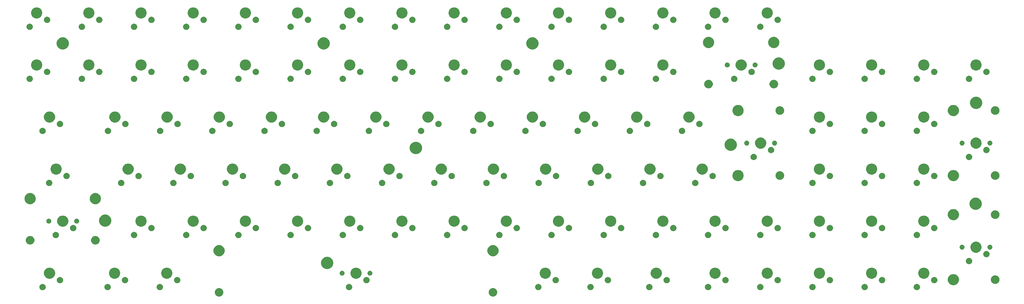
<source format=gbr>
G04 #@! TF.GenerationSoftware,KiCad,Pcbnew,(5.1.4)-1*
G04 #@! TF.CreationDate,2023-02-15T19:59:47+01:00*
G04 #@! TF.ProjectId,plate,706c6174-652e-46b6-9963-61645f706362,1.0*
G04 #@! TF.SameCoordinates,Original*
G04 #@! TF.FileFunction,Soldermask,Bot*
G04 #@! TF.FilePolarity,Negative*
%FSLAX46Y46*%
G04 Gerber Fmt 4.6, Leading zero omitted, Abs format (unit mm)*
G04 Created by KiCad (PCBNEW (5.1.4)-1) date 2023-02-15 19:59:47*
%MOMM*%
%LPD*%
G04 APERTURE LIST*
%ADD10C,0.100000*%
G04 APERTURE END LIST*
D10*
G36*
X203075083Y-235182090D02*
G01*
X203303702Y-235227564D01*
X203590516Y-235346367D01*
X203848642Y-235518841D01*
X204068159Y-235738358D01*
X204240633Y-235996484D01*
X204359436Y-236283298D01*
X204420000Y-236587778D01*
X204420000Y-236898222D01*
X204359436Y-237202702D01*
X204240633Y-237489516D01*
X204068159Y-237747642D01*
X203848642Y-237967159D01*
X203590516Y-238139633D01*
X203303702Y-238258436D01*
X203075083Y-238303910D01*
X202999224Y-238319000D01*
X202688776Y-238319000D01*
X202612917Y-238303910D01*
X202384298Y-238258436D01*
X202097484Y-238139633D01*
X201839358Y-237967159D01*
X201619841Y-237747642D01*
X201447367Y-237489516D01*
X201328564Y-237202702D01*
X201268000Y-236898222D01*
X201268000Y-236587778D01*
X201328564Y-236283298D01*
X201447367Y-235996484D01*
X201619841Y-235738358D01*
X201839358Y-235518841D01*
X202097484Y-235346367D01*
X202384298Y-235227564D01*
X202612917Y-235182090D01*
X202688776Y-235167000D01*
X202999224Y-235167000D01*
X203075083Y-235182090D01*
X203075083Y-235182090D01*
G37*
G36*
X103075083Y-235182090D02*
G01*
X103303702Y-235227564D01*
X103590516Y-235346367D01*
X103848642Y-235518841D01*
X104068159Y-235738358D01*
X104240633Y-235996484D01*
X104359436Y-236283298D01*
X104420000Y-236587778D01*
X104420000Y-236898222D01*
X104359436Y-237202702D01*
X104240633Y-237489516D01*
X104068159Y-237747642D01*
X103848642Y-237967159D01*
X103590516Y-238139633D01*
X103303702Y-238258436D01*
X103075083Y-238303910D01*
X102999224Y-238319000D01*
X102688776Y-238319000D01*
X102612917Y-238303910D01*
X102384298Y-238258436D01*
X102097484Y-238139633D01*
X101839358Y-237967159D01*
X101619841Y-237747642D01*
X101447367Y-237489516D01*
X101328564Y-237202702D01*
X101268000Y-236898222D01*
X101268000Y-236587778D01*
X101328564Y-236283298D01*
X101447367Y-235996484D01*
X101619841Y-235738358D01*
X101839358Y-235518841D01*
X102097484Y-235346367D01*
X102384298Y-235227564D01*
X102612917Y-235182090D01*
X102688776Y-235167000D01*
X102999224Y-235167000D01*
X103075083Y-235182090D01*
X103075083Y-235182090D01*
G37*
G36*
X38641466Y-233694000D02*
G01*
X38753234Y-233716232D01*
X38962703Y-233802997D01*
X39151220Y-233928960D01*
X39311540Y-234089280D01*
X39437503Y-234277797D01*
X39524268Y-234487266D01*
X39568500Y-234709636D01*
X39568500Y-234936364D01*
X39524268Y-235158734D01*
X39437503Y-235368203D01*
X39311540Y-235556720D01*
X39151220Y-235717040D01*
X38962703Y-235843003D01*
X38753234Y-235929768D01*
X38642049Y-235951884D01*
X38530865Y-235974000D01*
X38304135Y-235974000D01*
X38192951Y-235951884D01*
X38081766Y-235929768D01*
X37872297Y-235843003D01*
X37683780Y-235717040D01*
X37523460Y-235556720D01*
X37397497Y-235368203D01*
X37310732Y-235158734D01*
X37266500Y-234936364D01*
X37266500Y-234709636D01*
X37310732Y-234487266D01*
X37397497Y-234277797D01*
X37523460Y-234089280D01*
X37683780Y-233928960D01*
X37872297Y-233802997D01*
X38081766Y-233716232D01*
X38193534Y-233694000D01*
X38304135Y-233672000D01*
X38530865Y-233672000D01*
X38641466Y-233694000D01*
X38641466Y-233694000D01*
G37*
G36*
X300641966Y-233694000D02*
G01*
X300753734Y-233716232D01*
X300963203Y-233802997D01*
X301151720Y-233928960D01*
X301312040Y-234089280D01*
X301438003Y-234277797D01*
X301524768Y-234487266D01*
X301569000Y-234709636D01*
X301569000Y-234936364D01*
X301524768Y-235158734D01*
X301438003Y-235368203D01*
X301312040Y-235556720D01*
X301151720Y-235717040D01*
X300963203Y-235843003D01*
X300753734Y-235929768D01*
X300642549Y-235951884D01*
X300531365Y-235974000D01*
X300304635Y-235974000D01*
X300193451Y-235951884D01*
X300082266Y-235929768D01*
X299872797Y-235843003D01*
X299684280Y-235717040D01*
X299523960Y-235556720D01*
X299397997Y-235368203D01*
X299311232Y-235158734D01*
X299267000Y-234936364D01*
X299267000Y-234709636D01*
X299311232Y-234487266D01*
X299397997Y-234277797D01*
X299523960Y-234089280D01*
X299684280Y-233928960D01*
X299872797Y-233802997D01*
X300082266Y-233716232D01*
X300194034Y-233694000D01*
X300304635Y-233672000D01*
X300531365Y-233672000D01*
X300641966Y-233694000D01*
X300641966Y-233694000D01*
G37*
G36*
X150527966Y-233694000D02*
G01*
X150639734Y-233716232D01*
X150849203Y-233802997D01*
X151037720Y-233928960D01*
X151198040Y-234089280D01*
X151324003Y-234277797D01*
X151410768Y-234487266D01*
X151455000Y-234709636D01*
X151455000Y-234936364D01*
X151410768Y-235158734D01*
X151324003Y-235368203D01*
X151198040Y-235556720D01*
X151037720Y-235717040D01*
X150849203Y-235843003D01*
X150639734Y-235929768D01*
X150528549Y-235951884D01*
X150417365Y-235974000D01*
X150190635Y-235974000D01*
X150079451Y-235951884D01*
X149968266Y-235929768D01*
X149758797Y-235843003D01*
X149570280Y-235717040D01*
X149409960Y-235556720D01*
X149283997Y-235368203D01*
X149197232Y-235158734D01*
X149153000Y-234936364D01*
X149153000Y-234709636D01*
X149197232Y-234487266D01*
X149283997Y-234277797D01*
X149409960Y-234089280D01*
X149570280Y-233928960D01*
X149758797Y-233802997D01*
X149968266Y-233716232D01*
X150080034Y-233694000D01*
X150190635Y-233672000D01*
X150417365Y-233672000D01*
X150527966Y-233694000D01*
X150527966Y-233694000D01*
G37*
G36*
X260129966Y-233694000D02*
G01*
X260241734Y-233716232D01*
X260451203Y-233802997D01*
X260639720Y-233928960D01*
X260800040Y-234089280D01*
X260926003Y-234277797D01*
X261012768Y-234487266D01*
X261057000Y-234709636D01*
X261057000Y-234936364D01*
X261012768Y-235158734D01*
X260926003Y-235368203D01*
X260800040Y-235556720D01*
X260639720Y-235717040D01*
X260451203Y-235843003D01*
X260241734Y-235929768D01*
X260130549Y-235951884D01*
X260019365Y-235974000D01*
X259792635Y-235974000D01*
X259681451Y-235951884D01*
X259570266Y-235929768D01*
X259360797Y-235843003D01*
X259172280Y-235717040D01*
X259011960Y-235556720D01*
X258885997Y-235368203D01*
X258799232Y-235158734D01*
X258755000Y-234936364D01*
X258755000Y-234709636D01*
X258799232Y-234487266D01*
X258885997Y-234277797D01*
X259011960Y-234089280D01*
X259172280Y-233928960D01*
X259360797Y-233802997D01*
X259570266Y-233716232D01*
X259682034Y-233694000D01*
X259792635Y-233672000D01*
X260019365Y-233672000D01*
X260129966Y-233694000D01*
X260129966Y-233694000D01*
G37*
G36*
X357791966Y-233694000D02*
G01*
X357903734Y-233716232D01*
X358113203Y-233802997D01*
X358301720Y-233928960D01*
X358462040Y-234089280D01*
X358588003Y-234277797D01*
X358674768Y-234487266D01*
X358719000Y-234709636D01*
X358719000Y-234936364D01*
X358674768Y-235158734D01*
X358588003Y-235368203D01*
X358462040Y-235556720D01*
X358301720Y-235717040D01*
X358113203Y-235843003D01*
X357903734Y-235929768D01*
X357792549Y-235951884D01*
X357681365Y-235974000D01*
X357454635Y-235974000D01*
X357343451Y-235951884D01*
X357232266Y-235929768D01*
X357022797Y-235843003D01*
X356834280Y-235717040D01*
X356673960Y-235556720D01*
X356547997Y-235368203D01*
X356461232Y-235158734D01*
X356417000Y-234936364D01*
X356417000Y-234709636D01*
X356461232Y-234487266D01*
X356547997Y-234277797D01*
X356673960Y-234089280D01*
X356834280Y-233928960D01*
X357022797Y-233802997D01*
X357232266Y-233716232D01*
X357344034Y-233694000D01*
X357454635Y-233672000D01*
X357681365Y-233672000D01*
X357791966Y-233694000D01*
X357791966Y-233694000D01*
G37*
G36*
X338741966Y-233694000D02*
G01*
X338853734Y-233716232D01*
X339063203Y-233802997D01*
X339251720Y-233928960D01*
X339412040Y-234089280D01*
X339538003Y-234277797D01*
X339624768Y-234487266D01*
X339669000Y-234709636D01*
X339669000Y-234936364D01*
X339624768Y-235158734D01*
X339538003Y-235368203D01*
X339412040Y-235556720D01*
X339251720Y-235717040D01*
X339063203Y-235843003D01*
X338853734Y-235929768D01*
X338742549Y-235951884D01*
X338631365Y-235974000D01*
X338404635Y-235974000D01*
X338293451Y-235951884D01*
X338182266Y-235929768D01*
X337972797Y-235843003D01*
X337784280Y-235717040D01*
X337623960Y-235556720D01*
X337497997Y-235368203D01*
X337411232Y-235158734D01*
X337367000Y-234936364D01*
X337367000Y-234709636D01*
X337411232Y-234487266D01*
X337497997Y-234277797D01*
X337623960Y-234089280D01*
X337784280Y-233928960D01*
X337972797Y-233802997D01*
X338182266Y-233716232D01*
X338294034Y-233694000D01*
X338404635Y-233672000D01*
X338631365Y-233672000D01*
X338741966Y-233694000D01*
X338741966Y-233694000D01*
G37*
G36*
X319691966Y-233694000D02*
G01*
X319803734Y-233716232D01*
X320013203Y-233802997D01*
X320201720Y-233928960D01*
X320362040Y-234089280D01*
X320488003Y-234277797D01*
X320574768Y-234487266D01*
X320619000Y-234709636D01*
X320619000Y-234936364D01*
X320574768Y-235158734D01*
X320488003Y-235368203D01*
X320362040Y-235556720D01*
X320201720Y-235717040D01*
X320013203Y-235843003D01*
X319803734Y-235929768D01*
X319692549Y-235951884D01*
X319581365Y-235974000D01*
X319354635Y-235974000D01*
X319243451Y-235951884D01*
X319132266Y-235929768D01*
X318922797Y-235843003D01*
X318734280Y-235717040D01*
X318573960Y-235556720D01*
X318447997Y-235368203D01*
X318361232Y-235158734D01*
X318317000Y-234936364D01*
X318317000Y-234709636D01*
X318361232Y-234487266D01*
X318447997Y-234277797D01*
X318573960Y-234089280D01*
X318734280Y-233928960D01*
X318922797Y-233802997D01*
X319132266Y-233716232D01*
X319244034Y-233694000D01*
X319354635Y-233672000D01*
X319581365Y-233672000D01*
X319691966Y-233694000D01*
X319691966Y-233694000D01*
G37*
G36*
X62390466Y-233694000D02*
G01*
X62502234Y-233716232D01*
X62711703Y-233802997D01*
X62900220Y-233928960D01*
X63060540Y-234089280D01*
X63186503Y-234277797D01*
X63273268Y-234487266D01*
X63317500Y-234709636D01*
X63317500Y-234936364D01*
X63273268Y-235158734D01*
X63186503Y-235368203D01*
X63060540Y-235556720D01*
X62900220Y-235717040D01*
X62711703Y-235843003D01*
X62502234Y-235929768D01*
X62391049Y-235951884D01*
X62279865Y-235974000D01*
X62053135Y-235974000D01*
X61941951Y-235951884D01*
X61830766Y-235929768D01*
X61621297Y-235843003D01*
X61432780Y-235717040D01*
X61272460Y-235556720D01*
X61146497Y-235368203D01*
X61059732Y-235158734D01*
X61015500Y-234936364D01*
X61015500Y-234709636D01*
X61059732Y-234487266D01*
X61146497Y-234277797D01*
X61272460Y-234089280D01*
X61432780Y-233928960D01*
X61621297Y-233802997D01*
X61830766Y-233716232D01*
X61942534Y-233694000D01*
X62053135Y-233672000D01*
X62279865Y-233672000D01*
X62390466Y-233694000D01*
X62390466Y-233694000D01*
G37*
G36*
X281591966Y-233694000D02*
G01*
X281703734Y-233716232D01*
X281913203Y-233802997D01*
X282101720Y-233928960D01*
X282262040Y-234089280D01*
X282388003Y-234277797D01*
X282474768Y-234487266D01*
X282519000Y-234709636D01*
X282519000Y-234936364D01*
X282474768Y-235158734D01*
X282388003Y-235368203D01*
X282262040Y-235556720D01*
X282101720Y-235717040D01*
X281913203Y-235843003D01*
X281703734Y-235929768D01*
X281592549Y-235951884D01*
X281481365Y-235974000D01*
X281254635Y-235974000D01*
X281143451Y-235951884D01*
X281032266Y-235929768D01*
X280822797Y-235843003D01*
X280634280Y-235717040D01*
X280473960Y-235556720D01*
X280347997Y-235368203D01*
X280261232Y-235158734D01*
X280217000Y-234936364D01*
X280217000Y-234709636D01*
X280261232Y-234487266D01*
X280347997Y-234277797D01*
X280473960Y-234089280D01*
X280634280Y-233928960D01*
X280822797Y-233802997D01*
X281032266Y-233716232D01*
X281144034Y-233694000D01*
X281254635Y-233672000D01*
X281481365Y-233672000D01*
X281591966Y-233694000D01*
X281591966Y-233694000D01*
G37*
G36*
X81440466Y-233694000D02*
G01*
X81552234Y-233716232D01*
X81761703Y-233802997D01*
X81950220Y-233928960D01*
X82110540Y-234089280D01*
X82236503Y-234277797D01*
X82323268Y-234487266D01*
X82367500Y-234709636D01*
X82367500Y-234936364D01*
X82323268Y-235158734D01*
X82236503Y-235368203D01*
X82110540Y-235556720D01*
X81950220Y-235717040D01*
X81761703Y-235843003D01*
X81552234Y-235929768D01*
X81441049Y-235951884D01*
X81329865Y-235974000D01*
X81103135Y-235974000D01*
X80991951Y-235951884D01*
X80880766Y-235929768D01*
X80671297Y-235843003D01*
X80482780Y-235717040D01*
X80322460Y-235556720D01*
X80196497Y-235368203D01*
X80109732Y-235158734D01*
X80065500Y-234936364D01*
X80065500Y-234709636D01*
X80109732Y-234487266D01*
X80196497Y-234277797D01*
X80322460Y-234089280D01*
X80482780Y-233928960D01*
X80671297Y-233802997D01*
X80880766Y-233716232D01*
X80992534Y-233694000D01*
X81103135Y-233672000D01*
X81329865Y-233672000D01*
X81440466Y-233694000D01*
X81440466Y-233694000D01*
G37*
G36*
X219615966Y-233694000D02*
G01*
X219727734Y-233716232D01*
X219937203Y-233802997D01*
X220125720Y-233928960D01*
X220286040Y-234089280D01*
X220412003Y-234277797D01*
X220498768Y-234487266D01*
X220543000Y-234709636D01*
X220543000Y-234936364D01*
X220498768Y-235158734D01*
X220412003Y-235368203D01*
X220286040Y-235556720D01*
X220125720Y-235717040D01*
X219937203Y-235843003D01*
X219727734Y-235929768D01*
X219616549Y-235951884D01*
X219505365Y-235974000D01*
X219278635Y-235974000D01*
X219167451Y-235951884D01*
X219056266Y-235929768D01*
X218846797Y-235843003D01*
X218658280Y-235717040D01*
X218497960Y-235556720D01*
X218371997Y-235368203D01*
X218285232Y-235158734D01*
X218241000Y-234936364D01*
X218241000Y-234709636D01*
X218285232Y-234487266D01*
X218371997Y-234277797D01*
X218497960Y-234089280D01*
X218658280Y-233928960D01*
X218846797Y-233802997D01*
X219056266Y-233716232D01*
X219168034Y-233694000D01*
X219278635Y-233672000D01*
X219505365Y-233672000D01*
X219615966Y-233694000D01*
X219615966Y-233694000D01*
G37*
G36*
X238665966Y-233694000D02*
G01*
X238777734Y-233716232D01*
X238987203Y-233802997D01*
X239175720Y-233928960D01*
X239336040Y-234089280D01*
X239462003Y-234277797D01*
X239548768Y-234487266D01*
X239593000Y-234709636D01*
X239593000Y-234936364D01*
X239548768Y-235158734D01*
X239462003Y-235368203D01*
X239336040Y-235556720D01*
X239175720Y-235717040D01*
X238987203Y-235843003D01*
X238777734Y-235929768D01*
X238666549Y-235951884D01*
X238555365Y-235974000D01*
X238328635Y-235974000D01*
X238217451Y-235951884D01*
X238106266Y-235929768D01*
X237896797Y-235843003D01*
X237708280Y-235717040D01*
X237547960Y-235556720D01*
X237421997Y-235368203D01*
X237335232Y-235158734D01*
X237291000Y-234936364D01*
X237291000Y-234709636D01*
X237335232Y-234487266D01*
X237421997Y-234277797D01*
X237547960Y-234089280D01*
X237708280Y-233928960D01*
X237896797Y-233802997D01*
X238106266Y-233716232D01*
X238218034Y-233694000D01*
X238328635Y-233672000D01*
X238555365Y-233672000D01*
X238665966Y-233694000D01*
X238665966Y-233694000D01*
G37*
G36*
X371516254Y-230145818D02*
G01*
X371889511Y-230300426D01*
X371889513Y-230300427D01*
X372225436Y-230524884D01*
X372511116Y-230810564D01*
X372671394Y-231050436D01*
X372735574Y-231146489D01*
X372890182Y-231519746D01*
X372969000Y-231915993D01*
X372969000Y-232320007D01*
X372890182Y-232716254D01*
X372765725Y-233016719D01*
X372735573Y-233089513D01*
X372511116Y-233425436D01*
X372225436Y-233711116D01*
X371889513Y-233935573D01*
X371889512Y-233935574D01*
X371889511Y-233935574D01*
X371516254Y-234090182D01*
X371120007Y-234169000D01*
X370715993Y-234169000D01*
X370319746Y-234090182D01*
X369946489Y-233935574D01*
X369946488Y-233935574D01*
X369946487Y-233935573D01*
X369610564Y-233711116D01*
X369324884Y-233425436D01*
X369100427Y-233089513D01*
X369070275Y-233016719D01*
X368945818Y-232716254D01*
X368867000Y-232320007D01*
X368867000Y-231915993D01*
X368945818Y-231519746D01*
X369100426Y-231146489D01*
X369164607Y-231050436D01*
X369324884Y-230810564D01*
X369610564Y-230524884D01*
X369946487Y-230300427D01*
X369946489Y-230300426D01*
X370319746Y-230145818D01*
X370715993Y-230067000D01*
X371120007Y-230067000D01*
X371516254Y-230145818D01*
X371516254Y-230145818D01*
G37*
G36*
X386389083Y-230557090D02*
G01*
X386617702Y-230602564D01*
X386904516Y-230721367D01*
X387162642Y-230893841D01*
X387382159Y-231113358D01*
X387554633Y-231371484D01*
X387673436Y-231658298D01*
X387734000Y-231962778D01*
X387734000Y-232273222D01*
X387673436Y-232577702D01*
X387554633Y-232864516D01*
X387382159Y-233122642D01*
X387162642Y-233342159D01*
X386904516Y-233514633D01*
X386617702Y-233633436D01*
X386389083Y-233678910D01*
X386313224Y-233694000D01*
X386002776Y-233694000D01*
X385926917Y-233678910D01*
X385698298Y-233633436D01*
X385411484Y-233514633D01*
X385153358Y-233342159D01*
X384933841Y-233122642D01*
X384761367Y-232864516D01*
X384642564Y-232577702D01*
X384582000Y-232273222D01*
X384582000Y-231962778D01*
X384642564Y-231658298D01*
X384761367Y-231371484D01*
X384933841Y-231113358D01*
X385153358Y-230893841D01*
X385411484Y-230721367D01*
X385698298Y-230602564D01*
X385926917Y-230557090D01*
X386002776Y-230542000D01*
X386313224Y-230542000D01*
X386389083Y-230557090D01*
X386389083Y-230557090D01*
G37*
G36*
X287942549Y-231154116D02*
G01*
X288053734Y-231176232D01*
X288263203Y-231262997D01*
X288451720Y-231388960D01*
X288612040Y-231549280D01*
X288738003Y-231737797D01*
X288824768Y-231947266D01*
X288869000Y-232169636D01*
X288869000Y-232396364D01*
X288824768Y-232618734D01*
X288738003Y-232828203D01*
X288612040Y-233016720D01*
X288451720Y-233177040D01*
X288263203Y-233303003D01*
X288053734Y-233389768D01*
X287942549Y-233411884D01*
X287831365Y-233434000D01*
X287604635Y-233434000D01*
X287493451Y-233411884D01*
X287382266Y-233389768D01*
X287172797Y-233303003D01*
X286984280Y-233177040D01*
X286823960Y-233016720D01*
X286697997Y-232828203D01*
X286611232Y-232618734D01*
X286567000Y-232396364D01*
X286567000Y-232169636D01*
X286611232Y-231947266D01*
X286697997Y-231737797D01*
X286823960Y-231549280D01*
X286984280Y-231388960D01*
X287172797Y-231262997D01*
X287382266Y-231176232D01*
X287493451Y-231154116D01*
X287604635Y-231132000D01*
X287831365Y-231132000D01*
X287942549Y-231154116D01*
X287942549Y-231154116D01*
G37*
G36*
X156878549Y-231154116D02*
G01*
X156989734Y-231176232D01*
X157199203Y-231262997D01*
X157387720Y-231388960D01*
X157548040Y-231549280D01*
X157674003Y-231737797D01*
X157760768Y-231947266D01*
X157805000Y-232169636D01*
X157805000Y-232396364D01*
X157760768Y-232618734D01*
X157674003Y-232828203D01*
X157548040Y-233016720D01*
X157387720Y-233177040D01*
X157199203Y-233303003D01*
X156989734Y-233389768D01*
X156878549Y-233411884D01*
X156767365Y-233434000D01*
X156540635Y-233434000D01*
X156429451Y-233411884D01*
X156318266Y-233389768D01*
X156108797Y-233303003D01*
X155920280Y-233177040D01*
X155759960Y-233016720D01*
X155633997Y-232828203D01*
X155547232Y-232618734D01*
X155503000Y-232396364D01*
X155503000Y-232169636D01*
X155547232Y-231947266D01*
X155633997Y-231737797D01*
X155759960Y-231549280D01*
X155920280Y-231388960D01*
X156108797Y-231262997D01*
X156318266Y-231176232D01*
X156429451Y-231154116D01*
X156540635Y-231132000D01*
X156767365Y-231132000D01*
X156878549Y-231154116D01*
X156878549Y-231154116D01*
G37*
G36*
X266480549Y-231154116D02*
G01*
X266591734Y-231176232D01*
X266801203Y-231262997D01*
X266989720Y-231388960D01*
X267150040Y-231549280D01*
X267276003Y-231737797D01*
X267362768Y-231947266D01*
X267407000Y-232169636D01*
X267407000Y-232396364D01*
X267362768Y-232618734D01*
X267276003Y-232828203D01*
X267150040Y-233016720D01*
X266989720Y-233177040D01*
X266801203Y-233303003D01*
X266591734Y-233389768D01*
X266480549Y-233411884D01*
X266369365Y-233434000D01*
X266142635Y-233434000D01*
X266031451Y-233411884D01*
X265920266Y-233389768D01*
X265710797Y-233303003D01*
X265522280Y-233177040D01*
X265361960Y-233016720D01*
X265235997Y-232828203D01*
X265149232Y-232618734D01*
X265105000Y-232396364D01*
X265105000Y-232169636D01*
X265149232Y-231947266D01*
X265235997Y-231737797D01*
X265361960Y-231549280D01*
X265522280Y-231388960D01*
X265710797Y-231262997D01*
X265920266Y-231176232D01*
X266031451Y-231154116D01*
X266142635Y-231132000D01*
X266369365Y-231132000D01*
X266480549Y-231154116D01*
X266480549Y-231154116D01*
G37*
G36*
X364142549Y-231154116D02*
G01*
X364253734Y-231176232D01*
X364463203Y-231262997D01*
X364651720Y-231388960D01*
X364812040Y-231549280D01*
X364938003Y-231737797D01*
X365024768Y-231947266D01*
X365069000Y-232169636D01*
X365069000Y-232396364D01*
X365024768Y-232618734D01*
X364938003Y-232828203D01*
X364812040Y-233016720D01*
X364651720Y-233177040D01*
X364463203Y-233303003D01*
X364253734Y-233389768D01*
X364142549Y-233411884D01*
X364031365Y-233434000D01*
X363804635Y-233434000D01*
X363693451Y-233411884D01*
X363582266Y-233389768D01*
X363372797Y-233303003D01*
X363184280Y-233177040D01*
X363023960Y-233016720D01*
X362897997Y-232828203D01*
X362811232Y-232618734D01*
X362767000Y-232396364D01*
X362767000Y-232169636D01*
X362811232Y-231947266D01*
X362897997Y-231737797D01*
X363023960Y-231549280D01*
X363184280Y-231388960D01*
X363372797Y-231262997D01*
X363582266Y-231176232D01*
X363693451Y-231154116D01*
X363804635Y-231132000D01*
X364031365Y-231132000D01*
X364142549Y-231154116D01*
X364142549Y-231154116D01*
G37*
G36*
X345092549Y-231154116D02*
G01*
X345203734Y-231176232D01*
X345413203Y-231262997D01*
X345601720Y-231388960D01*
X345762040Y-231549280D01*
X345888003Y-231737797D01*
X345974768Y-231947266D01*
X346019000Y-232169636D01*
X346019000Y-232396364D01*
X345974768Y-232618734D01*
X345888003Y-232828203D01*
X345762040Y-233016720D01*
X345601720Y-233177040D01*
X345413203Y-233303003D01*
X345203734Y-233389768D01*
X345092549Y-233411884D01*
X344981365Y-233434000D01*
X344754635Y-233434000D01*
X344643451Y-233411884D01*
X344532266Y-233389768D01*
X344322797Y-233303003D01*
X344134280Y-233177040D01*
X343973960Y-233016720D01*
X343847997Y-232828203D01*
X343761232Y-232618734D01*
X343717000Y-232396364D01*
X343717000Y-232169636D01*
X343761232Y-231947266D01*
X343847997Y-231737797D01*
X343973960Y-231549280D01*
X344134280Y-231388960D01*
X344322797Y-231262997D01*
X344532266Y-231176232D01*
X344643451Y-231154116D01*
X344754635Y-231132000D01*
X344981365Y-231132000D01*
X345092549Y-231154116D01*
X345092549Y-231154116D01*
G37*
G36*
X44992049Y-231154116D02*
G01*
X45103234Y-231176232D01*
X45312703Y-231262997D01*
X45501220Y-231388960D01*
X45661540Y-231549280D01*
X45787503Y-231737797D01*
X45874268Y-231947266D01*
X45918500Y-232169636D01*
X45918500Y-232396364D01*
X45874268Y-232618734D01*
X45787503Y-232828203D01*
X45661540Y-233016720D01*
X45501220Y-233177040D01*
X45312703Y-233303003D01*
X45103234Y-233389768D01*
X44992049Y-233411884D01*
X44880865Y-233434000D01*
X44654135Y-233434000D01*
X44542951Y-233411884D01*
X44431766Y-233389768D01*
X44222297Y-233303003D01*
X44033780Y-233177040D01*
X43873460Y-233016720D01*
X43747497Y-232828203D01*
X43660732Y-232618734D01*
X43616500Y-232396364D01*
X43616500Y-232169636D01*
X43660732Y-231947266D01*
X43747497Y-231737797D01*
X43873460Y-231549280D01*
X44033780Y-231388960D01*
X44222297Y-231262997D01*
X44431766Y-231176232D01*
X44542951Y-231154116D01*
X44654135Y-231132000D01*
X44880865Y-231132000D01*
X44992049Y-231154116D01*
X44992049Y-231154116D01*
G37*
G36*
X326042549Y-231154116D02*
G01*
X326153734Y-231176232D01*
X326363203Y-231262997D01*
X326551720Y-231388960D01*
X326712040Y-231549280D01*
X326838003Y-231737797D01*
X326924768Y-231947266D01*
X326969000Y-232169636D01*
X326969000Y-232396364D01*
X326924768Y-232618734D01*
X326838003Y-232828203D01*
X326712040Y-233016720D01*
X326551720Y-233177040D01*
X326363203Y-233303003D01*
X326153734Y-233389768D01*
X326042549Y-233411884D01*
X325931365Y-233434000D01*
X325704635Y-233434000D01*
X325593451Y-233411884D01*
X325482266Y-233389768D01*
X325272797Y-233303003D01*
X325084280Y-233177040D01*
X324923960Y-233016720D01*
X324797997Y-232828203D01*
X324711232Y-232618734D01*
X324667000Y-232396364D01*
X324667000Y-232169636D01*
X324711232Y-231947266D01*
X324797997Y-231737797D01*
X324923960Y-231549280D01*
X325084280Y-231388960D01*
X325272797Y-231262997D01*
X325482266Y-231176232D01*
X325593451Y-231154116D01*
X325704635Y-231132000D01*
X325931365Y-231132000D01*
X326042549Y-231154116D01*
X326042549Y-231154116D01*
G37*
G36*
X245016549Y-231154116D02*
G01*
X245127734Y-231176232D01*
X245337203Y-231262997D01*
X245525720Y-231388960D01*
X245686040Y-231549280D01*
X245812003Y-231737797D01*
X245898768Y-231947266D01*
X245943000Y-232169636D01*
X245943000Y-232396364D01*
X245898768Y-232618734D01*
X245812003Y-232828203D01*
X245686040Y-233016720D01*
X245525720Y-233177040D01*
X245337203Y-233303003D01*
X245127734Y-233389768D01*
X245016549Y-233411884D01*
X244905365Y-233434000D01*
X244678635Y-233434000D01*
X244567451Y-233411884D01*
X244456266Y-233389768D01*
X244246797Y-233303003D01*
X244058280Y-233177040D01*
X243897960Y-233016720D01*
X243771997Y-232828203D01*
X243685232Y-232618734D01*
X243641000Y-232396364D01*
X243641000Y-232169636D01*
X243685232Y-231947266D01*
X243771997Y-231737797D01*
X243897960Y-231549280D01*
X244058280Y-231388960D01*
X244246797Y-231262997D01*
X244456266Y-231176232D01*
X244567451Y-231154116D01*
X244678635Y-231132000D01*
X244905365Y-231132000D01*
X245016549Y-231154116D01*
X245016549Y-231154116D01*
G37*
G36*
X68741049Y-231154116D02*
G01*
X68852234Y-231176232D01*
X69061703Y-231262997D01*
X69250220Y-231388960D01*
X69410540Y-231549280D01*
X69536503Y-231737797D01*
X69623268Y-231947266D01*
X69667500Y-232169636D01*
X69667500Y-232396364D01*
X69623268Y-232618734D01*
X69536503Y-232828203D01*
X69410540Y-233016720D01*
X69250220Y-233177040D01*
X69061703Y-233303003D01*
X68852234Y-233389768D01*
X68741049Y-233411884D01*
X68629865Y-233434000D01*
X68403135Y-233434000D01*
X68291951Y-233411884D01*
X68180766Y-233389768D01*
X67971297Y-233303003D01*
X67782780Y-233177040D01*
X67622460Y-233016720D01*
X67496497Y-232828203D01*
X67409732Y-232618734D01*
X67365500Y-232396364D01*
X67365500Y-232169636D01*
X67409732Y-231947266D01*
X67496497Y-231737797D01*
X67622460Y-231549280D01*
X67782780Y-231388960D01*
X67971297Y-231262997D01*
X68180766Y-231176232D01*
X68291951Y-231154116D01*
X68403135Y-231132000D01*
X68629865Y-231132000D01*
X68741049Y-231154116D01*
X68741049Y-231154116D01*
G37*
G36*
X306992549Y-231154116D02*
G01*
X307103734Y-231176232D01*
X307313203Y-231262997D01*
X307501720Y-231388960D01*
X307662040Y-231549280D01*
X307788003Y-231737797D01*
X307874768Y-231947266D01*
X307919000Y-232169636D01*
X307919000Y-232396364D01*
X307874768Y-232618734D01*
X307788003Y-232828203D01*
X307662040Y-233016720D01*
X307501720Y-233177040D01*
X307313203Y-233303003D01*
X307103734Y-233389768D01*
X306992549Y-233411884D01*
X306881365Y-233434000D01*
X306654635Y-233434000D01*
X306543451Y-233411884D01*
X306432266Y-233389768D01*
X306222797Y-233303003D01*
X306034280Y-233177040D01*
X305873960Y-233016720D01*
X305747997Y-232828203D01*
X305661232Y-232618734D01*
X305617000Y-232396364D01*
X305617000Y-232169636D01*
X305661232Y-231947266D01*
X305747997Y-231737797D01*
X305873960Y-231549280D01*
X306034280Y-231388960D01*
X306222797Y-231262997D01*
X306432266Y-231176232D01*
X306543451Y-231154116D01*
X306654635Y-231132000D01*
X306881365Y-231132000D01*
X306992549Y-231154116D01*
X306992549Y-231154116D01*
G37*
G36*
X225966549Y-231154116D02*
G01*
X226077734Y-231176232D01*
X226287203Y-231262997D01*
X226475720Y-231388960D01*
X226636040Y-231549280D01*
X226762003Y-231737797D01*
X226848768Y-231947266D01*
X226893000Y-232169636D01*
X226893000Y-232396364D01*
X226848768Y-232618734D01*
X226762003Y-232828203D01*
X226636040Y-233016720D01*
X226475720Y-233177040D01*
X226287203Y-233303003D01*
X226077734Y-233389768D01*
X225966549Y-233411884D01*
X225855365Y-233434000D01*
X225628635Y-233434000D01*
X225517451Y-233411884D01*
X225406266Y-233389768D01*
X225196797Y-233303003D01*
X225008280Y-233177040D01*
X224847960Y-233016720D01*
X224721997Y-232828203D01*
X224635232Y-232618734D01*
X224591000Y-232396364D01*
X224591000Y-232169636D01*
X224635232Y-231947266D01*
X224721997Y-231737797D01*
X224847960Y-231549280D01*
X225008280Y-231388960D01*
X225196797Y-231262997D01*
X225406266Y-231176232D01*
X225517451Y-231154116D01*
X225628635Y-231132000D01*
X225855365Y-231132000D01*
X225966549Y-231154116D01*
X225966549Y-231154116D01*
G37*
G36*
X87791049Y-231154116D02*
G01*
X87902234Y-231176232D01*
X88111703Y-231262997D01*
X88300220Y-231388960D01*
X88460540Y-231549280D01*
X88586503Y-231737797D01*
X88673268Y-231947266D01*
X88717500Y-232169636D01*
X88717500Y-232396364D01*
X88673268Y-232618734D01*
X88586503Y-232828203D01*
X88460540Y-233016720D01*
X88300220Y-233177040D01*
X88111703Y-233303003D01*
X87902234Y-233389768D01*
X87791049Y-233411884D01*
X87679865Y-233434000D01*
X87453135Y-233434000D01*
X87341951Y-233411884D01*
X87230766Y-233389768D01*
X87021297Y-233303003D01*
X86832780Y-233177040D01*
X86672460Y-233016720D01*
X86546497Y-232828203D01*
X86459732Y-232618734D01*
X86415500Y-232396364D01*
X86415500Y-232169636D01*
X86459732Y-231947266D01*
X86546497Y-231737797D01*
X86672460Y-231549280D01*
X86832780Y-231388960D01*
X87021297Y-231262997D01*
X87230766Y-231176232D01*
X87341951Y-231154116D01*
X87453135Y-231132000D01*
X87679865Y-231132000D01*
X87791049Y-231154116D01*
X87791049Y-231154116D01*
G37*
G36*
X41555754Y-227770818D02*
G01*
X41872750Y-227902122D01*
X41929013Y-227925427D01*
X41977727Y-227957977D01*
X42264936Y-228149884D01*
X42550616Y-228435564D01*
X42775074Y-228771489D01*
X42929682Y-229144746D01*
X43008500Y-229540993D01*
X43008500Y-229945007D01*
X42929682Y-230341254D01*
X42775074Y-230714511D01*
X42775073Y-230714513D01*
X42550616Y-231050436D01*
X42264936Y-231336116D01*
X41929013Y-231560573D01*
X41929012Y-231560574D01*
X41929011Y-231560574D01*
X41555754Y-231715182D01*
X41159507Y-231794000D01*
X40755493Y-231794000D01*
X40359246Y-231715182D01*
X39985989Y-231560574D01*
X39985988Y-231560574D01*
X39985987Y-231560573D01*
X39650064Y-231336116D01*
X39364384Y-231050436D01*
X39139927Y-230714513D01*
X39139926Y-230714511D01*
X38985318Y-230341254D01*
X38906500Y-229945007D01*
X38906500Y-229540993D01*
X38985318Y-229144746D01*
X39139926Y-228771489D01*
X39364384Y-228435564D01*
X39650064Y-228149884D01*
X39937273Y-227957977D01*
X39985987Y-227925427D01*
X40042250Y-227902122D01*
X40359246Y-227770818D01*
X40755493Y-227692000D01*
X41159507Y-227692000D01*
X41555754Y-227770818D01*
X41555754Y-227770818D01*
G37*
G36*
X341656254Y-227770818D02*
G01*
X341973250Y-227902122D01*
X342029513Y-227925427D01*
X342078227Y-227957977D01*
X342365436Y-228149884D01*
X342651116Y-228435564D01*
X342875574Y-228771489D01*
X343030182Y-229144746D01*
X343109000Y-229540993D01*
X343109000Y-229945007D01*
X343030182Y-230341254D01*
X342875574Y-230714511D01*
X342875573Y-230714513D01*
X342651116Y-231050436D01*
X342365436Y-231336116D01*
X342029513Y-231560573D01*
X342029512Y-231560574D01*
X342029511Y-231560574D01*
X341656254Y-231715182D01*
X341260007Y-231794000D01*
X340855993Y-231794000D01*
X340459746Y-231715182D01*
X340086489Y-231560574D01*
X340086488Y-231560574D01*
X340086487Y-231560573D01*
X339750564Y-231336116D01*
X339464884Y-231050436D01*
X339240427Y-230714513D01*
X339240426Y-230714511D01*
X339085818Y-230341254D01*
X339007000Y-229945007D01*
X339007000Y-229540993D01*
X339085818Y-229144746D01*
X339240426Y-228771489D01*
X339464884Y-228435564D01*
X339750564Y-228149884D01*
X340037773Y-227957977D01*
X340086487Y-227925427D01*
X340142750Y-227902122D01*
X340459746Y-227770818D01*
X340855993Y-227692000D01*
X341260007Y-227692000D01*
X341656254Y-227770818D01*
X341656254Y-227770818D01*
G37*
G36*
X360706254Y-227770818D02*
G01*
X361023250Y-227902122D01*
X361079513Y-227925427D01*
X361128227Y-227957977D01*
X361415436Y-228149884D01*
X361701116Y-228435564D01*
X361925574Y-228771489D01*
X362080182Y-229144746D01*
X362159000Y-229540993D01*
X362159000Y-229945007D01*
X362080182Y-230341254D01*
X361925574Y-230714511D01*
X361925573Y-230714513D01*
X361701116Y-231050436D01*
X361415436Y-231336116D01*
X361079513Y-231560573D01*
X361079512Y-231560574D01*
X361079511Y-231560574D01*
X360706254Y-231715182D01*
X360310007Y-231794000D01*
X359905993Y-231794000D01*
X359509746Y-231715182D01*
X359136489Y-231560574D01*
X359136488Y-231560574D01*
X359136487Y-231560573D01*
X358800564Y-231336116D01*
X358514884Y-231050436D01*
X358290427Y-230714513D01*
X358290426Y-230714511D01*
X358135818Y-230341254D01*
X358057000Y-229945007D01*
X358057000Y-229540993D01*
X358135818Y-229144746D01*
X358290426Y-228771489D01*
X358514884Y-228435564D01*
X358800564Y-228149884D01*
X359087773Y-227957977D01*
X359136487Y-227925427D01*
X359192750Y-227902122D01*
X359509746Y-227770818D01*
X359905993Y-227692000D01*
X360310007Y-227692000D01*
X360706254Y-227770818D01*
X360706254Y-227770818D01*
G37*
G36*
X322606254Y-227770818D02*
G01*
X322923250Y-227902122D01*
X322979513Y-227925427D01*
X323028227Y-227957977D01*
X323315436Y-228149884D01*
X323601116Y-228435564D01*
X323825574Y-228771489D01*
X323980182Y-229144746D01*
X324059000Y-229540993D01*
X324059000Y-229945007D01*
X323980182Y-230341254D01*
X323825574Y-230714511D01*
X323825573Y-230714513D01*
X323601116Y-231050436D01*
X323315436Y-231336116D01*
X322979513Y-231560573D01*
X322979512Y-231560574D01*
X322979511Y-231560574D01*
X322606254Y-231715182D01*
X322210007Y-231794000D01*
X321805993Y-231794000D01*
X321409746Y-231715182D01*
X321036489Y-231560574D01*
X321036488Y-231560574D01*
X321036487Y-231560573D01*
X320700564Y-231336116D01*
X320414884Y-231050436D01*
X320190427Y-230714513D01*
X320190426Y-230714511D01*
X320035818Y-230341254D01*
X319957000Y-229945007D01*
X319957000Y-229540993D01*
X320035818Y-229144746D01*
X320190426Y-228771489D01*
X320414884Y-228435564D01*
X320700564Y-228149884D01*
X320987773Y-227957977D01*
X321036487Y-227925427D01*
X321092750Y-227902122D01*
X321409746Y-227770818D01*
X321805993Y-227692000D01*
X322210007Y-227692000D01*
X322606254Y-227770818D01*
X322606254Y-227770818D01*
G37*
G36*
X263044254Y-227770818D02*
G01*
X263361250Y-227902122D01*
X263417513Y-227925427D01*
X263466227Y-227957977D01*
X263753436Y-228149884D01*
X264039116Y-228435564D01*
X264263574Y-228771489D01*
X264418182Y-229144746D01*
X264497000Y-229540993D01*
X264497000Y-229945007D01*
X264418182Y-230341254D01*
X264263574Y-230714511D01*
X264263573Y-230714513D01*
X264039116Y-231050436D01*
X263753436Y-231336116D01*
X263417513Y-231560573D01*
X263417512Y-231560574D01*
X263417511Y-231560574D01*
X263044254Y-231715182D01*
X262648007Y-231794000D01*
X262243993Y-231794000D01*
X261847746Y-231715182D01*
X261474489Y-231560574D01*
X261474488Y-231560574D01*
X261474487Y-231560573D01*
X261138564Y-231336116D01*
X260852884Y-231050436D01*
X260628427Y-230714513D01*
X260628426Y-230714511D01*
X260473818Y-230341254D01*
X260395000Y-229945007D01*
X260395000Y-229540993D01*
X260473818Y-229144746D01*
X260628426Y-228771489D01*
X260852884Y-228435564D01*
X261138564Y-228149884D01*
X261425773Y-227957977D01*
X261474487Y-227925427D01*
X261530750Y-227902122D01*
X261847746Y-227770818D01*
X262243993Y-227692000D01*
X262648007Y-227692000D01*
X263044254Y-227770818D01*
X263044254Y-227770818D01*
G37*
G36*
X65304754Y-227770818D02*
G01*
X65621750Y-227902122D01*
X65678013Y-227925427D01*
X65726727Y-227957977D01*
X66013936Y-228149884D01*
X66299616Y-228435564D01*
X66524074Y-228771489D01*
X66678682Y-229144746D01*
X66757500Y-229540993D01*
X66757500Y-229945007D01*
X66678682Y-230341254D01*
X66524074Y-230714511D01*
X66524073Y-230714513D01*
X66299616Y-231050436D01*
X66013936Y-231336116D01*
X65678013Y-231560573D01*
X65678012Y-231560574D01*
X65678011Y-231560574D01*
X65304754Y-231715182D01*
X64908507Y-231794000D01*
X64504493Y-231794000D01*
X64108246Y-231715182D01*
X63734989Y-231560574D01*
X63734988Y-231560574D01*
X63734987Y-231560573D01*
X63399064Y-231336116D01*
X63113384Y-231050436D01*
X62888927Y-230714513D01*
X62888926Y-230714511D01*
X62734318Y-230341254D01*
X62655500Y-229945007D01*
X62655500Y-229540993D01*
X62734318Y-229144746D01*
X62888926Y-228771489D01*
X63113384Y-228435564D01*
X63399064Y-228149884D01*
X63686273Y-227957977D01*
X63734987Y-227925427D01*
X63791250Y-227902122D01*
X64108246Y-227770818D01*
X64504493Y-227692000D01*
X64908507Y-227692000D01*
X65304754Y-227770818D01*
X65304754Y-227770818D01*
G37*
G36*
X241580254Y-227770818D02*
G01*
X241897250Y-227902122D01*
X241953513Y-227925427D01*
X242002227Y-227957977D01*
X242289436Y-228149884D01*
X242575116Y-228435564D01*
X242799574Y-228771489D01*
X242954182Y-229144746D01*
X243033000Y-229540993D01*
X243033000Y-229945007D01*
X242954182Y-230341254D01*
X242799574Y-230714511D01*
X242799573Y-230714513D01*
X242575116Y-231050436D01*
X242289436Y-231336116D01*
X241953513Y-231560573D01*
X241953512Y-231560574D01*
X241953511Y-231560574D01*
X241580254Y-231715182D01*
X241184007Y-231794000D01*
X240779993Y-231794000D01*
X240383746Y-231715182D01*
X240010489Y-231560574D01*
X240010488Y-231560574D01*
X240010487Y-231560573D01*
X239674564Y-231336116D01*
X239388884Y-231050436D01*
X239164427Y-230714513D01*
X239164426Y-230714511D01*
X239009818Y-230341254D01*
X238931000Y-229945007D01*
X238931000Y-229540993D01*
X239009818Y-229144746D01*
X239164426Y-228771489D01*
X239388884Y-228435564D01*
X239674564Y-228149884D01*
X239961773Y-227957977D01*
X240010487Y-227925427D01*
X240066750Y-227902122D01*
X240383746Y-227770818D01*
X240779993Y-227692000D01*
X241184007Y-227692000D01*
X241580254Y-227770818D01*
X241580254Y-227770818D01*
G37*
G36*
X222530254Y-227770818D02*
G01*
X222847250Y-227902122D01*
X222903513Y-227925427D01*
X222952227Y-227957977D01*
X223239436Y-228149884D01*
X223525116Y-228435564D01*
X223749574Y-228771489D01*
X223904182Y-229144746D01*
X223983000Y-229540993D01*
X223983000Y-229945007D01*
X223904182Y-230341254D01*
X223749574Y-230714511D01*
X223749573Y-230714513D01*
X223525116Y-231050436D01*
X223239436Y-231336116D01*
X222903513Y-231560573D01*
X222903512Y-231560574D01*
X222903511Y-231560574D01*
X222530254Y-231715182D01*
X222134007Y-231794000D01*
X221729993Y-231794000D01*
X221333746Y-231715182D01*
X220960489Y-231560574D01*
X220960488Y-231560574D01*
X220960487Y-231560573D01*
X220624564Y-231336116D01*
X220338884Y-231050436D01*
X220114427Y-230714513D01*
X220114426Y-230714511D01*
X219959818Y-230341254D01*
X219881000Y-229945007D01*
X219881000Y-229540993D01*
X219959818Y-229144746D01*
X220114426Y-228771489D01*
X220338884Y-228435564D01*
X220624564Y-228149884D01*
X220911773Y-227957977D01*
X220960487Y-227925427D01*
X221016750Y-227902122D01*
X221333746Y-227770818D01*
X221729993Y-227692000D01*
X222134007Y-227692000D01*
X222530254Y-227770818D01*
X222530254Y-227770818D01*
G37*
G36*
X284506254Y-227770818D02*
G01*
X284823250Y-227902122D01*
X284879513Y-227925427D01*
X284928227Y-227957977D01*
X285215436Y-228149884D01*
X285501116Y-228435564D01*
X285725574Y-228771489D01*
X285880182Y-229144746D01*
X285959000Y-229540993D01*
X285959000Y-229945007D01*
X285880182Y-230341254D01*
X285725574Y-230714511D01*
X285725573Y-230714513D01*
X285501116Y-231050436D01*
X285215436Y-231336116D01*
X284879513Y-231560573D01*
X284879512Y-231560574D01*
X284879511Y-231560574D01*
X284506254Y-231715182D01*
X284110007Y-231794000D01*
X283705993Y-231794000D01*
X283309746Y-231715182D01*
X282936489Y-231560574D01*
X282936488Y-231560574D01*
X282936487Y-231560573D01*
X282600564Y-231336116D01*
X282314884Y-231050436D01*
X282090427Y-230714513D01*
X282090426Y-230714511D01*
X281935818Y-230341254D01*
X281857000Y-229945007D01*
X281857000Y-229540993D01*
X281935818Y-229144746D01*
X282090426Y-228771489D01*
X282314884Y-228435564D01*
X282600564Y-228149884D01*
X282887773Y-227957977D01*
X282936487Y-227925427D01*
X282992750Y-227902122D01*
X283309746Y-227770818D01*
X283705993Y-227692000D01*
X284110007Y-227692000D01*
X284506254Y-227770818D01*
X284506254Y-227770818D01*
G37*
G36*
X153442254Y-227770818D02*
G01*
X153759250Y-227902122D01*
X153815513Y-227925427D01*
X153864227Y-227957977D01*
X154151436Y-228149884D01*
X154437116Y-228435564D01*
X154661574Y-228771489D01*
X154816182Y-229144746D01*
X154895000Y-229540993D01*
X154895000Y-229945007D01*
X154816182Y-230341254D01*
X154661574Y-230714511D01*
X154661573Y-230714513D01*
X154437116Y-231050436D01*
X154151436Y-231336116D01*
X153815513Y-231560573D01*
X153815512Y-231560574D01*
X153815511Y-231560574D01*
X153442254Y-231715182D01*
X153046007Y-231794000D01*
X152641993Y-231794000D01*
X152245746Y-231715182D01*
X151872489Y-231560574D01*
X151872488Y-231560574D01*
X151872487Y-231560573D01*
X151536564Y-231336116D01*
X151250884Y-231050436D01*
X151026427Y-230714513D01*
X151026426Y-230714511D01*
X150871818Y-230341254D01*
X150793000Y-229945007D01*
X150793000Y-229540993D01*
X150871818Y-229144746D01*
X151026426Y-228771489D01*
X151250884Y-228435564D01*
X151536564Y-228149884D01*
X151823773Y-227957977D01*
X151872487Y-227925427D01*
X151928750Y-227902122D01*
X152245746Y-227770818D01*
X152641993Y-227692000D01*
X153046007Y-227692000D01*
X153442254Y-227770818D01*
X153442254Y-227770818D01*
G37*
G36*
X84354754Y-227770818D02*
G01*
X84671750Y-227902122D01*
X84728013Y-227925427D01*
X84776727Y-227957977D01*
X85063936Y-228149884D01*
X85349616Y-228435564D01*
X85574074Y-228771489D01*
X85728682Y-229144746D01*
X85807500Y-229540993D01*
X85807500Y-229945007D01*
X85728682Y-230341254D01*
X85574074Y-230714511D01*
X85574073Y-230714513D01*
X85349616Y-231050436D01*
X85063936Y-231336116D01*
X84728013Y-231560573D01*
X84728012Y-231560574D01*
X84728011Y-231560574D01*
X84354754Y-231715182D01*
X83958507Y-231794000D01*
X83554493Y-231794000D01*
X83158246Y-231715182D01*
X82784989Y-231560574D01*
X82784988Y-231560574D01*
X82784987Y-231560573D01*
X82449064Y-231336116D01*
X82163384Y-231050436D01*
X81938927Y-230714513D01*
X81938926Y-230714511D01*
X81784318Y-230341254D01*
X81705500Y-229945007D01*
X81705500Y-229540993D01*
X81784318Y-229144746D01*
X81938926Y-228771489D01*
X82163384Y-228435564D01*
X82449064Y-228149884D01*
X82736273Y-227957977D01*
X82784987Y-227925427D01*
X82841250Y-227902122D01*
X83158246Y-227770818D01*
X83554493Y-227692000D01*
X83958507Y-227692000D01*
X84354754Y-227770818D01*
X84354754Y-227770818D01*
G37*
G36*
X303556254Y-227770818D02*
G01*
X303873250Y-227902122D01*
X303929513Y-227925427D01*
X303978227Y-227957977D01*
X304265436Y-228149884D01*
X304551116Y-228435564D01*
X304775574Y-228771489D01*
X304930182Y-229144746D01*
X305009000Y-229540993D01*
X305009000Y-229945007D01*
X304930182Y-230341254D01*
X304775574Y-230714511D01*
X304775573Y-230714513D01*
X304551116Y-231050436D01*
X304265436Y-231336116D01*
X303929513Y-231560573D01*
X303929512Y-231560574D01*
X303929511Y-231560574D01*
X303556254Y-231715182D01*
X303160007Y-231794000D01*
X302755993Y-231794000D01*
X302359746Y-231715182D01*
X301986489Y-231560574D01*
X301986488Y-231560574D01*
X301986487Y-231560573D01*
X301650564Y-231336116D01*
X301364884Y-231050436D01*
X301140427Y-230714513D01*
X301140426Y-230714511D01*
X300985818Y-230341254D01*
X300907000Y-229945007D01*
X300907000Y-229540993D01*
X300985818Y-229144746D01*
X301140426Y-228771489D01*
X301364884Y-228435564D01*
X301650564Y-228149884D01*
X301937773Y-227957977D01*
X301986487Y-227925427D01*
X302042750Y-227902122D01*
X302359746Y-227770818D01*
X302755993Y-227692000D01*
X303160007Y-227692000D01*
X303556254Y-227770818D01*
X303556254Y-227770818D01*
G37*
G36*
X158037512Y-228846927D02*
G01*
X158186812Y-228876624D01*
X158350784Y-228944544D01*
X158498354Y-229043147D01*
X158623853Y-229168646D01*
X158722456Y-229316216D01*
X158790376Y-229480188D01*
X158825000Y-229654259D01*
X158825000Y-229831741D01*
X158790376Y-230005812D01*
X158722456Y-230169784D01*
X158623853Y-230317354D01*
X158498354Y-230442853D01*
X158350784Y-230541456D01*
X158186812Y-230609376D01*
X158037512Y-230639073D01*
X158012742Y-230644000D01*
X157835258Y-230644000D01*
X157810488Y-230639073D01*
X157661188Y-230609376D01*
X157497216Y-230541456D01*
X157349646Y-230442853D01*
X157224147Y-230317354D01*
X157125544Y-230169784D01*
X157057624Y-230005812D01*
X157023000Y-229831741D01*
X157023000Y-229654259D01*
X157057624Y-229480188D01*
X157125544Y-229316216D01*
X157224147Y-229168646D01*
X157349646Y-229043147D01*
X157497216Y-228944544D01*
X157661188Y-228876624D01*
X157810488Y-228846927D01*
X157835258Y-228842000D01*
X158012742Y-228842000D01*
X158037512Y-228846927D01*
X158037512Y-228846927D01*
G37*
G36*
X147877512Y-228846927D02*
G01*
X148026812Y-228876624D01*
X148190784Y-228944544D01*
X148338354Y-229043147D01*
X148463853Y-229168646D01*
X148562456Y-229316216D01*
X148630376Y-229480188D01*
X148665000Y-229654259D01*
X148665000Y-229831741D01*
X148630376Y-230005812D01*
X148562456Y-230169784D01*
X148463853Y-230317354D01*
X148338354Y-230442853D01*
X148190784Y-230541456D01*
X148026812Y-230609376D01*
X147877512Y-230639073D01*
X147852742Y-230644000D01*
X147675258Y-230644000D01*
X147650488Y-230639073D01*
X147501188Y-230609376D01*
X147337216Y-230541456D01*
X147189646Y-230442853D01*
X147064147Y-230317354D01*
X146965544Y-230169784D01*
X146897624Y-230005812D01*
X146863000Y-229831741D01*
X146863000Y-229654259D01*
X146897624Y-229480188D01*
X146965544Y-229316216D01*
X147064147Y-229168646D01*
X147189646Y-229043147D01*
X147337216Y-228944544D01*
X147501188Y-228876624D01*
X147650488Y-228846927D01*
X147675258Y-228842000D01*
X147852742Y-228842000D01*
X147877512Y-228846927D01*
X147877512Y-228846927D01*
G37*
G36*
X142579380Y-223756276D02*
G01*
X142960093Y-223832004D01*
X143369749Y-224001689D01*
X143738429Y-224248034D01*
X144051966Y-224561571D01*
X144298311Y-224930251D01*
X144467996Y-225339907D01*
X144554500Y-225774796D01*
X144554500Y-226218204D01*
X144467996Y-226653093D01*
X144298311Y-227062749D01*
X144051966Y-227431429D01*
X143738429Y-227744966D01*
X143369749Y-227991311D01*
X142960093Y-228160996D01*
X142579380Y-228236724D01*
X142525205Y-228247500D01*
X142081795Y-228247500D01*
X142027620Y-228236724D01*
X141646907Y-228160996D01*
X141237251Y-227991311D01*
X140868571Y-227744966D01*
X140555034Y-227431429D01*
X140308689Y-227062749D01*
X140139004Y-226653093D01*
X140052500Y-226218204D01*
X140052500Y-225774796D01*
X140139004Y-225339907D01*
X140308689Y-224930251D01*
X140555034Y-224561571D01*
X140868571Y-224248034D01*
X141237251Y-224001689D01*
X141646907Y-223832004D01*
X142027620Y-223756276D01*
X142081795Y-223745500D01*
X142525205Y-223745500D01*
X142579380Y-223756276D01*
X142579380Y-223756276D01*
G37*
G36*
X376842549Y-224169116D02*
G01*
X376953734Y-224191232D01*
X377163203Y-224277997D01*
X377351720Y-224403960D01*
X377512040Y-224564280D01*
X377638003Y-224752797D01*
X377724768Y-224962266D01*
X377769000Y-225184636D01*
X377769000Y-225411364D01*
X377724768Y-225633734D01*
X377638003Y-225843203D01*
X377512040Y-226031720D01*
X377351720Y-226192040D01*
X377163203Y-226318003D01*
X376953734Y-226404768D01*
X376842549Y-226426884D01*
X376731365Y-226449000D01*
X376504635Y-226449000D01*
X376393451Y-226426884D01*
X376282266Y-226404768D01*
X376072797Y-226318003D01*
X375884280Y-226192040D01*
X375723960Y-226031720D01*
X375597997Y-225843203D01*
X375511232Y-225633734D01*
X375467000Y-225411364D01*
X375467000Y-225184636D01*
X375511232Y-224962266D01*
X375597997Y-224752797D01*
X375723960Y-224564280D01*
X375884280Y-224403960D01*
X376072797Y-224277997D01*
X376282266Y-224191232D01*
X376393451Y-224169116D01*
X376504635Y-224147000D01*
X376731365Y-224147000D01*
X376842549Y-224169116D01*
X376842549Y-224169116D01*
G37*
G36*
X383192549Y-221629116D02*
G01*
X383303734Y-221651232D01*
X383513203Y-221737997D01*
X383701720Y-221863960D01*
X383862040Y-222024280D01*
X383988003Y-222212797D01*
X384074768Y-222422266D01*
X384119000Y-222644636D01*
X384119000Y-222871364D01*
X384074768Y-223093734D01*
X383988003Y-223303203D01*
X383862040Y-223491720D01*
X383701720Y-223652040D01*
X383513203Y-223778003D01*
X383303734Y-223864768D01*
X383192549Y-223886884D01*
X383081365Y-223909000D01*
X382854635Y-223909000D01*
X382743451Y-223886884D01*
X382632266Y-223864768D01*
X382422797Y-223778003D01*
X382234280Y-223652040D01*
X382073960Y-223491720D01*
X381947997Y-223303203D01*
X381861232Y-223093734D01*
X381817000Y-222871364D01*
X381817000Y-222644636D01*
X381861232Y-222422266D01*
X381947997Y-222212797D01*
X382073960Y-222024280D01*
X382234280Y-221863960D01*
X382422797Y-221737997D01*
X382632266Y-221651232D01*
X382743451Y-221629116D01*
X382854635Y-221607000D01*
X383081365Y-221607000D01*
X383192549Y-221629116D01*
X383192549Y-221629116D01*
G37*
G36*
X203442254Y-219530818D02*
G01*
X203714647Y-219643647D01*
X203815513Y-219685427D01*
X204151436Y-219909884D01*
X204437116Y-220195564D01*
X204587084Y-220420006D01*
X204661574Y-220531489D01*
X204816182Y-220904746D01*
X204895000Y-221300993D01*
X204895000Y-221705007D01*
X204816182Y-222101254D01*
X204683214Y-222422267D01*
X204661573Y-222474513D01*
X204437116Y-222810436D01*
X204151436Y-223096116D01*
X203815513Y-223320573D01*
X203815512Y-223320574D01*
X203815511Y-223320574D01*
X203442254Y-223475182D01*
X203046007Y-223554000D01*
X202641993Y-223554000D01*
X202245746Y-223475182D01*
X201872489Y-223320574D01*
X201872488Y-223320574D01*
X201872487Y-223320573D01*
X201536564Y-223096116D01*
X201250884Y-222810436D01*
X201026427Y-222474513D01*
X201004786Y-222422267D01*
X200871818Y-222101254D01*
X200793000Y-221705007D01*
X200793000Y-221300993D01*
X200871818Y-220904746D01*
X201026426Y-220531489D01*
X201100917Y-220420006D01*
X201250884Y-220195564D01*
X201536564Y-219909884D01*
X201872487Y-219685427D01*
X201973353Y-219643647D01*
X202245746Y-219530818D01*
X202641993Y-219452000D01*
X203046007Y-219452000D01*
X203442254Y-219530818D01*
X203442254Y-219530818D01*
G37*
G36*
X103442254Y-219530818D02*
G01*
X103714647Y-219643647D01*
X103815513Y-219685427D01*
X104151436Y-219909884D01*
X104437116Y-220195564D01*
X104587084Y-220420006D01*
X104661574Y-220531489D01*
X104816182Y-220904746D01*
X104895000Y-221300993D01*
X104895000Y-221705007D01*
X104816182Y-222101254D01*
X104683214Y-222422267D01*
X104661573Y-222474513D01*
X104437116Y-222810436D01*
X104151436Y-223096116D01*
X103815513Y-223320573D01*
X103815512Y-223320574D01*
X103815511Y-223320574D01*
X103442254Y-223475182D01*
X103046007Y-223554000D01*
X102641993Y-223554000D01*
X102245746Y-223475182D01*
X101872489Y-223320574D01*
X101872488Y-223320574D01*
X101872487Y-223320573D01*
X101536564Y-223096116D01*
X101250884Y-222810436D01*
X101026427Y-222474513D01*
X101004786Y-222422267D01*
X100871818Y-222101254D01*
X100793000Y-221705007D01*
X100793000Y-221300993D01*
X100871818Y-220904746D01*
X101026426Y-220531489D01*
X101100917Y-220420006D01*
X101250884Y-220195564D01*
X101536564Y-219909884D01*
X101872487Y-219685427D01*
X101973353Y-219643647D01*
X102245746Y-219530818D01*
X102641993Y-219452000D01*
X103046007Y-219452000D01*
X103442254Y-219530818D01*
X103442254Y-219530818D01*
G37*
G36*
X379756254Y-218245818D02*
G01*
X380129511Y-218400426D01*
X380129513Y-218400427D01*
X380465436Y-218624884D01*
X380751116Y-218910564D01*
X380975574Y-219246489D01*
X381130182Y-219619746D01*
X381209000Y-220015993D01*
X381209000Y-220420007D01*
X381130182Y-220816254D01*
X380975574Y-221189511D01*
X380975573Y-221189513D01*
X380751116Y-221525436D01*
X380465436Y-221811116D01*
X380129513Y-222035573D01*
X380129512Y-222035574D01*
X380129511Y-222035574D01*
X379756254Y-222190182D01*
X379360007Y-222269000D01*
X378955993Y-222269000D01*
X378559746Y-222190182D01*
X378186489Y-222035574D01*
X378186488Y-222035574D01*
X378186487Y-222035573D01*
X377850564Y-221811116D01*
X377564884Y-221525436D01*
X377340427Y-221189513D01*
X377340426Y-221189511D01*
X377185818Y-220816254D01*
X377107000Y-220420007D01*
X377107000Y-220015993D01*
X377185818Y-219619746D01*
X377340426Y-219246489D01*
X377564884Y-218910564D01*
X377850564Y-218624884D01*
X378186487Y-218400427D01*
X378186489Y-218400426D01*
X378559746Y-218245818D01*
X378955993Y-218167000D01*
X379360007Y-218167000D01*
X379756254Y-218245818D01*
X379756254Y-218245818D01*
G37*
G36*
X384351512Y-219321927D02*
G01*
X384500812Y-219351624D01*
X384664784Y-219419544D01*
X384812354Y-219518147D01*
X384937853Y-219643646D01*
X385036456Y-219791216D01*
X385104376Y-219955188D01*
X385139000Y-220129259D01*
X385139000Y-220306741D01*
X385104376Y-220480812D01*
X385036456Y-220644784D01*
X384937853Y-220792354D01*
X384812354Y-220917853D01*
X384664784Y-221016456D01*
X384500812Y-221084376D01*
X384351512Y-221114073D01*
X384326742Y-221119000D01*
X384149258Y-221119000D01*
X384124488Y-221114073D01*
X383975188Y-221084376D01*
X383811216Y-221016456D01*
X383663646Y-220917853D01*
X383538147Y-220792354D01*
X383439544Y-220644784D01*
X383371624Y-220480812D01*
X383337000Y-220306741D01*
X383337000Y-220129259D01*
X383371624Y-219955188D01*
X383439544Y-219791216D01*
X383538147Y-219643646D01*
X383663646Y-219518147D01*
X383811216Y-219419544D01*
X383975188Y-219351624D01*
X384124488Y-219321927D01*
X384149258Y-219317000D01*
X384326742Y-219317000D01*
X384351512Y-219321927D01*
X384351512Y-219321927D01*
G37*
G36*
X374191512Y-219321927D02*
G01*
X374340812Y-219351624D01*
X374504784Y-219419544D01*
X374652354Y-219518147D01*
X374777853Y-219643646D01*
X374876456Y-219791216D01*
X374944376Y-219955188D01*
X374979000Y-220129259D01*
X374979000Y-220306741D01*
X374944376Y-220480812D01*
X374876456Y-220644784D01*
X374777853Y-220792354D01*
X374652354Y-220917853D01*
X374504784Y-221016456D01*
X374340812Y-221084376D01*
X374191512Y-221114073D01*
X374166742Y-221119000D01*
X373989258Y-221119000D01*
X373964488Y-221114073D01*
X373815188Y-221084376D01*
X373651216Y-221016456D01*
X373503646Y-220917853D01*
X373378147Y-220792354D01*
X373279544Y-220644784D01*
X373211624Y-220480812D01*
X373177000Y-220306741D01*
X373177000Y-220129259D01*
X373211624Y-219955188D01*
X373279544Y-219791216D01*
X373378147Y-219643646D01*
X373503646Y-219518147D01*
X373651216Y-219419544D01*
X373815188Y-219351624D01*
X373964488Y-219321927D01*
X373989258Y-219317000D01*
X374166742Y-219317000D01*
X374191512Y-219321927D01*
X374191512Y-219321927D01*
G37*
G36*
X34114583Y-216132090D02*
G01*
X34343202Y-216177564D01*
X34630016Y-216296367D01*
X34888142Y-216468841D01*
X35107659Y-216688358D01*
X35280133Y-216946484D01*
X35398936Y-217233298D01*
X35459500Y-217537778D01*
X35459500Y-217848222D01*
X35398936Y-218152702D01*
X35280133Y-218439516D01*
X35107659Y-218697642D01*
X34888142Y-218917159D01*
X34630016Y-219089633D01*
X34343202Y-219208436D01*
X34114583Y-219253910D01*
X34038724Y-219269000D01*
X33728276Y-219269000D01*
X33652417Y-219253910D01*
X33423798Y-219208436D01*
X33136984Y-219089633D01*
X32878858Y-218917159D01*
X32659341Y-218697642D01*
X32486867Y-218439516D01*
X32368064Y-218152702D01*
X32307500Y-217848222D01*
X32307500Y-217537778D01*
X32368064Y-217233298D01*
X32486867Y-216946484D01*
X32659341Y-216688358D01*
X32878858Y-216468841D01*
X33136984Y-216296367D01*
X33423798Y-216177564D01*
X33652417Y-216132090D01*
X33728276Y-216117000D01*
X34038724Y-216117000D01*
X34114583Y-216132090D01*
X34114583Y-216132090D01*
G37*
G36*
X57914583Y-216132090D02*
G01*
X58143202Y-216177564D01*
X58430016Y-216296367D01*
X58688142Y-216468841D01*
X58907659Y-216688358D01*
X59080133Y-216946484D01*
X59198936Y-217233298D01*
X59259500Y-217537778D01*
X59259500Y-217848222D01*
X59198936Y-218152702D01*
X59080133Y-218439516D01*
X58907659Y-218697642D01*
X58688142Y-218917159D01*
X58430016Y-219089633D01*
X58143202Y-219208436D01*
X57914583Y-219253910D01*
X57838724Y-219269000D01*
X57528276Y-219269000D01*
X57452417Y-219253910D01*
X57223798Y-219208436D01*
X56936984Y-219089633D01*
X56678858Y-218917159D01*
X56459341Y-218697642D01*
X56286867Y-218439516D01*
X56168064Y-218152702D01*
X56107500Y-217848222D01*
X56107500Y-217537778D01*
X56168064Y-217233298D01*
X56286867Y-216946484D01*
X56459341Y-216688358D01*
X56678858Y-216468841D01*
X56936984Y-216296367D01*
X57223798Y-216177564D01*
X57452417Y-216132090D01*
X57528276Y-216117000D01*
X57838724Y-216117000D01*
X57914583Y-216132090D01*
X57914583Y-216132090D01*
G37*
G36*
X338742549Y-214644116D02*
G01*
X338853734Y-214666232D01*
X339063203Y-214752997D01*
X339251720Y-214878960D01*
X339412040Y-215039280D01*
X339538003Y-215227797D01*
X339624768Y-215437266D01*
X339669000Y-215659636D01*
X339669000Y-215886364D01*
X339624768Y-216108734D01*
X339538003Y-216318203D01*
X339412040Y-216506720D01*
X339251720Y-216667040D01*
X339063203Y-216793003D01*
X338853734Y-216879768D01*
X338742549Y-216901884D01*
X338631365Y-216924000D01*
X338404635Y-216924000D01*
X338293451Y-216901884D01*
X338182266Y-216879768D01*
X337972797Y-216793003D01*
X337784280Y-216667040D01*
X337623960Y-216506720D01*
X337497997Y-216318203D01*
X337411232Y-216108734D01*
X337367000Y-215886364D01*
X337367000Y-215659636D01*
X337411232Y-215437266D01*
X337497997Y-215227797D01*
X337623960Y-215039280D01*
X337784280Y-214878960D01*
X337972797Y-214752997D01*
X338182266Y-214666232D01*
X338293451Y-214644116D01*
X338404635Y-214622000D01*
X338631365Y-214622000D01*
X338742549Y-214644116D01*
X338742549Y-214644116D01*
G37*
G36*
X357792549Y-214644116D02*
G01*
X357903734Y-214666232D01*
X358113203Y-214752997D01*
X358301720Y-214878960D01*
X358462040Y-215039280D01*
X358588003Y-215227797D01*
X358674768Y-215437266D01*
X358719000Y-215659636D01*
X358719000Y-215886364D01*
X358674768Y-216108734D01*
X358588003Y-216318203D01*
X358462040Y-216506720D01*
X358301720Y-216667040D01*
X358113203Y-216793003D01*
X357903734Y-216879768D01*
X357792549Y-216901884D01*
X357681365Y-216924000D01*
X357454635Y-216924000D01*
X357343451Y-216901884D01*
X357232266Y-216879768D01*
X357022797Y-216793003D01*
X356834280Y-216667040D01*
X356673960Y-216506720D01*
X356547997Y-216318203D01*
X356461232Y-216108734D01*
X356417000Y-215886364D01*
X356417000Y-215659636D01*
X356461232Y-215437266D01*
X356547997Y-215227797D01*
X356673960Y-215039280D01*
X356834280Y-214878960D01*
X357022797Y-214752997D01*
X357232266Y-214666232D01*
X357343451Y-214644116D01*
X357454635Y-214622000D01*
X357681365Y-214622000D01*
X357792549Y-214644116D01*
X357792549Y-214644116D01*
G37*
G36*
X43468049Y-214644116D02*
G01*
X43579234Y-214666232D01*
X43788703Y-214752997D01*
X43977220Y-214878960D01*
X44137540Y-215039280D01*
X44263503Y-215227797D01*
X44350268Y-215437266D01*
X44394500Y-215659636D01*
X44394500Y-215886364D01*
X44350268Y-216108734D01*
X44263503Y-216318203D01*
X44137540Y-216506720D01*
X43977220Y-216667040D01*
X43788703Y-216793003D01*
X43579234Y-216879768D01*
X43468049Y-216901884D01*
X43356865Y-216924000D01*
X43130135Y-216924000D01*
X43018951Y-216901884D01*
X42907766Y-216879768D01*
X42698297Y-216793003D01*
X42509780Y-216667040D01*
X42349460Y-216506720D01*
X42223497Y-216318203D01*
X42136732Y-216108734D01*
X42092500Y-215886364D01*
X42092500Y-215659636D01*
X42136732Y-215437266D01*
X42223497Y-215227797D01*
X42349460Y-215039280D01*
X42509780Y-214878960D01*
X42698297Y-214752997D01*
X42907766Y-214666232D01*
X43018951Y-214644116D01*
X43130135Y-214622000D01*
X43356865Y-214622000D01*
X43468049Y-214644116D01*
X43468049Y-214644116D01*
G37*
G36*
X72043049Y-214644116D02*
G01*
X72154234Y-214666232D01*
X72363703Y-214752997D01*
X72552220Y-214878960D01*
X72712540Y-215039280D01*
X72838503Y-215227797D01*
X72925268Y-215437266D01*
X72969500Y-215659636D01*
X72969500Y-215886364D01*
X72925268Y-216108734D01*
X72838503Y-216318203D01*
X72712540Y-216506720D01*
X72552220Y-216667040D01*
X72363703Y-216793003D01*
X72154234Y-216879768D01*
X72043049Y-216901884D01*
X71931865Y-216924000D01*
X71705135Y-216924000D01*
X71593951Y-216901884D01*
X71482766Y-216879768D01*
X71273297Y-216793003D01*
X71084780Y-216667040D01*
X70924460Y-216506720D01*
X70798497Y-216318203D01*
X70711732Y-216108734D01*
X70667500Y-215886364D01*
X70667500Y-215659636D01*
X70711732Y-215437266D01*
X70798497Y-215227797D01*
X70924460Y-215039280D01*
X71084780Y-214878960D01*
X71273297Y-214752997D01*
X71482766Y-214666232D01*
X71593951Y-214644116D01*
X71705135Y-214622000D01*
X71931865Y-214622000D01*
X72043049Y-214644116D01*
X72043049Y-214644116D01*
G37*
G36*
X91093049Y-214644116D02*
G01*
X91204234Y-214666232D01*
X91413703Y-214752997D01*
X91602220Y-214878960D01*
X91762540Y-215039280D01*
X91888503Y-215227797D01*
X91975268Y-215437266D01*
X92019500Y-215659636D01*
X92019500Y-215886364D01*
X91975268Y-216108734D01*
X91888503Y-216318203D01*
X91762540Y-216506720D01*
X91602220Y-216667040D01*
X91413703Y-216793003D01*
X91204234Y-216879768D01*
X91093049Y-216901884D01*
X90981865Y-216924000D01*
X90755135Y-216924000D01*
X90643951Y-216901884D01*
X90532766Y-216879768D01*
X90323297Y-216793003D01*
X90134780Y-216667040D01*
X89974460Y-216506720D01*
X89848497Y-216318203D01*
X89761732Y-216108734D01*
X89717500Y-215886364D01*
X89717500Y-215659636D01*
X89761732Y-215437266D01*
X89848497Y-215227797D01*
X89974460Y-215039280D01*
X90134780Y-214878960D01*
X90323297Y-214752997D01*
X90532766Y-214666232D01*
X90643951Y-214644116D01*
X90755135Y-214622000D01*
X90981865Y-214622000D01*
X91093049Y-214644116D01*
X91093049Y-214644116D01*
G37*
G36*
X110142549Y-214644116D02*
G01*
X110253734Y-214666232D01*
X110463203Y-214752997D01*
X110651720Y-214878960D01*
X110812040Y-215039280D01*
X110938003Y-215227797D01*
X111024768Y-215437266D01*
X111069000Y-215659636D01*
X111069000Y-215886364D01*
X111024768Y-216108734D01*
X110938003Y-216318203D01*
X110812040Y-216506720D01*
X110651720Y-216667040D01*
X110463203Y-216793003D01*
X110253734Y-216879768D01*
X110142549Y-216901884D01*
X110031365Y-216924000D01*
X109804635Y-216924000D01*
X109693451Y-216901884D01*
X109582266Y-216879768D01*
X109372797Y-216793003D01*
X109184280Y-216667040D01*
X109023960Y-216506720D01*
X108897997Y-216318203D01*
X108811232Y-216108734D01*
X108767000Y-215886364D01*
X108767000Y-215659636D01*
X108811232Y-215437266D01*
X108897997Y-215227797D01*
X109023960Y-215039280D01*
X109184280Y-214878960D01*
X109372797Y-214752997D01*
X109582266Y-214666232D01*
X109693451Y-214644116D01*
X109804635Y-214622000D01*
X110031365Y-214622000D01*
X110142549Y-214644116D01*
X110142549Y-214644116D01*
G37*
G36*
X319692549Y-214644116D02*
G01*
X319803734Y-214666232D01*
X320013203Y-214752997D01*
X320201720Y-214878960D01*
X320362040Y-215039280D01*
X320488003Y-215227797D01*
X320574768Y-215437266D01*
X320619000Y-215659636D01*
X320619000Y-215886364D01*
X320574768Y-216108734D01*
X320488003Y-216318203D01*
X320362040Y-216506720D01*
X320201720Y-216667040D01*
X320013203Y-216793003D01*
X319803734Y-216879768D01*
X319692549Y-216901884D01*
X319581365Y-216924000D01*
X319354635Y-216924000D01*
X319243451Y-216901884D01*
X319132266Y-216879768D01*
X318922797Y-216793003D01*
X318734280Y-216667040D01*
X318573960Y-216506720D01*
X318447997Y-216318203D01*
X318361232Y-216108734D01*
X318317000Y-215886364D01*
X318317000Y-215659636D01*
X318361232Y-215437266D01*
X318447997Y-215227797D01*
X318573960Y-215039280D01*
X318734280Y-214878960D01*
X318922797Y-214752997D01*
X319132266Y-214666232D01*
X319243451Y-214644116D01*
X319354635Y-214622000D01*
X319581365Y-214622000D01*
X319692549Y-214644116D01*
X319692549Y-214644116D01*
G37*
G36*
X129192549Y-214644116D02*
G01*
X129303734Y-214666232D01*
X129513203Y-214752997D01*
X129701720Y-214878960D01*
X129862040Y-215039280D01*
X129988003Y-215227797D01*
X130074768Y-215437266D01*
X130119000Y-215659636D01*
X130119000Y-215886364D01*
X130074768Y-216108734D01*
X129988003Y-216318203D01*
X129862040Y-216506720D01*
X129701720Y-216667040D01*
X129513203Y-216793003D01*
X129303734Y-216879768D01*
X129192549Y-216901884D01*
X129081365Y-216924000D01*
X128854635Y-216924000D01*
X128743451Y-216901884D01*
X128632266Y-216879768D01*
X128422797Y-216793003D01*
X128234280Y-216667040D01*
X128073960Y-216506720D01*
X127947997Y-216318203D01*
X127861232Y-216108734D01*
X127817000Y-215886364D01*
X127817000Y-215659636D01*
X127861232Y-215437266D01*
X127947997Y-215227797D01*
X128073960Y-215039280D01*
X128234280Y-214878960D01*
X128422797Y-214752997D01*
X128632266Y-214666232D01*
X128743451Y-214644116D01*
X128854635Y-214622000D01*
X129081365Y-214622000D01*
X129192549Y-214644116D01*
X129192549Y-214644116D01*
G37*
G36*
X148242549Y-214644116D02*
G01*
X148353734Y-214666232D01*
X148563203Y-214752997D01*
X148751720Y-214878960D01*
X148912040Y-215039280D01*
X149038003Y-215227797D01*
X149124768Y-215437266D01*
X149169000Y-215659636D01*
X149169000Y-215886364D01*
X149124768Y-216108734D01*
X149038003Y-216318203D01*
X148912040Y-216506720D01*
X148751720Y-216667040D01*
X148563203Y-216793003D01*
X148353734Y-216879768D01*
X148242549Y-216901884D01*
X148131365Y-216924000D01*
X147904635Y-216924000D01*
X147793451Y-216901884D01*
X147682266Y-216879768D01*
X147472797Y-216793003D01*
X147284280Y-216667040D01*
X147123960Y-216506720D01*
X146997997Y-216318203D01*
X146911232Y-216108734D01*
X146867000Y-215886364D01*
X146867000Y-215659636D01*
X146911232Y-215437266D01*
X146997997Y-215227797D01*
X147123960Y-215039280D01*
X147284280Y-214878960D01*
X147472797Y-214752997D01*
X147682266Y-214666232D01*
X147793451Y-214644116D01*
X147904635Y-214622000D01*
X148131365Y-214622000D01*
X148242549Y-214644116D01*
X148242549Y-214644116D01*
G37*
G36*
X167292549Y-214644116D02*
G01*
X167403734Y-214666232D01*
X167613203Y-214752997D01*
X167801720Y-214878960D01*
X167962040Y-215039280D01*
X168088003Y-215227797D01*
X168174768Y-215437266D01*
X168219000Y-215659636D01*
X168219000Y-215886364D01*
X168174768Y-216108734D01*
X168088003Y-216318203D01*
X167962040Y-216506720D01*
X167801720Y-216667040D01*
X167613203Y-216793003D01*
X167403734Y-216879768D01*
X167292549Y-216901884D01*
X167181365Y-216924000D01*
X166954635Y-216924000D01*
X166843451Y-216901884D01*
X166732266Y-216879768D01*
X166522797Y-216793003D01*
X166334280Y-216667040D01*
X166173960Y-216506720D01*
X166047997Y-216318203D01*
X165961232Y-216108734D01*
X165917000Y-215886364D01*
X165917000Y-215659636D01*
X165961232Y-215437266D01*
X166047997Y-215227797D01*
X166173960Y-215039280D01*
X166334280Y-214878960D01*
X166522797Y-214752997D01*
X166732266Y-214666232D01*
X166843451Y-214644116D01*
X166954635Y-214622000D01*
X167181365Y-214622000D01*
X167292549Y-214644116D01*
X167292549Y-214644116D01*
G37*
G36*
X186342549Y-214644116D02*
G01*
X186453734Y-214666232D01*
X186663203Y-214752997D01*
X186851720Y-214878960D01*
X187012040Y-215039280D01*
X187138003Y-215227797D01*
X187224768Y-215437266D01*
X187269000Y-215659636D01*
X187269000Y-215886364D01*
X187224768Y-216108734D01*
X187138003Y-216318203D01*
X187012040Y-216506720D01*
X186851720Y-216667040D01*
X186663203Y-216793003D01*
X186453734Y-216879768D01*
X186342549Y-216901884D01*
X186231365Y-216924000D01*
X186004635Y-216924000D01*
X185893451Y-216901884D01*
X185782266Y-216879768D01*
X185572797Y-216793003D01*
X185384280Y-216667040D01*
X185223960Y-216506720D01*
X185097997Y-216318203D01*
X185011232Y-216108734D01*
X184967000Y-215886364D01*
X184967000Y-215659636D01*
X185011232Y-215437266D01*
X185097997Y-215227797D01*
X185223960Y-215039280D01*
X185384280Y-214878960D01*
X185572797Y-214752997D01*
X185782266Y-214666232D01*
X185893451Y-214644116D01*
X186004635Y-214622000D01*
X186231365Y-214622000D01*
X186342549Y-214644116D01*
X186342549Y-214644116D01*
G37*
G36*
X205392549Y-214644116D02*
G01*
X205503734Y-214666232D01*
X205713203Y-214752997D01*
X205901720Y-214878960D01*
X206062040Y-215039280D01*
X206188003Y-215227797D01*
X206274768Y-215437266D01*
X206319000Y-215659636D01*
X206319000Y-215886364D01*
X206274768Y-216108734D01*
X206188003Y-216318203D01*
X206062040Y-216506720D01*
X205901720Y-216667040D01*
X205713203Y-216793003D01*
X205503734Y-216879768D01*
X205392549Y-216901884D01*
X205281365Y-216924000D01*
X205054635Y-216924000D01*
X204943451Y-216901884D01*
X204832266Y-216879768D01*
X204622797Y-216793003D01*
X204434280Y-216667040D01*
X204273960Y-216506720D01*
X204147997Y-216318203D01*
X204061232Y-216108734D01*
X204017000Y-215886364D01*
X204017000Y-215659636D01*
X204061232Y-215437266D01*
X204147997Y-215227797D01*
X204273960Y-215039280D01*
X204434280Y-214878960D01*
X204622797Y-214752997D01*
X204832266Y-214666232D01*
X204943451Y-214644116D01*
X205054635Y-214622000D01*
X205281365Y-214622000D01*
X205392549Y-214644116D01*
X205392549Y-214644116D01*
G37*
G36*
X300642549Y-214644116D02*
G01*
X300753734Y-214666232D01*
X300963203Y-214752997D01*
X301151720Y-214878960D01*
X301312040Y-215039280D01*
X301438003Y-215227797D01*
X301524768Y-215437266D01*
X301569000Y-215659636D01*
X301569000Y-215886364D01*
X301524768Y-216108734D01*
X301438003Y-216318203D01*
X301312040Y-216506720D01*
X301151720Y-216667040D01*
X300963203Y-216793003D01*
X300753734Y-216879768D01*
X300642549Y-216901884D01*
X300531365Y-216924000D01*
X300304635Y-216924000D01*
X300193451Y-216901884D01*
X300082266Y-216879768D01*
X299872797Y-216793003D01*
X299684280Y-216667040D01*
X299523960Y-216506720D01*
X299397997Y-216318203D01*
X299311232Y-216108734D01*
X299267000Y-215886364D01*
X299267000Y-215659636D01*
X299311232Y-215437266D01*
X299397997Y-215227797D01*
X299523960Y-215039280D01*
X299684280Y-214878960D01*
X299872797Y-214752997D01*
X300082266Y-214666232D01*
X300193451Y-214644116D01*
X300304635Y-214622000D01*
X300531365Y-214622000D01*
X300642549Y-214644116D01*
X300642549Y-214644116D01*
G37*
G36*
X281592549Y-214644116D02*
G01*
X281703734Y-214666232D01*
X281913203Y-214752997D01*
X282101720Y-214878960D01*
X282262040Y-215039280D01*
X282388003Y-215227797D01*
X282474768Y-215437266D01*
X282519000Y-215659636D01*
X282519000Y-215886364D01*
X282474768Y-216108734D01*
X282388003Y-216318203D01*
X282262040Y-216506720D01*
X282101720Y-216667040D01*
X281913203Y-216793003D01*
X281703734Y-216879768D01*
X281592549Y-216901884D01*
X281481365Y-216924000D01*
X281254635Y-216924000D01*
X281143451Y-216901884D01*
X281032266Y-216879768D01*
X280822797Y-216793003D01*
X280634280Y-216667040D01*
X280473960Y-216506720D01*
X280347997Y-216318203D01*
X280261232Y-216108734D01*
X280217000Y-215886364D01*
X280217000Y-215659636D01*
X280261232Y-215437266D01*
X280347997Y-215227797D01*
X280473960Y-215039280D01*
X280634280Y-214878960D01*
X280822797Y-214752997D01*
X281032266Y-214666232D01*
X281143451Y-214644116D01*
X281254635Y-214622000D01*
X281481365Y-214622000D01*
X281592549Y-214644116D01*
X281592549Y-214644116D01*
G37*
G36*
X262542549Y-214644116D02*
G01*
X262653734Y-214666232D01*
X262863203Y-214752997D01*
X263051720Y-214878960D01*
X263212040Y-215039280D01*
X263338003Y-215227797D01*
X263424768Y-215437266D01*
X263469000Y-215659636D01*
X263469000Y-215886364D01*
X263424768Y-216108734D01*
X263338003Y-216318203D01*
X263212040Y-216506720D01*
X263051720Y-216667040D01*
X262863203Y-216793003D01*
X262653734Y-216879768D01*
X262542549Y-216901884D01*
X262431365Y-216924000D01*
X262204635Y-216924000D01*
X262093451Y-216901884D01*
X261982266Y-216879768D01*
X261772797Y-216793003D01*
X261584280Y-216667040D01*
X261423960Y-216506720D01*
X261297997Y-216318203D01*
X261211232Y-216108734D01*
X261167000Y-215886364D01*
X261167000Y-215659636D01*
X261211232Y-215437266D01*
X261297997Y-215227797D01*
X261423960Y-215039280D01*
X261584280Y-214878960D01*
X261772797Y-214752997D01*
X261982266Y-214666232D01*
X262093451Y-214644116D01*
X262204635Y-214622000D01*
X262431365Y-214622000D01*
X262542549Y-214644116D01*
X262542549Y-214644116D01*
G37*
G36*
X243492549Y-214644116D02*
G01*
X243603734Y-214666232D01*
X243813203Y-214752997D01*
X244001720Y-214878960D01*
X244162040Y-215039280D01*
X244288003Y-215227797D01*
X244374768Y-215437266D01*
X244419000Y-215659636D01*
X244419000Y-215886364D01*
X244374768Y-216108734D01*
X244288003Y-216318203D01*
X244162040Y-216506720D01*
X244001720Y-216667040D01*
X243813203Y-216793003D01*
X243603734Y-216879768D01*
X243492549Y-216901884D01*
X243381365Y-216924000D01*
X243154635Y-216924000D01*
X243043451Y-216901884D01*
X242932266Y-216879768D01*
X242722797Y-216793003D01*
X242534280Y-216667040D01*
X242373960Y-216506720D01*
X242247997Y-216318203D01*
X242161232Y-216108734D01*
X242117000Y-215886364D01*
X242117000Y-215659636D01*
X242161232Y-215437266D01*
X242247997Y-215227797D01*
X242373960Y-215039280D01*
X242534280Y-214878960D01*
X242722797Y-214752997D01*
X242932266Y-214666232D01*
X243043451Y-214644116D01*
X243154635Y-214622000D01*
X243381365Y-214622000D01*
X243492549Y-214644116D01*
X243492549Y-214644116D01*
G37*
G36*
X224442549Y-214644116D02*
G01*
X224553734Y-214666232D01*
X224763203Y-214752997D01*
X224951720Y-214878960D01*
X225112040Y-215039280D01*
X225238003Y-215227797D01*
X225324768Y-215437266D01*
X225369000Y-215659636D01*
X225369000Y-215886364D01*
X225324768Y-216108734D01*
X225238003Y-216318203D01*
X225112040Y-216506720D01*
X224951720Y-216667040D01*
X224763203Y-216793003D01*
X224553734Y-216879768D01*
X224442549Y-216901884D01*
X224331365Y-216924000D01*
X224104635Y-216924000D01*
X223993451Y-216901884D01*
X223882266Y-216879768D01*
X223672797Y-216793003D01*
X223484280Y-216667040D01*
X223323960Y-216506720D01*
X223197997Y-216318203D01*
X223111232Y-216108734D01*
X223067000Y-215886364D01*
X223067000Y-215659636D01*
X223111232Y-215437266D01*
X223197997Y-215227797D01*
X223323960Y-215039280D01*
X223484280Y-214878960D01*
X223672797Y-214752997D01*
X223882266Y-214666232D01*
X223993451Y-214644116D01*
X224104635Y-214622000D01*
X224331365Y-214622000D01*
X224442549Y-214644116D01*
X224442549Y-214644116D01*
G37*
G36*
X326042549Y-212104116D02*
G01*
X326153734Y-212126232D01*
X326363203Y-212212997D01*
X326551720Y-212338960D01*
X326712040Y-212499280D01*
X326838003Y-212687797D01*
X326924768Y-212897266D01*
X326969000Y-213119636D01*
X326969000Y-213346364D01*
X326924768Y-213568734D01*
X326838003Y-213778203D01*
X326712040Y-213966720D01*
X326551720Y-214127040D01*
X326363203Y-214253003D01*
X326153734Y-214339768D01*
X326042549Y-214361884D01*
X325931365Y-214384000D01*
X325704635Y-214384000D01*
X325593451Y-214361884D01*
X325482266Y-214339768D01*
X325272797Y-214253003D01*
X325084280Y-214127040D01*
X324923960Y-213966720D01*
X324797997Y-213778203D01*
X324711232Y-213568734D01*
X324667000Y-213346364D01*
X324667000Y-213119636D01*
X324711232Y-212897266D01*
X324797997Y-212687797D01*
X324923960Y-212499280D01*
X325084280Y-212338960D01*
X325272797Y-212212997D01*
X325482266Y-212126232D01*
X325593451Y-212104116D01*
X325704635Y-212082000D01*
X325931365Y-212082000D01*
X326042549Y-212104116D01*
X326042549Y-212104116D01*
G37*
G36*
X249842549Y-212104116D02*
G01*
X249953734Y-212126232D01*
X250163203Y-212212997D01*
X250351720Y-212338960D01*
X250512040Y-212499280D01*
X250638003Y-212687797D01*
X250724768Y-212897266D01*
X250769000Y-213119636D01*
X250769000Y-213346364D01*
X250724768Y-213568734D01*
X250638003Y-213778203D01*
X250512040Y-213966720D01*
X250351720Y-214127040D01*
X250163203Y-214253003D01*
X249953734Y-214339768D01*
X249842549Y-214361884D01*
X249731365Y-214384000D01*
X249504635Y-214384000D01*
X249393451Y-214361884D01*
X249282266Y-214339768D01*
X249072797Y-214253003D01*
X248884280Y-214127040D01*
X248723960Y-213966720D01*
X248597997Y-213778203D01*
X248511232Y-213568734D01*
X248467000Y-213346364D01*
X248467000Y-213119636D01*
X248511232Y-212897266D01*
X248597997Y-212687797D01*
X248723960Y-212499280D01*
X248884280Y-212338960D01*
X249072797Y-212212997D01*
X249282266Y-212126232D01*
X249393451Y-212104116D01*
X249504635Y-212082000D01*
X249731365Y-212082000D01*
X249842549Y-212104116D01*
X249842549Y-212104116D01*
G37*
G36*
X364142549Y-212104116D02*
G01*
X364253734Y-212126232D01*
X364463203Y-212212997D01*
X364651720Y-212338960D01*
X364812040Y-212499280D01*
X364938003Y-212687797D01*
X365024768Y-212897266D01*
X365069000Y-213119636D01*
X365069000Y-213346364D01*
X365024768Y-213568734D01*
X364938003Y-213778203D01*
X364812040Y-213966720D01*
X364651720Y-214127040D01*
X364463203Y-214253003D01*
X364253734Y-214339768D01*
X364142549Y-214361884D01*
X364031365Y-214384000D01*
X363804635Y-214384000D01*
X363693451Y-214361884D01*
X363582266Y-214339768D01*
X363372797Y-214253003D01*
X363184280Y-214127040D01*
X363023960Y-213966720D01*
X362897997Y-213778203D01*
X362811232Y-213568734D01*
X362767000Y-213346364D01*
X362767000Y-213119636D01*
X362811232Y-212897266D01*
X362897997Y-212687797D01*
X363023960Y-212499280D01*
X363184280Y-212338960D01*
X363372797Y-212212997D01*
X363582266Y-212126232D01*
X363693451Y-212104116D01*
X363804635Y-212082000D01*
X364031365Y-212082000D01*
X364142549Y-212104116D01*
X364142549Y-212104116D01*
G37*
G36*
X230792549Y-212104116D02*
G01*
X230903734Y-212126232D01*
X231113203Y-212212997D01*
X231301720Y-212338960D01*
X231462040Y-212499280D01*
X231588003Y-212687797D01*
X231674768Y-212897266D01*
X231719000Y-213119636D01*
X231719000Y-213346364D01*
X231674768Y-213568734D01*
X231588003Y-213778203D01*
X231462040Y-213966720D01*
X231301720Y-214127040D01*
X231113203Y-214253003D01*
X230903734Y-214339768D01*
X230792549Y-214361884D01*
X230681365Y-214384000D01*
X230454635Y-214384000D01*
X230343451Y-214361884D01*
X230232266Y-214339768D01*
X230022797Y-214253003D01*
X229834280Y-214127040D01*
X229673960Y-213966720D01*
X229547997Y-213778203D01*
X229461232Y-213568734D01*
X229417000Y-213346364D01*
X229417000Y-213119636D01*
X229461232Y-212897266D01*
X229547997Y-212687797D01*
X229673960Y-212499280D01*
X229834280Y-212338960D01*
X230022797Y-212212997D01*
X230232266Y-212126232D01*
X230343451Y-212104116D01*
X230454635Y-212082000D01*
X230681365Y-212082000D01*
X230792549Y-212104116D01*
X230792549Y-212104116D01*
G37*
G36*
X211742549Y-212104116D02*
G01*
X211853734Y-212126232D01*
X212063203Y-212212997D01*
X212251720Y-212338960D01*
X212412040Y-212499280D01*
X212538003Y-212687797D01*
X212624768Y-212897266D01*
X212669000Y-213119636D01*
X212669000Y-213346364D01*
X212624768Y-213568734D01*
X212538003Y-213778203D01*
X212412040Y-213966720D01*
X212251720Y-214127040D01*
X212063203Y-214253003D01*
X211853734Y-214339768D01*
X211742549Y-214361884D01*
X211631365Y-214384000D01*
X211404635Y-214384000D01*
X211293451Y-214361884D01*
X211182266Y-214339768D01*
X210972797Y-214253003D01*
X210784280Y-214127040D01*
X210623960Y-213966720D01*
X210497997Y-213778203D01*
X210411232Y-213568734D01*
X210367000Y-213346364D01*
X210367000Y-213119636D01*
X210411232Y-212897266D01*
X210497997Y-212687797D01*
X210623960Y-212499280D01*
X210784280Y-212338960D01*
X210972797Y-212212997D01*
X211182266Y-212126232D01*
X211293451Y-212104116D01*
X211404635Y-212082000D01*
X211631365Y-212082000D01*
X211742549Y-212104116D01*
X211742549Y-212104116D01*
G37*
G36*
X192692549Y-212104116D02*
G01*
X192803734Y-212126232D01*
X193013203Y-212212997D01*
X193201720Y-212338960D01*
X193362040Y-212499280D01*
X193488003Y-212687797D01*
X193574768Y-212897266D01*
X193619000Y-213119636D01*
X193619000Y-213346364D01*
X193574768Y-213568734D01*
X193488003Y-213778203D01*
X193362040Y-213966720D01*
X193201720Y-214127040D01*
X193013203Y-214253003D01*
X192803734Y-214339768D01*
X192692549Y-214361884D01*
X192581365Y-214384000D01*
X192354635Y-214384000D01*
X192243451Y-214361884D01*
X192132266Y-214339768D01*
X191922797Y-214253003D01*
X191734280Y-214127040D01*
X191573960Y-213966720D01*
X191447997Y-213778203D01*
X191361232Y-213568734D01*
X191317000Y-213346364D01*
X191317000Y-213119636D01*
X191361232Y-212897266D01*
X191447997Y-212687797D01*
X191573960Y-212499280D01*
X191734280Y-212338960D01*
X191922797Y-212212997D01*
X192132266Y-212126232D01*
X192243451Y-212104116D01*
X192354635Y-212082000D01*
X192581365Y-212082000D01*
X192692549Y-212104116D01*
X192692549Y-212104116D01*
G37*
G36*
X173642549Y-212104116D02*
G01*
X173753734Y-212126232D01*
X173963203Y-212212997D01*
X174151720Y-212338960D01*
X174312040Y-212499280D01*
X174438003Y-212687797D01*
X174524768Y-212897266D01*
X174569000Y-213119636D01*
X174569000Y-213346364D01*
X174524768Y-213568734D01*
X174438003Y-213778203D01*
X174312040Y-213966720D01*
X174151720Y-214127040D01*
X173963203Y-214253003D01*
X173753734Y-214339768D01*
X173642549Y-214361884D01*
X173531365Y-214384000D01*
X173304635Y-214384000D01*
X173193451Y-214361884D01*
X173082266Y-214339768D01*
X172872797Y-214253003D01*
X172684280Y-214127040D01*
X172523960Y-213966720D01*
X172397997Y-213778203D01*
X172311232Y-213568734D01*
X172267000Y-213346364D01*
X172267000Y-213119636D01*
X172311232Y-212897266D01*
X172397997Y-212687797D01*
X172523960Y-212499280D01*
X172684280Y-212338960D01*
X172872797Y-212212997D01*
X173082266Y-212126232D01*
X173193451Y-212104116D01*
X173304635Y-212082000D01*
X173531365Y-212082000D01*
X173642549Y-212104116D01*
X173642549Y-212104116D01*
G37*
G36*
X154592549Y-212104116D02*
G01*
X154703734Y-212126232D01*
X154913203Y-212212997D01*
X155101720Y-212338960D01*
X155262040Y-212499280D01*
X155388003Y-212687797D01*
X155474768Y-212897266D01*
X155519000Y-213119636D01*
X155519000Y-213346364D01*
X155474768Y-213568734D01*
X155388003Y-213778203D01*
X155262040Y-213966720D01*
X155101720Y-214127040D01*
X154913203Y-214253003D01*
X154703734Y-214339768D01*
X154592549Y-214361884D01*
X154481365Y-214384000D01*
X154254635Y-214384000D01*
X154143451Y-214361884D01*
X154032266Y-214339768D01*
X153822797Y-214253003D01*
X153634280Y-214127040D01*
X153473960Y-213966720D01*
X153347997Y-213778203D01*
X153261232Y-213568734D01*
X153217000Y-213346364D01*
X153217000Y-213119636D01*
X153261232Y-212897266D01*
X153347997Y-212687797D01*
X153473960Y-212499280D01*
X153634280Y-212338960D01*
X153822797Y-212212997D01*
X154032266Y-212126232D01*
X154143451Y-212104116D01*
X154254635Y-212082000D01*
X154481365Y-212082000D01*
X154592549Y-212104116D01*
X154592549Y-212104116D01*
G37*
G36*
X97443049Y-212104116D02*
G01*
X97554234Y-212126232D01*
X97763703Y-212212997D01*
X97952220Y-212338960D01*
X98112540Y-212499280D01*
X98238503Y-212687797D01*
X98325268Y-212897266D01*
X98369500Y-213119636D01*
X98369500Y-213346364D01*
X98325268Y-213568734D01*
X98238503Y-213778203D01*
X98112540Y-213966720D01*
X97952220Y-214127040D01*
X97763703Y-214253003D01*
X97554234Y-214339768D01*
X97443049Y-214361884D01*
X97331865Y-214384000D01*
X97105135Y-214384000D01*
X96993951Y-214361884D01*
X96882766Y-214339768D01*
X96673297Y-214253003D01*
X96484780Y-214127040D01*
X96324460Y-213966720D01*
X96198497Y-213778203D01*
X96111732Y-213568734D01*
X96067500Y-213346364D01*
X96067500Y-213119636D01*
X96111732Y-212897266D01*
X96198497Y-212687797D01*
X96324460Y-212499280D01*
X96484780Y-212338960D01*
X96673297Y-212212997D01*
X96882766Y-212126232D01*
X96993951Y-212104116D01*
X97105135Y-212082000D01*
X97331865Y-212082000D01*
X97443049Y-212104116D01*
X97443049Y-212104116D01*
G37*
G36*
X268892549Y-212104116D02*
G01*
X269003734Y-212126232D01*
X269213203Y-212212997D01*
X269401720Y-212338960D01*
X269562040Y-212499280D01*
X269688003Y-212687797D01*
X269774768Y-212897266D01*
X269819000Y-213119636D01*
X269819000Y-213346364D01*
X269774768Y-213568734D01*
X269688003Y-213778203D01*
X269562040Y-213966720D01*
X269401720Y-214127040D01*
X269213203Y-214253003D01*
X269003734Y-214339768D01*
X268892549Y-214361884D01*
X268781365Y-214384000D01*
X268554635Y-214384000D01*
X268443451Y-214361884D01*
X268332266Y-214339768D01*
X268122797Y-214253003D01*
X267934280Y-214127040D01*
X267773960Y-213966720D01*
X267647997Y-213778203D01*
X267561232Y-213568734D01*
X267517000Y-213346364D01*
X267517000Y-213119636D01*
X267561232Y-212897266D01*
X267647997Y-212687797D01*
X267773960Y-212499280D01*
X267934280Y-212338960D01*
X268122797Y-212212997D01*
X268332266Y-212126232D01*
X268443451Y-212104116D01*
X268554635Y-212082000D01*
X268781365Y-212082000D01*
X268892549Y-212104116D01*
X268892549Y-212104116D01*
G37*
G36*
X78393049Y-212104116D02*
G01*
X78504234Y-212126232D01*
X78713703Y-212212997D01*
X78902220Y-212338960D01*
X79062540Y-212499280D01*
X79188503Y-212687797D01*
X79275268Y-212897266D01*
X79319500Y-213119636D01*
X79319500Y-213346364D01*
X79275268Y-213568734D01*
X79188503Y-213778203D01*
X79062540Y-213966720D01*
X78902220Y-214127040D01*
X78713703Y-214253003D01*
X78504234Y-214339768D01*
X78393049Y-214361884D01*
X78281865Y-214384000D01*
X78055135Y-214384000D01*
X77943951Y-214361884D01*
X77832766Y-214339768D01*
X77623297Y-214253003D01*
X77434780Y-214127040D01*
X77274460Y-213966720D01*
X77148497Y-213778203D01*
X77061732Y-213568734D01*
X77017500Y-213346364D01*
X77017500Y-213119636D01*
X77061732Y-212897266D01*
X77148497Y-212687797D01*
X77274460Y-212499280D01*
X77434780Y-212338960D01*
X77623297Y-212212997D01*
X77832766Y-212126232D01*
X77943951Y-212104116D01*
X78055135Y-212082000D01*
X78281865Y-212082000D01*
X78393049Y-212104116D01*
X78393049Y-212104116D01*
G37*
G36*
X306992549Y-212104116D02*
G01*
X307103734Y-212126232D01*
X307313203Y-212212997D01*
X307501720Y-212338960D01*
X307662040Y-212499280D01*
X307788003Y-212687797D01*
X307874768Y-212897266D01*
X307919000Y-213119636D01*
X307919000Y-213346364D01*
X307874768Y-213568734D01*
X307788003Y-213778203D01*
X307662040Y-213966720D01*
X307501720Y-214127040D01*
X307313203Y-214253003D01*
X307103734Y-214339768D01*
X306992549Y-214361884D01*
X306881365Y-214384000D01*
X306654635Y-214384000D01*
X306543451Y-214361884D01*
X306432266Y-214339768D01*
X306222797Y-214253003D01*
X306034280Y-214127040D01*
X305873960Y-213966720D01*
X305747997Y-213778203D01*
X305661232Y-213568734D01*
X305617000Y-213346364D01*
X305617000Y-213119636D01*
X305661232Y-212897266D01*
X305747997Y-212687797D01*
X305873960Y-212499280D01*
X306034280Y-212338960D01*
X306222797Y-212212997D01*
X306432266Y-212126232D01*
X306543451Y-212104116D01*
X306654635Y-212082000D01*
X306881365Y-212082000D01*
X306992549Y-212104116D01*
X306992549Y-212104116D01*
G37*
G36*
X49818049Y-212104116D02*
G01*
X49929234Y-212126232D01*
X50138703Y-212212997D01*
X50327220Y-212338960D01*
X50487540Y-212499280D01*
X50613503Y-212687797D01*
X50700268Y-212897266D01*
X50744500Y-213119636D01*
X50744500Y-213346364D01*
X50700268Y-213568734D01*
X50613503Y-213778203D01*
X50487540Y-213966720D01*
X50327220Y-214127040D01*
X50138703Y-214253003D01*
X49929234Y-214339768D01*
X49818049Y-214361884D01*
X49706865Y-214384000D01*
X49480135Y-214384000D01*
X49368951Y-214361884D01*
X49257766Y-214339768D01*
X49048297Y-214253003D01*
X48859780Y-214127040D01*
X48699460Y-213966720D01*
X48573497Y-213778203D01*
X48486732Y-213568734D01*
X48442500Y-213346364D01*
X48442500Y-213119636D01*
X48486732Y-212897266D01*
X48573497Y-212687797D01*
X48699460Y-212499280D01*
X48859780Y-212338960D01*
X49048297Y-212212997D01*
X49257766Y-212126232D01*
X49368951Y-212104116D01*
X49480135Y-212082000D01*
X49706865Y-212082000D01*
X49818049Y-212104116D01*
X49818049Y-212104116D01*
G37*
G36*
X116492549Y-212104116D02*
G01*
X116603734Y-212126232D01*
X116813203Y-212212997D01*
X117001720Y-212338960D01*
X117162040Y-212499280D01*
X117288003Y-212687797D01*
X117374768Y-212897266D01*
X117419000Y-213119636D01*
X117419000Y-213346364D01*
X117374768Y-213568734D01*
X117288003Y-213778203D01*
X117162040Y-213966720D01*
X117001720Y-214127040D01*
X116813203Y-214253003D01*
X116603734Y-214339768D01*
X116492549Y-214361884D01*
X116381365Y-214384000D01*
X116154635Y-214384000D01*
X116043451Y-214361884D01*
X115932266Y-214339768D01*
X115722797Y-214253003D01*
X115534280Y-214127040D01*
X115373960Y-213966720D01*
X115247997Y-213778203D01*
X115161232Y-213568734D01*
X115117000Y-213346364D01*
X115117000Y-213119636D01*
X115161232Y-212897266D01*
X115247997Y-212687797D01*
X115373960Y-212499280D01*
X115534280Y-212338960D01*
X115722797Y-212212997D01*
X115932266Y-212126232D01*
X116043451Y-212104116D01*
X116154635Y-212082000D01*
X116381365Y-212082000D01*
X116492549Y-212104116D01*
X116492549Y-212104116D01*
G37*
G36*
X287942549Y-212104116D02*
G01*
X288053734Y-212126232D01*
X288263203Y-212212997D01*
X288451720Y-212338960D01*
X288612040Y-212499280D01*
X288738003Y-212687797D01*
X288824768Y-212897266D01*
X288869000Y-213119636D01*
X288869000Y-213346364D01*
X288824768Y-213568734D01*
X288738003Y-213778203D01*
X288612040Y-213966720D01*
X288451720Y-214127040D01*
X288263203Y-214253003D01*
X288053734Y-214339768D01*
X287942549Y-214361884D01*
X287831365Y-214384000D01*
X287604635Y-214384000D01*
X287493451Y-214361884D01*
X287382266Y-214339768D01*
X287172797Y-214253003D01*
X286984280Y-214127040D01*
X286823960Y-213966720D01*
X286697997Y-213778203D01*
X286611232Y-213568734D01*
X286567000Y-213346364D01*
X286567000Y-213119636D01*
X286611232Y-212897266D01*
X286697997Y-212687797D01*
X286823960Y-212499280D01*
X286984280Y-212338960D01*
X287172797Y-212212997D01*
X287382266Y-212126232D01*
X287493451Y-212104116D01*
X287604635Y-212082000D01*
X287831365Y-212082000D01*
X287942549Y-212104116D01*
X287942549Y-212104116D01*
G37*
G36*
X135542549Y-212104116D02*
G01*
X135653734Y-212126232D01*
X135863203Y-212212997D01*
X136051720Y-212338960D01*
X136212040Y-212499280D01*
X136338003Y-212687797D01*
X136424768Y-212897266D01*
X136469000Y-213119636D01*
X136469000Y-213346364D01*
X136424768Y-213568734D01*
X136338003Y-213778203D01*
X136212040Y-213966720D01*
X136051720Y-214127040D01*
X135863203Y-214253003D01*
X135653734Y-214339768D01*
X135542549Y-214361884D01*
X135431365Y-214384000D01*
X135204635Y-214384000D01*
X135093451Y-214361884D01*
X134982266Y-214339768D01*
X134772797Y-214253003D01*
X134584280Y-214127040D01*
X134423960Y-213966720D01*
X134297997Y-213778203D01*
X134211232Y-213568734D01*
X134167000Y-213346364D01*
X134167000Y-213119636D01*
X134211232Y-212897266D01*
X134297997Y-212687797D01*
X134423960Y-212499280D01*
X134584280Y-212338960D01*
X134772797Y-212212997D01*
X134982266Y-212126232D01*
X135093451Y-212104116D01*
X135204635Y-212082000D01*
X135431365Y-212082000D01*
X135542549Y-212104116D01*
X135542549Y-212104116D01*
G37*
G36*
X345092549Y-212104116D02*
G01*
X345203734Y-212126232D01*
X345413203Y-212212997D01*
X345601720Y-212338960D01*
X345762040Y-212499280D01*
X345888003Y-212687797D01*
X345974768Y-212897266D01*
X346019000Y-213119636D01*
X346019000Y-213346364D01*
X345974768Y-213568734D01*
X345888003Y-213778203D01*
X345762040Y-213966720D01*
X345601720Y-214127040D01*
X345413203Y-214253003D01*
X345203734Y-214339768D01*
X345092549Y-214361884D01*
X344981365Y-214384000D01*
X344754635Y-214384000D01*
X344643451Y-214361884D01*
X344532266Y-214339768D01*
X344322797Y-214253003D01*
X344134280Y-214127040D01*
X343973960Y-213966720D01*
X343847997Y-213778203D01*
X343761232Y-213568734D01*
X343717000Y-213346364D01*
X343717000Y-213119636D01*
X343761232Y-212897266D01*
X343847997Y-212687797D01*
X343973960Y-212499280D01*
X344134280Y-212338960D01*
X344322797Y-212212997D01*
X344532266Y-212126232D01*
X344643451Y-212104116D01*
X344754635Y-212082000D01*
X344981365Y-212082000D01*
X345092549Y-212104116D01*
X345092549Y-212104116D01*
G37*
G36*
X61553380Y-208261776D02*
G01*
X61934093Y-208337504D01*
X62343749Y-208507189D01*
X62712429Y-208753534D01*
X63025966Y-209067071D01*
X63272311Y-209435751D01*
X63441996Y-209845407D01*
X63528500Y-210280296D01*
X63528500Y-210723704D01*
X63441996Y-211158593D01*
X63272311Y-211568249D01*
X63025966Y-211936929D01*
X62712429Y-212250466D01*
X62343749Y-212496811D01*
X61934093Y-212666496D01*
X61553380Y-212742224D01*
X61499205Y-212753000D01*
X61055795Y-212753000D01*
X61001620Y-212742224D01*
X60620907Y-212666496D01*
X60211251Y-212496811D01*
X59842571Y-212250466D01*
X59529034Y-211936929D01*
X59282689Y-211568249D01*
X59113004Y-211158593D01*
X59026500Y-210723704D01*
X59026500Y-210280296D01*
X59113004Y-209845407D01*
X59282689Y-209435751D01*
X59529034Y-209067071D01*
X59842571Y-208753534D01*
X60211251Y-208507189D01*
X60620907Y-208337504D01*
X61001620Y-208261776D01*
X61055795Y-208251000D01*
X61499205Y-208251000D01*
X61553380Y-208261776D01*
X61553380Y-208261776D01*
G37*
G36*
X208306254Y-208720818D02*
G01*
X208679511Y-208875426D01*
X208679513Y-208875427D01*
X209015436Y-209099884D01*
X209301116Y-209385564D01*
X209525157Y-209720864D01*
X209525574Y-209721489D01*
X209680182Y-210094746D01*
X209759000Y-210490993D01*
X209759000Y-210895007D01*
X209680182Y-211291254D01*
X209540187Y-211629231D01*
X209525573Y-211664513D01*
X209301116Y-212000436D01*
X209015436Y-212286116D01*
X208679513Y-212510573D01*
X208679512Y-212510574D01*
X208679511Y-212510574D01*
X208306254Y-212665182D01*
X207910007Y-212744000D01*
X207505993Y-212744000D01*
X207109746Y-212665182D01*
X206736489Y-212510574D01*
X206736488Y-212510574D01*
X206736487Y-212510573D01*
X206400564Y-212286116D01*
X206114884Y-212000436D01*
X205890427Y-211664513D01*
X205875813Y-211629231D01*
X205735818Y-211291254D01*
X205657000Y-210895007D01*
X205657000Y-210490993D01*
X205735818Y-210094746D01*
X205890426Y-209721489D01*
X205890844Y-209720864D01*
X206114884Y-209385564D01*
X206400564Y-209099884D01*
X206736487Y-208875427D01*
X206736489Y-208875426D01*
X207109746Y-208720818D01*
X207505993Y-208642000D01*
X207910007Y-208642000D01*
X208306254Y-208720818D01*
X208306254Y-208720818D01*
G37*
G36*
X94006754Y-208720818D02*
G01*
X94380011Y-208875426D01*
X94380013Y-208875427D01*
X94715936Y-209099884D01*
X95001616Y-209385564D01*
X95225657Y-209720864D01*
X95226074Y-209721489D01*
X95380682Y-210094746D01*
X95459500Y-210490993D01*
X95459500Y-210895007D01*
X95380682Y-211291254D01*
X95240687Y-211629231D01*
X95226073Y-211664513D01*
X95001616Y-212000436D01*
X94715936Y-212286116D01*
X94380013Y-212510573D01*
X94380012Y-212510574D01*
X94380011Y-212510574D01*
X94006754Y-212665182D01*
X93610507Y-212744000D01*
X93206493Y-212744000D01*
X92810246Y-212665182D01*
X92436989Y-212510574D01*
X92436988Y-212510574D01*
X92436987Y-212510573D01*
X92101064Y-212286116D01*
X91815384Y-212000436D01*
X91590927Y-211664513D01*
X91576313Y-211629231D01*
X91436318Y-211291254D01*
X91357500Y-210895007D01*
X91357500Y-210490993D01*
X91436318Y-210094746D01*
X91590926Y-209721489D01*
X91591344Y-209720864D01*
X91815384Y-209385564D01*
X92101064Y-209099884D01*
X92436987Y-208875427D01*
X92436989Y-208875426D01*
X92810246Y-208720818D01*
X93206493Y-208642000D01*
X93610507Y-208642000D01*
X94006754Y-208720818D01*
X94006754Y-208720818D01*
G37*
G36*
X74956754Y-208720818D02*
G01*
X75330011Y-208875426D01*
X75330013Y-208875427D01*
X75665936Y-209099884D01*
X75951616Y-209385564D01*
X76175657Y-209720864D01*
X76176074Y-209721489D01*
X76330682Y-210094746D01*
X76409500Y-210490993D01*
X76409500Y-210895007D01*
X76330682Y-211291254D01*
X76190687Y-211629231D01*
X76176073Y-211664513D01*
X75951616Y-212000436D01*
X75665936Y-212286116D01*
X75330013Y-212510573D01*
X75330012Y-212510574D01*
X75330011Y-212510574D01*
X74956754Y-212665182D01*
X74560507Y-212744000D01*
X74156493Y-212744000D01*
X73760246Y-212665182D01*
X73386989Y-212510574D01*
X73386988Y-212510574D01*
X73386987Y-212510573D01*
X73051064Y-212286116D01*
X72765384Y-212000436D01*
X72540927Y-211664513D01*
X72526313Y-211629231D01*
X72386318Y-211291254D01*
X72307500Y-210895007D01*
X72307500Y-210490993D01*
X72386318Y-210094746D01*
X72540926Y-209721489D01*
X72541344Y-209720864D01*
X72765384Y-209385564D01*
X73051064Y-209099884D01*
X73386987Y-208875427D01*
X73386989Y-208875426D01*
X73760246Y-208720818D01*
X74156493Y-208642000D01*
X74560507Y-208642000D01*
X74956754Y-208720818D01*
X74956754Y-208720818D01*
G37*
G36*
X46381754Y-208720818D02*
G01*
X46755011Y-208875426D01*
X46755013Y-208875427D01*
X47090936Y-209099884D01*
X47376616Y-209385564D01*
X47600657Y-209720864D01*
X47601074Y-209721489D01*
X47755682Y-210094746D01*
X47834500Y-210490993D01*
X47834500Y-210895007D01*
X47755682Y-211291254D01*
X47615687Y-211629231D01*
X47601073Y-211664513D01*
X47376616Y-212000436D01*
X47090936Y-212286116D01*
X46755013Y-212510573D01*
X46755012Y-212510574D01*
X46755011Y-212510574D01*
X46381754Y-212665182D01*
X45985507Y-212744000D01*
X45581493Y-212744000D01*
X45185246Y-212665182D01*
X44811989Y-212510574D01*
X44811988Y-212510574D01*
X44811987Y-212510573D01*
X44476064Y-212286116D01*
X44190384Y-212000436D01*
X43965927Y-211664513D01*
X43951313Y-211629231D01*
X43811318Y-211291254D01*
X43732500Y-210895007D01*
X43732500Y-210490993D01*
X43811318Y-210094746D01*
X43965926Y-209721489D01*
X43966344Y-209720864D01*
X44190384Y-209385564D01*
X44476064Y-209099884D01*
X44811987Y-208875427D01*
X44811989Y-208875426D01*
X45185246Y-208720818D01*
X45581493Y-208642000D01*
X45985507Y-208642000D01*
X46381754Y-208720818D01*
X46381754Y-208720818D01*
G37*
G36*
X132106254Y-208720818D02*
G01*
X132479511Y-208875426D01*
X132479513Y-208875427D01*
X132815436Y-209099884D01*
X133101116Y-209385564D01*
X133325157Y-209720864D01*
X133325574Y-209721489D01*
X133480182Y-210094746D01*
X133559000Y-210490993D01*
X133559000Y-210895007D01*
X133480182Y-211291254D01*
X133340187Y-211629231D01*
X133325573Y-211664513D01*
X133101116Y-212000436D01*
X132815436Y-212286116D01*
X132479513Y-212510573D01*
X132479512Y-212510574D01*
X132479511Y-212510574D01*
X132106254Y-212665182D01*
X131710007Y-212744000D01*
X131305993Y-212744000D01*
X130909746Y-212665182D01*
X130536489Y-212510574D01*
X130536488Y-212510574D01*
X130536487Y-212510573D01*
X130200564Y-212286116D01*
X129914884Y-212000436D01*
X129690427Y-211664513D01*
X129675813Y-211629231D01*
X129535818Y-211291254D01*
X129457000Y-210895007D01*
X129457000Y-210490993D01*
X129535818Y-210094746D01*
X129690426Y-209721489D01*
X129690844Y-209720864D01*
X129914884Y-209385564D01*
X130200564Y-209099884D01*
X130536487Y-208875427D01*
X130536489Y-208875426D01*
X130909746Y-208720818D01*
X131305993Y-208642000D01*
X131710007Y-208642000D01*
X132106254Y-208720818D01*
X132106254Y-208720818D01*
G37*
G36*
X151156254Y-208720818D02*
G01*
X151529511Y-208875426D01*
X151529513Y-208875427D01*
X151865436Y-209099884D01*
X152151116Y-209385564D01*
X152375157Y-209720864D01*
X152375574Y-209721489D01*
X152530182Y-210094746D01*
X152609000Y-210490993D01*
X152609000Y-210895007D01*
X152530182Y-211291254D01*
X152390187Y-211629231D01*
X152375573Y-211664513D01*
X152151116Y-212000436D01*
X151865436Y-212286116D01*
X151529513Y-212510573D01*
X151529512Y-212510574D01*
X151529511Y-212510574D01*
X151156254Y-212665182D01*
X150760007Y-212744000D01*
X150355993Y-212744000D01*
X149959746Y-212665182D01*
X149586489Y-212510574D01*
X149586488Y-212510574D01*
X149586487Y-212510573D01*
X149250564Y-212286116D01*
X148964884Y-212000436D01*
X148740427Y-211664513D01*
X148725813Y-211629231D01*
X148585818Y-211291254D01*
X148507000Y-210895007D01*
X148507000Y-210490993D01*
X148585818Y-210094746D01*
X148740426Y-209721489D01*
X148740844Y-209720864D01*
X148964884Y-209385564D01*
X149250564Y-209099884D01*
X149586487Y-208875427D01*
X149586489Y-208875426D01*
X149959746Y-208720818D01*
X150355993Y-208642000D01*
X150760007Y-208642000D01*
X151156254Y-208720818D01*
X151156254Y-208720818D01*
G37*
G36*
X170206254Y-208720818D02*
G01*
X170579511Y-208875426D01*
X170579513Y-208875427D01*
X170915436Y-209099884D01*
X171201116Y-209385564D01*
X171425157Y-209720864D01*
X171425574Y-209721489D01*
X171580182Y-210094746D01*
X171659000Y-210490993D01*
X171659000Y-210895007D01*
X171580182Y-211291254D01*
X171440187Y-211629231D01*
X171425573Y-211664513D01*
X171201116Y-212000436D01*
X170915436Y-212286116D01*
X170579513Y-212510573D01*
X170579512Y-212510574D01*
X170579511Y-212510574D01*
X170206254Y-212665182D01*
X169810007Y-212744000D01*
X169405993Y-212744000D01*
X169009746Y-212665182D01*
X168636489Y-212510574D01*
X168636488Y-212510574D01*
X168636487Y-212510573D01*
X168300564Y-212286116D01*
X168014884Y-212000436D01*
X167790427Y-211664513D01*
X167775813Y-211629231D01*
X167635818Y-211291254D01*
X167557000Y-210895007D01*
X167557000Y-210490993D01*
X167635818Y-210094746D01*
X167790426Y-209721489D01*
X167790844Y-209720864D01*
X168014884Y-209385564D01*
X168300564Y-209099884D01*
X168636487Y-208875427D01*
X168636489Y-208875426D01*
X169009746Y-208720818D01*
X169405993Y-208642000D01*
X169810007Y-208642000D01*
X170206254Y-208720818D01*
X170206254Y-208720818D01*
G37*
G36*
X227356254Y-208720818D02*
G01*
X227729511Y-208875426D01*
X227729513Y-208875427D01*
X228065436Y-209099884D01*
X228351116Y-209385564D01*
X228575157Y-209720864D01*
X228575574Y-209721489D01*
X228730182Y-210094746D01*
X228809000Y-210490993D01*
X228809000Y-210895007D01*
X228730182Y-211291254D01*
X228590187Y-211629231D01*
X228575573Y-211664513D01*
X228351116Y-212000436D01*
X228065436Y-212286116D01*
X227729513Y-212510573D01*
X227729512Y-212510574D01*
X227729511Y-212510574D01*
X227356254Y-212665182D01*
X226960007Y-212744000D01*
X226555993Y-212744000D01*
X226159746Y-212665182D01*
X225786489Y-212510574D01*
X225786488Y-212510574D01*
X225786487Y-212510573D01*
X225450564Y-212286116D01*
X225164884Y-212000436D01*
X224940427Y-211664513D01*
X224925813Y-211629231D01*
X224785818Y-211291254D01*
X224707000Y-210895007D01*
X224707000Y-210490993D01*
X224785818Y-210094746D01*
X224940426Y-209721489D01*
X224940844Y-209720864D01*
X225164884Y-209385564D01*
X225450564Y-209099884D01*
X225786487Y-208875427D01*
X225786489Y-208875426D01*
X226159746Y-208720818D01*
X226555993Y-208642000D01*
X226960007Y-208642000D01*
X227356254Y-208720818D01*
X227356254Y-208720818D01*
G37*
G36*
X246406254Y-208720818D02*
G01*
X246779511Y-208875426D01*
X246779513Y-208875427D01*
X247115436Y-209099884D01*
X247401116Y-209385564D01*
X247625157Y-209720864D01*
X247625574Y-209721489D01*
X247780182Y-210094746D01*
X247859000Y-210490993D01*
X247859000Y-210895007D01*
X247780182Y-211291254D01*
X247640187Y-211629231D01*
X247625573Y-211664513D01*
X247401116Y-212000436D01*
X247115436Y-212286116D01*
X246779513Y-212510573D01*
X246779512Y-212510574D01*
X246779511Y-212510574D01*
X246406254Y-212665182D01*
X246010007Y-212744000D01*
X245605993Y-212744000D01*
X245209746Y-212665182D01*
X244836489Y-212510574D01*
X244836488Y-212510574D01*
X244836487Y-212510573D01*
X244500564Y-212286116D01*
X244214884Y-212000436D01*
X243990427Y-211664513D01*
X243975813Y-211629231D01*
X243835818Y-211291254D01*
X243757000Y-210895007D01*
X243757000Y-210490993D01*
X243835818Y-210094746D01*
X243990426Y-209721489D01*
X243990844Y-209720864D01*
X244214884Y-209385564D01*
X244500564Y-209099884D01*
X244836487Y-208875427D01*
X244836489Y-208875426D01*
X245209746Y-208720818D01*
X245605993Y-208642000D01*
X246010007Y-208642000D01*
X246406254Y-208720818D01*
X246406254Y-208720818D01*
G37*
G36*
X113056254Y-208720818D02*
G01*
X113429511Y-208875426D01*
X113429513Y-208875427D01*
X113765436Y-209099884D01*
X114051116Y-209385564D01*
X114275157Y-209720864D01*
X114275574Y-209721489D01*
X114430182Y-210094746D01*
X114509000Y-210490993D01*
X114509000Y-210895007D01*
X114430182Y-211291254D01*
X114290187Y-211629231D01*
X114275573Y-211664513D01*
X114051116Y-212000436D01*
X113765436Y-212286116D01*
X113429513Y-212510573D01*
X113429512Y-212510574D01*
X113429511Y-212510574D01*
X113056254Y-212665182D01*
X112660007Y-212744000D01*
X112255993Y-212744000D01*
X111859746Y-212665182D01*
X111486489Y-212510574D01*
X111486488Y-212510574D01*
X111486487Y-212510573D01*
X111150564Y-212286116D01*
X110864884Y-212000436D01*
X110640427Y-211664513D01*
X110625813Y-211629231D01*
X110485818Y-211291254D01*
X110407000Y-210895007D01*
X110407000Y-210490993D01*
X110485818Y-210094746D01*
X110640426Y-209721489D01*
X110640844Y-209720864D01*
X110864884Y-209385564D01*
X111150564Y-209099884D01*
X111486487Y-208875427D01*
X111486489Y-208875426D01*
X111859746Y-208720818D01*
X112255993Y-208642000D01*
X112660007Y-208642000D01*
X113056254Y-208720818D01*
X113056254Y-208720818D01*
G37*
G36*
X341656254Y-208720818D02*
G01*
X342029511Y-208875426D01*
X342029513Y-208875427D01*
X342365436Y-209099884D01*
X342651116Y-209385564D01*
X342875157Y-209720864D01*
X342875574Y-209721489D01*
X343030182Y-210094746D01*
X343109000Y-210490993D01*
X343109000Y-210895007D01*
X343030182Y-211291254D01*
X342890187Y-211629231D01*
X342875573Y-211664513D01*
X342651116Y-212000436D01*
X342365436Y-212286116D01*
X342029513Y-212510573D01*
X342029512Y-212510574D01*
X342029511Y-212510574D01*
X341656254Y-212665182D01*
X341260007Y-212744000D01*
X340855993Y-212744000D01*
X340459746Y-212665182D01*
X340086489Y-212510574D01*
X340086488Y-212510574D01*
X340086487Y-212510573D01*
X339750564Y-212286116D01*
X339464884Y-212000436D01*
X339240427Y-211664513D01*
X339225813Y-211629231D01*
X339085818Y-211291254D01*
X339007000Y-210895007D01*
X339007000Y-210490993D01*
X339085818Y-210094746D01*
X339240426Y-209721489D01*
X339240844Y-209720864D01*
X339464884Y-209385564D01*
X339750564Y-209099884D01*
X340086487Y-208875427D01*
X340086489Y-208875426D01*
X340459746Y-208720818D01*
X340855993Y-208642000D01*
X341260007Y-208642000D01*
X341656254Y-208720818D01*
X341656254Y-208720818D01*
G37*
G36*
X284506254Y-208720818D02*
G01*
X284879511Y-208875426D01*
X284879513Y-208875427D01*
X285215436Y-209099884D01*
X285501116Y-209385564D01*
X285725157Y-209720864D01*
X285725574Y-209721489D01*
X285880182Y-210094746D01*
X285959000Y-210490993D01*
X285959000Y-210895007D01*
X285880182Y-211291254D01*
X285740187Y-211629231D01*
X285725573Y-211664513D01*
X285501116Y-212000436D01*
X285215436Y-212286116D01*
X284879513Y-212510573D01*
X284879512Y-212510574D01*
X284879511Y-212510574D01*
X284506254Y-212665182D01*
X284110007Y-212744000D01*
X283705993Y-212744000D01*
X283309746Y-212665182D01*
X282936489Y-212510574D01*
X282936488Y-212510574D01*
X282936487Y-212510573D01*
X282600564Y-212286116D01*
X282314884Y-212000436D01*
X282090427Y-211664513D01*
X282075813Y-211629231D01*
X281935818Y-211291254D01*
X281857000Y-210895007D01*
X281857000Y-210490993D01*
X281935818Y-210094746D01*
X282090426Y-209721489D01*
X282090844Y-209720864D01*
X282314884Y-209385564D01*
X282600564Y-209099884D01*
X282936487Y-208875427D01*
X282936489Y-208875426D01*
X283309746Y-208720818D01*
X283705993Y-208642000D01*
X284110007Y-208642000D01*
X284506254Y-208720818D01*
X284506254Y-208720818D01*
G37*
G36*
X360706254Y-208720818D02*
G01*
X361079511Y-208875426D01*
X361079513Y-208875427D01*
X361415436Y-209099884D01*
X361701116Y-209385564D01*
X361925157Y-209720864D01*
X361925574Y-209721489D01*
X362080182Y-210094746D01*
X362159000Y-210490993D01*
X362159000Y-210895007D01*
X362080182Y-211291254D01*
X361940187Y-211629231D01*
X361925573Y-211664513D01*
X361701116Y-212000436D01*
X361415436Y-212286116D01*
X361079513Y-212510573D01*
X361079512Y-212510574D01*
X361079511Y-212510574D01*
X360706254Y-212665182D01*
X360310007Y-212744000D01*
X359905993Y-212744000D01*
X359509746Y-212665182D01*
X359136489Y-212510574D01*
X359136488Y-212510574D01*
X359136487Y-212510573D01*
X358800564Y-212286116D01*
X358514884Y-212000436D01*
X358290427Y-211664513D01*
X358275813Y-211629231D01*
X358135818Y-211291254D01*
X358057000Y-210895007D01*
X358057000Y-210490993D01*
X358135818Y-210094746D01*
X358290426Y-209721489D01*
X358290844Y-209720864D01*
X358514884Y-209385564D01*
X358800564Y-209099884D01*
X359136487Y-208875427D01*
X359136489Y-208875426D01*
X359509746Y-208720818D01*
X359905993Y-208642000D01*
X360310007Y-208642000D01*
X360706254Y-208720818D01*
X360706254Y-208720818D01*
G37*
G36*
X322606254Y-208720818D02*
G01*
X322979511Y-208875426D01*
X322979513Y-208875427D01*
X323315436Y-209099884D01*
X323601116Y-209385564D01*
X323825157Y-209720864D01*
X323825574Y-209721489D01*
X323980182Y-210094746D01*
X324059000Y-210490993D01*
X324059000Y-210895007D01*
X323980182Y-211291254D01*
X323840187Y-211629231D01*
X323825573Y-211664513D01*
X323601116Y-212000436D01*
X323315436Y-212286116D01*
X322979513Y-212510573D01*
X322979512Y-212510574D01*
X322979511Y-212510574D01*
X322606254Y-212665182D01*
X322210007Y-212744000D01*
X321805993Y-212744000D01*
X321409746Y-212665182D01*
X321036489Y-212510574D01*
X321036488Y-212510574D01*
X321036487Y-212510573D01*
X320700564Y-212286116D01*
X320414884Y-212000436D01*
X320190427Y-211664513D01*
X320175813Y-211629231D01*
X320035818Y-211291254D01*
X319957000Y-210895007D01*
X319957000Y-210490993D01*
X320035818Y-210094746D01*
X320190426Y-209721489D01*
X320190844Y-209720864D01*
X320414884Y-209385564D01*
X320700564Y-209099884D01*
X321036487Y-208875427D01*
X321036489Y-208875426D01*
X321409746Y-208720818D01*
X321805993Y-208642000D01*
X322210007Y-208642000D01*
X322606254Y-208720818D01*
X322606254Y-208720818D01*
G37*
G36*
X303556254Y-208720818D02*
G01*
X303929511Y-208875426D01*
X303929513Y-208875427D01*
X304265436Y-209099884D01*
X304551116Y-209385564D01*
X304775157Y-209720864D01*
X304775574Y-209721489D01*
X304930182Y-210094746D01*
X305009000Y-210490993D01*
X305009000Y-210895007D01*
X304930182Y-211291254D01*
X304790187Y-211629231D01*
X304775573Y-211664513D01*
X304551116Y-212000436D01*
X304265436Y-212286116D01*
X303929513Y-212510573D01*
X303929512Y-212510574D01*
X303929511Y-212510574D01*
X303556254Y-212665182D01*
X303160007Y-212744000D01*
X302755993Y-212744000D01*
X302359746Y-212665182D01*
X301986489Y-212510574D01*
X301986488Y-212510574D01*
X301986487Y-212510573D01*
X301650564Y-212286116D01*
X301364884Y-212000436D01*
X301140427Y-211664513D01*
X301125813Y-211629231D01*
X300985818Y-211291254D01*
X300907000Y-210895007D01*
X300907000Y-210490993D01*
X300985818Y-210094746D01*
X301140426Y-209721489D01*
X301140844Y-209720864D01*
X301364884Y-209385564D01*
X301650564Y-209099884D01*
X301986487Y-208875427D01*
X301986489Y-208875426D01*
X302359746Y-208720818D01*
X302755993Y-208642000D01*
X303160007Y-208642000D01*
X303556254Y-208720818D01*
X303556254Y-208720818D01*
G37*
G36*
X265456254Y-208720818D02*
G01*
X265829511Y-208875426D01*
X265829513Y-208875427D01*
X266165436Y-209099884D01*
X266451116Y-209385564D01*
X266675157Y-209720864D01*
X266675574Y-209721489D01*
X266830182Y-210094746D01*
X266909000Y-210490993D01*
X266909000Y-210895007D01*
X266830182Y-211291254D01*
X266690187Y-211629231D01*
X266675573Y-211664513D01*
X266451116Y-212000436D01*
X266165436Y-212286116D01*
X265829513Y-212510573D01*
X265829512Y-212510574D01*
X265829511Y-212510574D01*
X265456254Y-212665182D01*
X265060007Y-212744000D01*
X264655993Y-212744000D01*
X264259746Y-212665182D01*
X263886489Y-212510574D01*
X263886488Y-212510574D01*
X263886487Y-212510573D01*
X263550564Y-212286116D01*
X263264884Y-212000436D01*
X263040427Y-211664513D01*
X263025813Y-211629231D01*
X262885818Y-211291254D01*
X262807000Y-210895007D01*
X262807000Y-210490993D01*
X262885818Y-210094746D01*
X263040426Y-209721489D01*
X263040844Y-209720864D01*
X263264884Y-209385564D01*
X263550564Y-209099884D01*
X263886487Y-208875427D01*
X263886489Y-208875426D01*
X264259746Y-208720818D01*
X264655993Y-208642000D01*
X265060007Y-208642000D01*
X265456254Y-208720818D01*
X265456254Y-208720818D01*
G37*
G36*
X189256254Y-208720818D02*
G01*
X189629511Y-208875426D01*
X189629513Y-208875427D01*
X189965436Y-209099884D01*
X190251116Y-209385564D01*
X190475157Y-209720864D01*
X190475574Y-209721489D01*
X190630182Y-210094746D01*
X190709000Y-210490993D01*
X190709000Y-210895007D01*
X190630182Y-211291254D01*
X190490187Y-211629231D01*
X190475573Y-211664513D01*
X190251116Y-212000436D01*
X189965436Y-212286116D01*
X189629513Y-212510573D01*
X189629512Y-212510574D01*
X189629511Y-212510574D01*
X189256254Y-212665182D01*
X188860007Y-212744000D01*
X188455993Y-212744000D01*
X188059746Y-212665182D01*
X187686489Y-212510574D01*
X187686488Y-212510574D01*
X187686487Y-212510573D01*
X187350564Y-212286116D01*
X187064884Y-212000436D01*
X186840427Y-211664513D01*
X186825813Y-211629231D01*
X186685818Y-211291254D01*
X186607000Y-210895007D01*
X186607000Y-210490993D01*
X186685818Y-210094746D01*
X186840426Y-209721489D01*
X186840844Y-209720864D01*
X187064884Y-209385564D01*
X187350564Y-209099884D01*
X187686487Y-208875427D01*
X187686489Y-208875426D01*
X188059746Y-208720818D01*
X188455993Y-208642000D01*
X188860007Y-208642000D01*
X189256254Y-208720818D01*
X189256254Y-208720818D01*
G37*
G36*
X50977012Y-209796927D02*
G01*
X51126312Y-209826624D01*
X51290284Y-209894544D01*
X51437854Y-209993147D01*
X51563353Y-210118646D01*
X51661956Y-210266216D01*
X51729876Y-210430188D01*
X51764500Y-210604259D01*
X51764500Y-210781741D01*
X51729876Y-210955812D01*
X51661956Y-211119784D01*
X51563353Y-211267354D01*
X51437854Y-211392853D01*
X51290284Y-211491456D01*
X51126312Y-211559376D01*
X50977012Y-211589073D01*
X50952242Y-211594000D01*
X50774758Y-211594000D01*
X50749988Y-211589073D01*
X50600688Y-211559376D01*
X50436716Y-211491456D01*
X50289146Y-211392853D01*
X50163647Y-211267354D01*
X50065044Y-211119784D01*
X49997124Y-210955812D01*
X49962500Y-210781741D01*
X49962500Y-210604259D01*
X49997124Y-210430188D01*
X50065044Y-210266216D01*
X50163647Y-210118646D01*
X50289146Y-209993147D01*
X50436716Y-209894544D01*
X50600688Y-209826624D01*
X50749988Y-209796927D01*
X50774758Y-209792000D01*
X50952242Y-209792000D01*
X50977012Y-209796927D01*
X50977012Y-209796927D01*
G37*
G36*
X40817012Y-209796927D02*
G01*
X40966312Y-209826624D01*
X41130284Y-209894544D01*
X41277854Y-209993147D01*
X41403353Y-210118646D01*
X41501956Y-210266216D01*
X41569876Y-210430188D01*
X41604500Y-210604259D01*
X41604500Y-210781741D01*
X41569876Y-210955812D01*
X41501956Y-211119784D01*
X41403353Y-211267354D01*
X41277854Y-211392853D01*
X41130284Y-211491456D01*
X40966312Y-211559376D01*
X40817012Y-211589073D01*
X40792242Y-211594000D01*
X40614758Y-211594000D01*
X40589988Y-211589073D01*
X40440688Y-211559376D01*
X40276716Y-211491456D01*
X40129146Y-211392853D01*
X40003647Y-211267354D01*
X39905044Y-211119784D01*
X39837124Y-210955812D01*
X39802500Y-210781741D01*
X39802500Y-210604259D01*
X39837124Y-210430188D01*
X39905044Y-210266216D01*
X40003647Y-210118646D01*
X40129146Y-209993147D01*
X40276716Y-209894544D01*
X40440688Y-209826624D01*
X40589988Y-209796927D01*
X40614758Y-209792000D01*
X40792242Y-209792000D01*
X40817012Y-209796927D01*
X40817012Y-209796927D01*
G37*
G36*
X371516254Y-206345818D02*
G01*
X371889511Y-206500426D01*
X371889513Y-206500427D01*
X372225436Y-206724884D01*
X372511116Y-207010564D01*
X372735574Y-207346489D01*
X372890182Y-207719746D01*
X372969000Y-208115993D01*
X372969000Y-208520007D01*
X372890182Y-208916254D01*
X372757080Y-209237590D01*
X372735573Y-209289513D01*
X372511116Y-209625436D01*
X372225436Y-209911116D01*
X371889513Y-210135573D01*
X371889512Y-210135574D01*
X371889511Y-210135574D01*
X371516254Y-210290182D01*
X371120007Y-210369000D01*
X370715993Y-210369000D01*
X370319746Y-210290182D01*
X369946489Y-210135574D01*
X369946488Y-210135574D01*
X369946487Y-210135573D01*
X369610564Y-209911116D01*
X369324884Y-209625436D01*
X369100427Y-209289513D01*
X369078920Y-209237590D01*
X368945818Y-208916254D01*
X368867000Y-208520007D01*
X368867000Y-208115993D01*
X368945818Y-207719746D01*
X369100426Y-207346489D01*
X369324884Y-207010564D01*
X369610564Y-206724884D01*
X369946487Y-206500427D01*
X369946489Y-206500426D01*
X370319746Y-206345818D01*
X370715993Y-206267000D01*
X371120007Y-206267000D01*
X371516254Y-206345818D01*
X371516254Y-206345818D01*
G37*
G36*
X386389083Y-206757090D02*
G01*
X386617702Y-206802564D01*
X386904516Y-206921367D01*
X387162642Y-207093841D01*
X387382159Y-207313358D01*
X387554633Y-207571484D01*
X387673436Y-207858298D01*
X387734000Y-208162778D01*
X387734000Y-208473222D01*
X387673436Y-208777702D01*
X387554633Y-209064516D01*
X387382159Y-209322642D01*
X387162642Y-209542159D01*
X386904516Y-209714633D01*
X386617702Y-209833436D01*
X386389083Y-209878910D01*
X386313224Y-209894000D01*
X386002776Y-209894000D01*
X385926917Y-209878910D01*
X385698298Y-209833436D01*
X385411484Y-209714633D01*
X385153358Y-209542159D01*
X384933841Y-209322642D01*
X384761367Y-209064516D01*
X384642564Y-208777702D01*
X384582000Y-208473222D01*
X384582000Y-208162778D01*
X384642564Y-207858298D01*
X384761367Y-207571484D01*
X384933841Y-207313358D01*
X385153358Y-207093841D01*
X385411484Y-206921367D01*
X385698298Y-206802564D01*
X385926917Y-206757090D01*
X386002776Y-206742000D01*
X386313224Y-206742000D01*
X386389083Y-206757090D01*
X386389083Y-206757090D01*
G37*
G36*
X379307380Y-202102776D02*
G01*
X379688093Y-202178504D01*
X380097749Y-202348189D01*
X380466429Y-202594534D01*
X380779966Y-202908071D01*
X381026311Y-203276751D01*
X381195996Y-203686407D01*
X381282500Y-204121296D01*
X381282500Y-204564704D01*
X381195996Y-204999593D01*
X381026311Y-205409249D01*
X380779966Y-205777929D01*
X380466429Y-206091466D01*
X380097749Y-206337811D01*
X379688093Y-206507496D01*
X379307380Y-206583224D01*
X379253205Y-206594000D01*
X378809795Y-206594000D01*
X378755620Y-206583224D01*
X378374907Y-206507496D01*
X377965251Y-206337811D01*
X377596571Y-206091466D01*
X377283034Y-205777929D01*
X377036689Y-205409249D01*
X376867004Y-204999593D01*
X376780500Y-204564704D01*
X376780500Y-204121296D01*
X376867004Y-203686407D01*
X377036689Y-203276751D01*
X377283034Y-202908071D01*
X377596571Y-202594534D01*
X377965251Y-202348189D01*
X378374907Y-202178504D01*
X378755620Y-202102776D01*
X378809795Y-202092000D01*
X379253205Y-202092000D01*
X379307380Y-202102776D01*
X379307380Y-202102776D01*
G37*
G36*
X58281754Y-200480818D02*
G01*
X58655011Y-200635426D01*
X58655013Y-200635427D01*
X58990936Y-200859884D01*
X59276616Y-201145564D01*
X59501074Y-201481489D01*
X59655682Y-201854746D01*
X59734500Y-202250993D01*
X59734500Y-202655007D01*
X59655682Y-203051254D01*
X59525219Y-203366219D01*
X59501073Y-203424513D01*
X59276616Y-203760436D01*
X58990936Y-204046116D01*
X58655013Y-204270573D01*
X58655012Y-204270574D01*
X58655011Y-204270574D01*
X58281754Y-204425182D01*
X57885507Y-204504000D01*
X57481493Y-204504000D01*
X57085246Y-204425182D01*
X56711989Y-204270574D01*
X56711988Y-204270574D01*
X56711987Y-204270573D01*
X56376064Y-204046116D01*
X56090384Y-203760436D01*
X55865927Y-203424513D01*
X55841781Y-203366219D01*
X55711318Y-203051254D01*
X55632500Y-202655007D01*
X55632500Y-202250993D01*
X55711318Y-201854746D01*
X55865926Y-201481489D01*
X56090384Y-201145564D01*
X56376064Y-200859884D01*
X56711987Y-200635427D01*
X56711989Y-200635426D01*
X57085246Y-200480818D01*
X57481493Y-200402000D01*
X57885507Y-200402000D01*
X58281754Y-200480818D01*
X58281754Y-200480818D01*
G37*
G36*
X34481754Y-200480818D02*
G01*
X34855011Y-200635426D01*
X34855013Y-200635427D01*
X35190936Y-200859884D01*
X35476616Y-201145564D01*
X35701074Y-201481489D01*
X35855682Y-201854746D01*
X35934500Y-202250993D01*
X35934500Y-202655007D01*
X35855682Y-203051254D01*
X35725219Y-203366219D01*
X35701073Y-203424513D01*
X35476616Y-203760436D01*
X35190936Y-204046116D01*
X34855013Y-204270573D01*
X34855012Y-204270574D01*
X34855011Y-204270574D01*
X34481754Y-204425182D01*
X34085507Y-204504000D01*
X33681493Y-204504000D01*
X33285246Y-204425182D01*
X32911989Y-204270574D01*
X32911988Y-204270574D01*
X32911987Y-204270573D01*
X32576064Y-204046116D01*
X32290384Y-203760436D01*
X32065927Y-203424513D01*
X32041781Y-203366219D01*
X31911318Y-203051254D01*
X31832500Y-202655007D01*
X31832500Y-202250993D01*
X31911318Y-201854746D01*
X32065926Y-201481489D01*
X32290384Y-201145564D01*
X32576064Y-200859884D01*
X32911987Y-200635427D01*
X32911989Y-200635426D01*
X33285246Y-200480818D01*
X33681493Y-200402000D01*
X34085507Y-200402000D01*
X34481754Y-200480818D01*
X34481754Y-200480818D01*
G37*
G36*
X124493966Y-195594000D02*
G01*
X124605734Y-195616232D01*
X124815203Y-195702997D01*
X125003720Y-195828960D01*
X125164040Y-195989280D01*
X125290003Y-196177797D01*
X125376768Y-196387266D01*
X125421000Y-196609636D01*
X125421000Y-196836364D01*
X125376768Y-197058734D01*
X125290003Y-197268203D01*
X125164040Y-197456720D01*
X125003720Y-197617040D01*
X124815203Y-197743003D01*
X124605734Y-197829768D01*
X124494549Y-197851884D01*
X124383365Y-197874000D01*
X124156635Y-197874000D01*
X124045451Y-197851884D01*
X123934266Y-197829768D01*
X123724797Y-197743003D01*
X123536280Y-197617040D01*
X123375960Y-197456720D01*
X123249997Y-197268203D01*
X123163232Y-197058734D01*
X123119000Y-196836364D01*
X123119000Y-196609636D01*
X123163232Y-196387266D01*
X123249997Y-196177797D01*
X123375960Y-195989280D01*
X123536280Y-195828960D01*
X123724797Y-195702997D01*
X123934266Y-195616232D01*
X124046034Y-195594000D01*
X124156635Y-195572000D01*
X124383365Y-195572000D01*
X124493966Y-195594000D01*
X124493966Y-195594000D01*
G37*
G36*
X41054466Y-195594000D02*
G01*
X41166234Y-195616232D01*
X41375703Y-195702997D01*
X41564220Y-195828960D01*
X41724540Y-195989280D01*
X41850503Y-196177797D01*
X41937268Y-196387266D01*
X41981500Y-196609636D01*
X41981500Y-196836364D01*
X41937268Y-197058734D01*
X41850503Y-197268203D01*
X41724540Y-197456720D01*
X41564220Y-197617040D01*
X41375703Y-197743003D01*
X41166234Y-197829768D01*
X41055049Y-197851884D01*
X40943865Y-197874000D01*
X40717135Y-197874000D01*
X40605951Y-197851884D01*
X40494766Y-197829768D01*
X40285297Y-197743003D01*
X40096780Y-197617040D01*
X39936460Y-197456720D01*
X39810497Y-197268203D01*
X39723732Y-197058734D01*
X39679500Y-196836364D01*
X39679500Y-196609636D01*
X39723732Y-196387266D01*
X39810497Y-196177797D01*
X39936460Y-195989280D01*
X40096780Y-195828960D01*
X40285297Y-195702997D01*
X40494766Y-195616232D01*
X40606534Y-195594000D01*
X40717135Y-195572000D01*
X40943865Y-195572000D01*
X41054466Y-195594000D01*
X41054466Y-195594000D01*
G37*
G36*
X67343466Y-195594000D02*
G01*
X67455234Y-195616232D01*
X67664703Y-195702997D01*
X67853220Y-195828960D01*
X68013540Y-195989280D01*
X68139503Y-196177797D01*
X68226268Y-196387266D01*
X68270500Y-196609636D01*
X68270500Y-196836364D01*
X68226268Y-197058734D01*
X68139503Y-197268203D01*
X68013540Y-197456720D01*
X67853220Y-197617040D01*
X67664703Y-197743003D01*
X67455234Y-197829768D01*
X67344049Y-197851884D01*
X67232865Y-197874000D01*
X67006135Y-197874000D01*
X66894951Y-197851884D01*
X66783766Y-197829768D01*
X66574297Y-197743003D01*
X66385780Y-197617040D01*
X66225460Y-197456720D01*
X66099497Y-197268203D01*
X66012732Y-197058734D01*
X65968500Y-196836364D01*
X65968500Y-196609636D01*
X66012732Y-196387266D01*
X66099497Y-196177797D01*
X66225460Y-195989280D01*
X66385780Y-195828960D01*
X66574297Y-195702997D01*
X66783766Y-195616232D01*
X66895534Y-195594000D01*
X67006135Y-195572000D01*
X67232865Y-195572000D01*
X67343466Y-195594000D01*
X67343466Y-195594000D01*
G37*
G36*
X105443966Y-195594000D02*
G01*
X105555734Y-195616232D01*
X105765203Y-195702997D01*
X105953720Y-195828960D01*
X106114040Y-195989280D01*
X106240003Y-196177797D01*
X106326768Y-196387266D01*
X106371000Y-196609636D01*
X106371000Y-196836364D01*
X106326768Y-197058734D01*
X106240003Y-197268203D01*
X106114040Y-197456720D01*
X105953720Y-197617040D01*
X105765203Y-197743003D01*
X105555734Y-197829768D01*
X105444549Y-197851884D01*
X105333365Y-197874000D01*
X105106635Y-197874000D01*
X104995451Y-197851884D01*
X104884266Y-197829768D01*
X104674797Y-197743003D01*
X104486280Y-197617040D01*
X104325960Y-197456720D01*
X104199997Y-197268203D01*
X104113232Y-197058734D01*
X104069000Y-196836364D01*
X104069000Y-196609636D01*
X104113232Y-196387266D01*
X104199997Y-196177797D01*
X104325960Y-195989280D01*
X104486280Y-195828960D01*
X104674797Y-195702997D01*
X104884266Y-195616232D01*
X104996034Y-195594000D01*
X105106635Y-195572000D01*
X105333365Y-195572000D01*
X105443966Y-195594000D01*
X105443966Y-195594000D01*
G37*
G36*
X319691966Y-195594000D02*
G01*
X319803734Y-195616232D01*
X320013203Y-195702997D01*
X320201720Y-195828960D01*
X320362040Y-195989280D01*
X320488003Y-196177797D01*
X320574768Y-196387266D01*
X320619000Y-196609636D01*
X320619000Y-196836364D01*
X320574768Y-197058734D01*
X320488003Y-197268203D01*
X320362040Y-197456720D01*
X320201720Y-197617040D01*
X320013203Y-197743003D01*
X319803734Y-197829768D01*
X319692549Y-197851884D01*
X319581365Y-197874000D01*
X319354635Y-197874000D01*
X319243451Y-197851884D01*
X319132266Y-197829768D01*
X318922797Y-197743003D01*
X318734280Y-197617040D01*
X318573960Y-197456720D01*
X318447997Y-197268203D01*
X318361232Y-197058734D01*
X318317000Y-196836364D01*
X318317000Y-196609636D01*
X318361232Y-196387266D01*
X318447997Y-196177797D01*
X318573960Y-195989280D01*
X318734280Y-195828960D01*
X318922797Y-195702997D01*
X319132266Y-195616232D01*
X319244034Y-195594000D01*
X319354635Y-195572000D01*
X319581365Y-195572000D01*
X319691966Y-195594000D01*
X319691966Y-195594000D01*
G37*
G36*
X276893966Y-195594000D02*
G01*
X277005734Y-195616232D01*
X277215203Y-195702997D01*
X277403720Y-195828960D01*
X277564040Y-195989280D01*
X277690003Y-196177797D01*
X277776768Y-196387266D01*
X277821000Y-196609636D01*
X277821000Y-196836364D01*
X277776768Y-197058734D01*
X277690003Y-197268203D01*
X277564040Y-197456720D01*
X277403720Y-197617040D01*
X277215203Y-197743003D01*
X277005734Y-197829768D01*
X276894549Y-197851884D01*
X276783365Y-197874000D01*
X276556635Y-197874000D01*
X276445451Y-197851884D01*
X276334266Y-197829768D01*
X276124797Y-197743003D01*
X275936280Y-197617040D01*
X275775960Y-197456720D01*
X275649997Y-197268203D01*
X275563232Y-197058734D01*
X275519000Y-196836364D01*
X275519000Y-196609636D01*
X275563232Y-196387266D01*
X275649997Y-196177797D01*
X275775960Y-195989280D01*
X275936280Y-195828960D01*
X276124797Y-195702997D01*
X276334266Y-195616232D01*
X276446034Y-195594000D01*
X276556635Y-195572000D01*
X276783365Y-195572000D01*
X276893966Y-195594000D01*
X276893966Y-195594000D01*
G37*
G36*
X257843966Y-195594000D02*
G01*
X257955734Y-195616232D01*
X258165203Y-195702997D01*
X258353720Y-195828960D01*
X258514040Y-195989280D01*
X258640003Y-196177797D01*
X258726768Y-196387266D01*
X258771000Y-196609636D01*
X258771000Y-196836364D01*
X258726768Y-197058734D01*
X258640003Y-197268203D01*
X258514040Y-197456720D01*
X258353720Y-197617040D01*
X258165203Y-197743003D01*
X257955734Y-197829768D01*
X257844549Y-197851884D01*
X257733365Y-197874000D01*
X257506635Y-197874000D01*
X257395451Y-197851884D01*
X257284266Y-197829768D01*
X257074797Y-197743003D01*
X256886280Y-197617040D01*
X256725960Y-197456720D01*
X256599997Y-197268203D01*
X256513232Y-197058734D01*
X256469000Y-196836364D01*
X256469000Y-196609636D01*
X256513232Y-196387266D01*
X256599997Y-196177797D01*
X256725960Y-195989280D01*
X256886280Y-195828960D01*
X257074797Y-195702997D01*
X257284266Y-195616232D01*
X257396034Y-195594000D01*
X257506635Y-195572000D01*
X257733365Y-195572000D01*
X257843966Y-195594000D01*
X257843966Y-195594000D01*
G37*
G36*
X238793966Y-195594000D02*
G01*
X238905734Y-195616232D01*
X239115203Y-195702997D01*
X239303720Y-195828960D01*
X239464040Y-195989280D01*
X239590003Y-196177797D01*
X239676768Y-196387266D01*
X239721000Y-196609636D01*
X239721000Y-196836364D01*
X239676768Y-197058734D01*
X239590003Y-197268203D01*
X239464040Y-197456720D01*
X239303720Y-197617040D01*
X239115203Y-197743003D01*
X238905734Y-197829768D01*
X238794549Y-197851884D01*
X238683365Y-197874000D01*
X238456635Y-197874000D01*
X238345451Y-197851884D01*
X238234266Y-197829768D01*
X238024797Y-197743003D01*
X237836280Y-197617040D01*
X237675960Y-197456720D01*
X237549997Y-197268203D01*
X237463232Y-197058734D01*
X237419000Y-196836364D01*
X237419000Y-196609636D01*
X237463232Y-196387266D01*
X237549997Y-196177797D01*
X237675960Y-195989280D01*
X237836280Y-195828960D01*
X238024797Y-195702997D01*
X238234266Y-195616232D01*
X238346034Y-195594000D01*
X238456635Y-195572000D01*
X238683365Y-195572000D01*
X238793966Y-195594000D01*
X238793966Y-195594000D01*
G37*
G36*
X200693966Y-195594000D02*
G01*
X200805734Y-195616232D01*
X201015203Y-195702997D01*
X201203720Y-195828960D01*
X201364040Y-195989280D01*
X201490003Y-196177797D01*
X201576768Y-196387266D01*
X201621000Y-196609636D01*
X201621000Y-196836364D01*
X201576768Y-197058734D01*
X201490003Y-197268203D01*
X201364040Y-197456720D01*
X201203720Y-197617040D01*
X201015203Y-197743003D01*
X200805734Y-197829768D01*
X200694549Y-197851884D01*
X200583365Y-197874000D01*
X200356635Y-197874000D01*
X200245451Y-197851884D01*
X200134266Y-197829768D01*
X199924797Y-197743003D01*
X199736280Y-197617040D01*
X199575960Y-197456720D01*
X199449997Y-197268203D01*
X199363232Y-197058734D01*
X199319000Y-196836364D01*
X199319000Y-196609636D01*
X199363232Y-196387266D01*
X199449997Y-196177797D01*
X199575960Y-195989280D01*
X199736280Y-195828960D01*
X199924797Y-195702997D01*
X200134266Y-195616232D01*
X200246034Y-195594000D01*
X200356635Y-195572000D01*
X200583365Y-195572000D01*
X200693966Y-195594000D01*
X200693966Y-195594000D01*
G37*
G36*
X86393466Y-195594000D02*
G01*
X86505234Y-195616232D01*
X86714703Y-195702997D01*
X86903220Y-195828960D01*
X87063540Y-195989280D01*
X87189503Y-196177797D01*
X87276268Y-196387266D01*
X87320500Y-196609636D01*
X87320500Y-196836364D01*
X87276268Y-197058734D01*
X87189503Y-197268203D01*
X87063540Y-197456720D01*
X86903220Y-197617040D01*
X86714703Y-197743003D01*
X86505234Y-197829768D01*
X86394049Y-197851884D01*
X86282865Y-197874000D01*
X86056135Y-197874000D01*
X85944951Y-197851884D01*
X85833766Y-197829768D01*
X85624297Y-197743003D01*
X85435780Y-197617040D01*
X85275460Y-197456720D01*
X85149497Y-197268203D01*
X85062732Y-197058734D01*
X85018500Y-196836364D01*
X85018500Y-196609636D01*
X85062732Y-196387266D01*
X85149497Y-196177797D01*
X85275460Y-195989280D01*
X85435780Y-195828960D01*
X85624297Y-195702997D01*
X85833766Y-195616232D01*
X85945534Y-195594000D01*
X86056135Y-195572000D01*
X86282865Y-195572000D01*
X86393466Y-195594000D01*
X86393466Y-195594000D01*
G37*
G36*
X162593966Y-195594000D02*
G01*
X162705734Y-195616232D01*
X162915203Y-195702997D01*
X163103720Y-195828960D01*
X163264040Y-195989280D01*
X163390003Y-196177797D01*
X163476768Y-196387266D01*
X163521000Y-196609636D01*
X163521000Y-196836364D01*
X163476768Y-197058734D01*
X163390003Y-197268203D01*
X163264040Y-197456720D01*
X163103720Y-197617040D01*
X162915203Y-197743003D01*
X162705734Y-197829768D01*
X162594549Y-197851884D01*
X162483365Y-197874000D01*
X162256635Y-197874000D01*
X162145451Y-197851884D01*
X162034266Y-197829768D01*
X161824797Y-197743003D01*
X161636280Y-197617040D01*
X161475960Y-197456720D01*
X161349997Y-197268203D01*
X161263232Y-197058734D01*
X161219000Y-196836364D01*
X161219000Y-196609636D01*
X161263232Y-196387266D01*
X161349997Y-196177797D01*
X161475960Y-195989280D01*
X161636280Y-195828960D01*
X161824797Y-195702997D01*
X162034266Y-195616232D01*
X162146034Y-195594000D01*
X162256635Y-195572000D01*
X162483365Y-195572000D01*
X162593966Y-195594000D01*
X162593966Y-195594000D01*
G37*
G36*
X181643966Y-195594000D02*
G01*
X181755734Y-195616232D01*
X181965203Y-195702997D01*
X182153720Y-195828960D01*
X182314040Y-195989280D01*
X182440003Y-196177797D01*
X182526768Y-196387266D01*
X182571000Y-196609636D01*
X182571000Y-196836364D01*
X182526768Y-197058734D01*
X182440003Y-197268203D01*
X182314040Y-197456720D01*
X182153720Y-197617040D01*
X181965203Y-197743003D01*
X181755734Y-197829768D01*
X181644549Y-197851884D01*
X181533365Y-197874000D01*
X181306635Y-197874000D01*
X181195451Y-197851884D01*
X181084266Y-197829768D01*
X180874797Y-197743003D01*
X180686280Y-197617040D01*
X180525960Y-197456720D01*
X180399997Y-197268203D01*
X180313232Y-197058734D01*
X180269000Y-196836364D01*
X180269000Y-196609636D01*
X180313232Y-196387266D01*
X180399997Y-196177797D01*
X180525960Y-195989280D01*
X180686280Y-195828960D01*
X180874797Y-195702997D01*
X181084266Y-195616232D01*
X181196034Y-195594000D01*
X181306635Y-195572000D01*
X181533365Y-195572000D01*
X181643966Y-195594000D01*
X181643966Y-195594000D01*
G37*
G36*
X338741966Y-195594000D02*
G01*
X338853734Y-195616232D01*
X339063203Y-195702997D01*
X339251720Y-195828960D01*
X339412040Y-195989280D01*
X339538003Y-196177797D01*
X339624768Y-196387266D01*
X339669000Y-196609636D01*
X339669000Y-196836364D01*
X339624768Y-197058734D01*
X339538003Y-197268203D01*
X339412040Y-197456720D01*
X339251720Y-197617040D01*
X339063203Y-197743003D01*
X338853734Y-197829768D01*
X338742549Y-197851884D01*
X338631365Y-197874000D01*
X338404635Y-197874000D01*
X338293451Y-197851884D01*
X338182266Y-197829768D01*
X337972797Y-197743003D01*
X337784280Y-197617040D01*
X337623960Y-197456720D01*
X337497997Y-197268203D01*
X337411232Y-197058734D01*
X337367000Y-196836364D01*
X337367000Y-196609636D01*
X337411232Y-196387266D01*
X337497997Y-196177797D01*
X337623960Y-195989280D01*
X337784280Y-195828960D01*
X337972797Y-195702997D01*
X338182266Y-195616232D01*
X338294034Y-195594000D01*
X338404635Y-195572000D01*
X338631365Y-195572000D01*
X338741966Y-195594000D01*
X338741966Y-195594000D01*
G37*
G36*
X357791966Y-195594000D02*
G01*
X357903734Y-195616232D01*
X358113203Y-195702997D01*
X358301720Y-195828960D01*
X358462040Y-195989280D01*
X358588003Y-196177797D01*
X358674768Y-196387266D01*
X358719000Y-196609636D01*
X358719000Y-196836364D01*
X358674768Y-197058734D01*
X358588003Y-197268203D01*
X358462040Y-197456720D01*
X358301720Y-197617040D01*
X358113203Y-197743003D01*
X357903734Y-197829768D01*
X357792549Y-197851884D01*
X357681365Y-197874000D01*
X357454635Y-197874000D01*
X357343451Y-197851884D01*
X357232266Y-197829768D01*
X357022797Y-197743003D01*
X356834280Y-197617040D01*
X356673960Y-197456720D01*
X356547997Y-197268203D01*
X356461232Y-197058734D01*
X356417000Y-196836364D01*
X356417000Y-196609636D01*
X356461232Y-196387266D01*
X356547997Y-196177797D01*
X356673960Y-195989280D01*
X356834280Y-195828960D01*
X357022797Y-195702997D01*
X357232266Y-195616232D01*
X357344034Y-195594000D01*
X357454635Y-195572000D01*
X357681365Y-195572000D01*
X357791966Y-195594000D01*
X357791966Y-195594000D01*
G37*
G36*
X143543966Y-195594000D02*
G01*
X143655734Y-195616232D01*
X143865203Y-195702997D01*
X144053720Y-195828960D01*
X144214040Y-195989280D01*
X144340003Y-196177797D01*
X144426768Y-196387266D01*
X144471000Y-196609636D01*
X144471000Y-196836364D01*
X144426768Y-197058734D01*
X144340003Y-197268203D01*
X144214040Y-197456720D01*
X144053720Y-197617040D01*
X143865203Y-197743003D01*
X143655734Y-197829768D01*
X143544549Y-197851884D01*
X143433365Y-197874000D01*
X143206635Y-197874000D01*
X143095451Y-197851884D01*
X142984266Y-197829768D01*
X142774797Y-197743003D01*
X142586280Y-197617040D01*
X142425960Y-197456720D01*
X142299997Y-197268203D01*
X142213232Y-197058734D01*
X142169000Y-196836364D01*
X142169000Y-196609636D01*
X142213232Y-196387266D01*
X142299997Y-196177797D01*
X142425960Y-195989280D01*
X142586280Y-195828960D01*
X142774797Y-195702997D01*
X142984266Y-195616232D01*
X143096034Y-195594000D01*
X143206635Y-195572000D01*
X143433365Y-195572000D01*
X143543966Y-195594000D01*
X143543966Y-195594000D01*
G37*
G36*
X219743966Y-195594000D02*
G01*
X219855734Y-195616232D01*
X220065203Y-195702997D01*
X220253720Y-195828960D01*
X220414040Y-195989280D01*
X220540003Y-196177797D01*
X220626768Y-196387266D01*
X220671000Y-196609636D01*
X220671000Y-196836364D01*
X220626768Y-197058734D01*
X220540003Y-197268203D01*
X220414040Y-197456720D01*
X220253720Y-197617040D01*
X220065203Y-197743003D01*
X219855734Y-197829768D01*
X219744549Y-197851884D01*
X219633365Y-197874000D01*
X219406635Y-197874000D01*
X219295451Y-197851884D01*
X219184266Y-197829768D01*
X218974797Y-197743003D01*
X218786280Y-197617040D01*
X218625960Y-197456720D01*
X218499997Y-197268203D01*
X218413232Y-197058734D01*
X218369000Y-196836364D01*
X218369000Y-196609636D01*
X218413232Y-196387266D01*
X218499997Y-196177797D01*
X218625960Y-195989280D01*
X218786280Y-195828960D01*
X218974797Y-195702997D01*
X219184266Y-195616232D01*
X219296034Y-195594000D01*
X219406635Y-195572000D01*
X219633365Y-195572000D01*
X219743966Y-195594000D01*
X219743966Y-195594000D01*
G37*
G36*
X371516254Y-192045818D02*
G01*
X371889511Y-192200426D01*
X371889513Y-192200427D01*
X372225436Y-192424884D01*
X372511116Y-192710564D01*
X372671394Y-192950436D01*
X372735574Y-193046489D01*
X372890182Y-193419746D01*
X372969000Y-193815993D01*
X372969000Y-194220007D01*
X372890182Y-194616254D01*
X372765725Y-194916719D01*
X372735573Y-194989513D01*
X372511116Y-195325436D01*
X372225436Y-195611116D01*
X371889513Y-195835573D01*
X371889512Y-195835574D01*
X371889511Y-195835574D01*
X371516254Y-195990182D01*
X371120007Y-196069000D01*
X370715993Y-196069000D01*
X370319746Y-195990182D01*
X369946489Y-195835574D01*
X369946488Y-195835574D01*
X369946487Y-195835573D01*
X369610564Y-195611116D01*
X369324884Y-195325436D01*
X369100427Y-194989513D01*
X369070275Y-194916719D01*
X368945818Y-194616254D01*
X368867000Y-194220007D01*
X368867000Y-193815993D01*
X368945818Y-193419746D01*
X369100426Y-193046489D01*
X369164607Y-192950436D01*
X369324884Y-192710564D01*
X369610564Y-192424884D01*
X369946487Y-192200427D01*
X369946489Y-192200426D01*
X370319746Y-192045818D01*
X370715993Y-191967000D01*
X371120007Y-191967000D01*
X371516254Y-192045818D01*
X371516254Y-192045818D01*
G37*
G36*
X292904254Y-192045818D02*
G01*
X293277511Y-192200426D01*
X293277513Y-192200427D01*
X293613436Y-192424884D01*
X293899116Y-192710564D01*
X294059394Y-192950436D01*
X294123574Y-193046489D01*
X294278182Y-193419746D01*
X294357000Y-193815993D01*
X294357000Y-194220007D01*
X294278182Y-194616254D01*
X294153725Y-194916719D01*
X294123573Y-194989513D01*
X293899116Y-195325436D01*
X293613436Y-195611116D01*
X293277513Y-195835573D01*
X293277512Y-195835574D01*
X293277511Y-195835574D01*
X292904254Y-195990182D01*
X292508007Y-196069000D01*
X292103993Y-196069000D01*
X291707746Y-195990182D01*
X291334489Y-195835574D01*
X291334488Y-195835574D01*
X291334487Y-195835573D01*
X290998564Y-195611116D01*
X290712884Y-195325436D01*
X290488427Y-194989513D01*
X290458275Y-194916719D01*
X290333818Y-194616254D01*
X290255000Y-194220007D01*
X290255000Y-193815993D01*
X290333818Y-193419746D01*
X290488426Y-193046489D01*
X290552607Y-192950436D01*
X290712884Y-192710564D01*
X290998564Y-192424884D01*
X291334487Y-192200427D01*
X291334489Y-192200426D01*
X291707746Y-192045818D01*
X292103993Y-191967000D01*
X292508007Y-191967000D01*
X292904254Y-192045818D01*
X292904254Y-192045818D01*
G37*
G36*
X386389083Y-192457090D02*
G01*
X386617702Y-192502564D01*
X386904516Y-192621367D01*
X387162642Y-192793841D01*
X387382159Y-193013358D01*
X387554633Y-193271484D01*
X387673436Y-193558298D01*
X387734000Y-193862778D01*
X387734000Y-194173222D01*
X387673436Y-194477702D01*
X387554633Y-194764516D01*
X387382159Y-195022642D01*
X387162642Y-195242159D01*
X386904516Y-195414633D01*
X386617702Y-195533436D01*
X386389083Y-195578910D01*
X386313224Y-195594000D01*
X386002776Y-195594000D01*
X385926917Y-195578910D01*
X385698298Y-195533436D01*
X385411484Y-195414633D01*
X385153358Y-195242159D01*
X384933841Y-195022642D01*
X384761367Y-194764516D01*
X384642564Y-194477702D01*
X384582000Y-194173222D01*
X384582000Y-193862778D01*
X384642564Y-193558298D01*
X384761367Y-193271484D01*
X384933841Y-193013358D01*
X385153358Y-192793841D01*
X385411484Y-192621367D01*
X385698298Y-192502564D01*
X385926917Y-192457090D01*
X386002776Y-192442000D01*
X386313224Y-192442000D01*
X386389083Y-192457090D01*
X386389083Y-192457090D01*
G37*
G36*
X307777083Y-192457090D02*
G01*
X308005702Y-192502564D01*
X308292516Y-192621367D01*
X308550642Y-192793841D01*
X308770159Y-193013358D01*
X308942633Y-193271484D01*
X309061436Y-193558298D01*
X309122000Y-193862778D01*
X309122000Y-194173222D01*
X309061436Y-194477702D01*
X308942633Y-194764516D01*
X308770159Y-195022642D01*
X308550642Y-195242159D01*
X308292516Y-195414633D01*
X308005702Y-195533436D01*
X307777083Y-195578910D01*
X307701224Y-195594000D01*
X307390776Y-195594000D01*
X307314917Y-195578910D01*
X307086298Y-195533436D01*
X306799484Y-195414633D01*
X306541358Y-195242159D01*
X306321841Y-195022642D01*
X306149367Y-194764516D01*
X306030564Y-194477702D01*
X305970000Y-194173222D01*
X305970000Y-193862778D01*
X306030564Y-193558298D01*
X306149367Y-193271484D01*
X306321841Y-193013358D01*
X306541358Y-192793841D01*
X306799484Y-192621367D01*
X307086298Y-192502564D01*
X307314917Y-192457090D01*
X307390776Y-192442000D01*
X307701224Y-192442000D01*
X307777083Y-192457090D01*
X307777083Y-192457090D01*
G37*
G36*
X326042549Y-193054116D02*
G01*
X326153734Y-193076232D01*
X326363203Y-193162997D01*
X326551720Y-193288960D01*
X326712040Y-193449280D01*
X326838003Y-193637797D01*
X326924768Y-193847266D01*
X326969000Y-194069636D01*
X326969000Y-194296364D01*
X326924768Y-194518734D01*
X326838003Y-194728203D01*
X326712040Y-194916720D01*
X326551720Y-195077040D01*
X326363203Y-195203003D01*
X326153734Y-195289768D01*
X326042549Y-195311884D01*
X325931365Y-195334000D01*
X325704635Y-195334000D01*
X325593451Y-195311884D01*
X325482266Y-195289768D01*
X325272797Y-195203003D01*
X325084280Y-195077040D01*
X324923960Y-194916720D01*
X324797997Y-194728203D01*
X324711232Y-194518734D01*
X324667000Y-194296364D01*
X324667000Y-194069636D01*
X324711232Y-193847266D01*
X324797997Y-193637797D01*
X324923960Y-193449280D01*
X325084280Y-193288960D01*
X325272797Y-193162997D01*
X325482266Y-193076232D01*
X325593451Y-193054116D01*
X325704635Y-193032000D01*
X325931365Y-193032000D01*
X326042549Y-193054116D01*
X326042549Y-193054116D01*
G37*
G36*
X264194549Y-193054116D02*
G01*
X264305734Y-193076232D01*
X264515203Y-193162997D01*
X264703720Y-193288960D01*
X264864040Y-193449280D01*
X264990003Y-193637797D01*
X265076768Y-193847266D01*
X265121000Y-194069636D01*
X265121000Y-194296364D01*
X265076768Y-194518734D01*
X264990003Y-194728203D01*
X264864040Y-194916720D01*
X264703720Y-195077040D01*
X264515203Y-195203003D01*
X264305734Y-195289768D01*
X264194549Y-195311884D01*
X264083365Y-195334000D01*
X263856635Y-195334000D01*
X263745451Y-195311884D01*
X263634266Y-195289768D01*
X263424797Y-195203003D01*
X263236280Y-195077040D01*
X263075960Y-194916720D01*
X262949997Y-194728203D01*
X262863232Y-194518734D01*
X262819000Y-194296364D01*
X262819000Y-194069636D01*
X262863232Y-193847266D01*
X262949997Y-193637797D01*
X263075960Y-193449280D01*
X263236280Y-193288960D01*
X263424797Y-193162997D01*
X263634266Y-193076232D01*
X263745451Y-193054116D01*
X263856635Y-193032000D01*
X264083365Y-193032000D01*
X264194549Y-193054116D01*
X264194549Y-193054116D01*
G37*
G36*
X364142549Y-193054116D02*
G01*
X364253734Y-193076232D01*
X364463203Y-193162997D01*
X364651720Y-193288960D01*
X364812040Y-193449280D01*
X364938003Y-193637797D01*
X365024768Y-193847266D01*
X365069000Y-194069636D01*
X365069000Y-194296364D01*
X365024768Y-194518734D01*
X364938003Y-194728203D01*
X364812040Y-194916720D01*
X364651720Y-195077040D01*
X364463203Y-195203003D01*
X364253734Y-195289768D01*
X364142549Y-195311884D01*
X364031365Y-195334000D01*
X363804635Y-195334000D01*
X363693451Y-195311884D01*
X363582266Y-195289768D01*
X363372797Y-195203003D01*
X363184280Y-195077040D01*
X363023960Y-194916720D01*
X362897997Y-194728203D01*
X362811232Y-194518734D01*
X362767000Y-194296364D01*
X362767000Y-194069636D01*
X362811232Y-193847266D01*
X362897997Y-193637797D01*
X363023960Y-193449280D01*
X363184280Y-193288960D01*
X363372797Y-193162997D01*
X363582266Y-193076232D01*
X363693451Y-193054116D01*
X363804635Y-193032000D01*
X364031365Y-193032000D01*
X364142549Y-193054116D01*
X364142549Y-193054116D01*
G37*
G36*
X187994549Y-193054116D02*
G01*
X188105734Y-193076232D01*
X188315203Y-193162997D01*
X188503720Y-193288960D01*
X188664040Y-193449280D01*
X188790003Y-193637797D01*
X188876768Y-193847266D01*
X188921000Y-194069636D01*
X188921000Y-194296364D01*
X188876768Y-194518734D01*
X188790003Y-194728203D01*
X188664040Y-194916720D01*
X188503720Y-195077040D01*
X188315203Y-195203003D01*
X188105734Y-195289768D01*
X187994549Y-195311884D01*
X187883365Y-195334000D01*
X187656635Y-195334000D01*
X187545451Y-195311884D01*
X187434266Y-195289768D01*
X187224797Y-195203003D01*
X187036280Y-195077040D01*
X186875960Y-194916720D01*
X186749997Y-194728203D01*
X186663232Y-194518734D01*
X186619000Y-194296364D01*
X186619000Y-194069636D01*
X186663232Y-193847266D01*
X186749997Y-193637797D01*
X186875960Y-193449280D01*
X187036280Y-193288960D01*
X187224797Y-193162997D01*
X187434266Y-193076232D01*
X187545451Y-193054116D01*
X187656635Y-193032000D01*
X187883365Y-193032000D01*
X187994549Y-193054116D01*
X187994549Y-193054116D01*
G37*
G36*
X345092549Y-193054116D02*
G01*
X345203734Y-193076232D01*
X345413203Y-193162997D01*
X345601720Y-193288960D01*
X345762040Y-193449280D01*
X345888003Y-193637797D01*
X345974768Y-193847266D01*
X346019000Y-194069636D01*
X346019000Y-194296364D01*
X345974768Y-194518734D01*
X345888003Y-194728203D01*
X345762040Y-194916720D01*
X345601720Y-195077040D01*
X345413203Y-195203003D01*
X345203734Y-195289768D01*
X345092549Y-195311884D01*
X344981365Y-195334000D01*
X344754635Y-195334000D01*
X344643451Y-195311884D01*
X344532266Y-195289768D01*
X344322797Y-195203003D01*
X344134280Y-195077040D01*
X343973960Y-194916720D01*
X343847997Y-194728203D01*
X343761232Y-194518734D01*
X343717000Y-194296364D01*
X343717000Y-194069636D01*
X343761232Y-193847266D01*
X343847997Y-193637797D01*
X343973960Y-193449280D01*
X344134280Y-193288960D01*
X344322797Y-193162997D01*
X344532266Y-193076232D01*
X344643451Y-193054116D01*
X344754635Y-193032000D01*
X344981365Y-193032000D01*
X345092549Y-193054116D01*
X345092549Y-193054116D01*
G37*
G36*
X207044549Y-193054116D02*
G01*
X207155734Y-193076232D01*
X207365203Y-193162997D01*
X207553720Y-193288960D01*
X207714040Y-193449280D01*
X207840003Y-193637797D01*
X207926768Y-193847266D01*
X207971000Y-194069636D01*
X207971000Y-194296364D01*
X207926768Y-194518734D01*
X207840003Y-194728203D01*
X207714040Y-194916720D01*
X207553720Y-195077040D01*
X207365203Y-195203003D01*
X207155734Y-195289768D01*
X207044549Y-195311884D01*
X206933365Y-195334000D01*
X206706635Y-195334000D01*
X206595451Y-195311884D01*
X206484266Y-195289768D01*
X206274797Y-195203003D01*
X206086280Y-195077040D01*
X205925960Y-194916720D01*
X205799997Y-194728203D01*
X205713232Y-194518734D01*
X205669000Y-194296364D01*
X205669000Y-194069636D01*
X205713232Y-193847266D01*
X205799997Y-193637797D01*
X205925960Y-193449280D01*
X206086280Y-193288960D01*
X206274797Y-193162997D01*
X206484266Y-193076232D01*
X206595451Y-193054116D01*
X206706635Y-193032000D01*
X206933365Y-193032000D01*
X207044549Y-193054116D01*
X207044549Y-193054116D01*
G37*
G36*
X226094549Y-193054116D02*
G01*
X226205734Y-193076232D01*
X226415203Y-193162997D01*
X226603720Y-193288960D01*
X226764040Y-193449280D01*
X226890003Y-193637797D01*
X226976768Y-193847266D01*
X227021000Y-194069636D01*
X227021000Y-194296364D01*
X226976768Y-194518734D01*
X226890003Y-194728203D01*
X226764040Y-194916720D01*
X226603720Y-195077040D01*
X226415203Y-195203003D01*
X226205734Y-195289768D01*
X226094549Y-195311884D01*
X225983365Y-195334000D01*
X225756635Y-195334000D01*
X225645451Y-195311884D01*
X225534266Y-195289768D01*
X225324797Y-195203003D01*
X225136280Y-195077040D01*
X224975960Y-194916720D01*
X224849997Y-194728203D01*
X224763232Y-194518734D01*
X224719000Y-194296364D01*
X224719000Y-194069636D01*
X224763232Y-193847266D01*
X224849997Y-193637797D01*
X224975960Y-193449280D01*
X225136280Y-193288960D01*
X225324797Y-193162997D01*
X225534266Y-193076232D01*
X225645451Y-193054116D01*
X225756635Y-193032000D01*
X225983365Y-193032000D01*
X226094549Y-193054116D01*
X226094549Y-193054116D01*
G37*
G36*
X283244549Y-193054116D02*
G01*
X283355734Y-193076232D01*
X283565203Y-193162997D01*
X283753720Y-193288960D01*
X283914040Y-193449280D01*
X284040003Y-193637797D01*
X284126768Y-193847266D01*
X284171000Y-194069636D01*
X284171000Y-194296364D01*
X284126768Y-194518734D01*
X284040003Y-194728203D01*
X283914040Y-194916720D01*
X283753720Y-195077040D01*
X283565203Y-195203003D01*
X283355734Y-195289768D01*
X283244549Y-195311884D01*
X283133365Y-195334000D01*
X282906635Y-195334000D01*
X282795451Y-195311884D01*
X282684266Y-195289768D01*
X282474797Y-195203003D01*
X282286280Y-195077040D01*
X282125960Y-194916720D01*
X281999997Y-194728203D01*
X281913232Y-194518734D01*
X281869000Y-194296364D01*
X281869000Y-194069636D01*
X281913232Y-193847266D01*
X281999997Y-193637797D01*
X282125960Y-193449280D01*
X282286280Y-193288960D01*
X282474797Y-193162997D01*
X282684266Y-193076232D01*
X282795451Y-193054116D01*
X282906635Y-193032000D01*
X283133365Y-193032000D01*
X283244549Y-193054116D01*
X283244549Y-193054116D01*
G37*
G36*
X47405049Y-193054116D02*
G01*
X47516234Y-193076232D01*
X47725703Y-193162997D01*
X47914220Y-193288960D01*
X48074540Y-193449280D01*
X48200503Y-193637797D01*
X48287268Y-193847266D01*
X48331500Y-194069636D01*
X48331500Y-194296364D01*
X48287268Y-194518734D01*
X48200503Y-194728203D01*
X48074540Y-194916720D01*
X47914220Y-195077040D01*
X47725703Y-195203003D01*
X47516234Y-195289768D01*
X47405049Y-195311884D01*
X47293865Y-195334000D01*
X47067135Y-195334000D01*
X46955951Y-195311884D01*
X46844766Y-195289768D01*
X46635297Y-195203003D01*
X46446780Y-195077040D01*
X46286460Y-194916720D01*
X46160497Y-194728203D01*
X46073732Y-194518734D01*
X46029500Y-194296364D01*
X46029500Y-194069636D01*
X46073732Y-193847266D01*
X46160497Y-193637797D01*
X46286460Y-193449280D01*
X46446780Y-193288960D01*
X46635297Y-193162997D01*
X46844766Y-193076232D01*
X46955951Y-193054116D01*
X47067135Y-193032000D01*
X47293865Y-193032000D01*
X47405049Y-193054116D01*
X47405049Y-193054116D01*
G37*
G36*
X130844549Y-193054116D02*
G01*
X130955734Y-193076232D01*
X131165203Y-193162997D01*
X131353720Y-193288960D01*
X131514040Y-193449280D01*
X131640003Y-193637797D01*
X131726768Y-193847266D01*
X131771000Y-194069636D01*
X131771000Y-194296364D01*
X131726768Y-194518734D01*
X131640003Y-194728203D01*
X131514040Y-194916720D01*
X131353720Y-195077040D01*
X131165203Y-195203003D01*
X130955734Y-195289768D01*
X130844549Y-195311884D01*
X130733365Y-195334000D01*
X130506635Y-195334000D01*
X130395451Y-195311884D01*
X130284266Y-195289768D01*
X130074797Y-195203003D01*
X129886280Y-195077040D01*
X129725960Y-194916720D01*
X129599997Y-194728203D01*
X129513232Y-194518734D01*
X129469000Y-194296364D01*
X129469000Y-194069636D01*
X129513232Y-193847266D01*
X129599997Y-193637797D01*
X129725960Y-193449280D01*
X129886280Y-193288960D01*
X130074797Y-193162997D01*
X130284266Y-193076232D01*
X130395451Y-193054116D01*
X130506635Y-193032000D01*
X130733365Y-193032000D01*
X130844549Y-193054116D01*
X130844549Y-193054116D01*
G37*
G36*
X111794549Y-193054116D02*
G01*
X111905734Y-193076232D01*
X112115203Y-193162997D01*
X112303720Y-193288960D01*
X112464040Y-193449280D01*
X112590003Y-193637797D01*
X112676768Y-193847266D01*
X112721000Y-194069636D01*
X112721000Y-194296364D01*
X112676768Y-194518734D01*
X112590003Y-194728203D01*
X112464040Y-194916720D01*
X112303720Y-195077040D01*
X112115203Y-195203003D01*
X111905734Y-195289768D01*
X111794549Y-195311884D01*
X111683365Y-195334000D01*
X111456635Y-195334000D01*
X111345451Y-195311884D01*
X111234266Y-195289768D01*
X111024797Y-195203003D01*
X110836280Y-195077040D01*
X110675960Y-194916720D01*
X110549997Y-194728203D01*
X110463232Y-194518734D01*
X110419000Y-194296364D01*
X110419000Y-194069636D01*
X110463232Y-193847266D01*
X110549997Y-193637797D01*
X110675960Y-193449280D01*
X110836280Y-193288960D01*
X111024797Y-193162997D01*
X111234266Y-193076232D01*
X111345451Y-193054116D01*
X111456635Y-193032000D01*
X111683365Y-193032000D01*
X111794549Y-193054116D01*
X111794549Y-193054116D01*
G37*
G36*
X149894549Y-193054116D02*
G01*
X150005734Y-193076232D01*
X150215203Y-193162997D01*
X150403720Y-193288960D01*
X150564040Y-193449280D01*
X150690003Y-193637797D01*
X150776768Y-193847266D01*
X150821000Y-194069636D01*
X150821000Y-194296364D01*
X150776768Y-194518734D01*
X150690003Y-194728203D01*
X150564040Y-194916720D01*
X150403720Y-195077040D01*
X150215203Y-195203003D01*
X150005734Y-195289768D01*
X149894549Y-195311884D01*
X149783365Y-195334000D01*
X149556635Y-195334000D01*
X149445451Y-195311884D01*
X149334266Y-195289768D01*
X149124797Y-195203003D01*
X148936280Y-195077040D01*
X148775960Y-194916720D01*
X148649997Y-194728203D01*
X148563232Y-194518734D01*
X148519000Y-194296364D01*
X148519000Y-194069636D01*
X148563232Y-193847266D01*
X148649997Y-193637797D01*
X148775960Y-193449280D01*
X148936280Y-193288960D01*
X149124797Y-193162997D01*
X149334266Y-193076232D01*
X149445451Y-193054116D01*
X149556635Y-193032000D01*
X149783365Y-193032000D01*
X149894549Y-193054116D01*
X149894549Y-193054116D01*
G37*
G36*
X168944549Y-193054116D02*
G01*
X169055734Y-193076232D01*
X169265203Y-193162997D01*
X169453720Y-193288960D01*
X169614040Y-193449280D01*
X169740003Y-193637797D01*
X169826768Y-193847266D01*
X169871000Y-194069636D01*
X169871000Y-194296364D01*
X169826768Y-194518734D01*
X169740003Y-194728203D01*
X169614040Y-194916720D01*
X169453720Y-195077040D01*
X169265203Y-195203003D01*
X169055734Y-195289768D01*
X168944549Y-195311884D01*
X168833365Y-195334000D01*
X168606635Y-195334000D01*
X168495451Y-195311884D01*
X168384266Y-195289768D01*
X168174797Y-195203003D01*
X167986280Y-195077040D01*
X167825960Y-194916720D01*
X167699997Y-194728203D01*
X167613232Y-194518734D01*
X167569000Y-194296364D01*
X167569000Y-194069636D01*
X167613232Y-193847266D01*
X167699997Y-193637797D01*
X167825960Y-193449280D01*
X167986280Y-193288960D01*
X168174797Y-193162997D01*
X168384266Y-193076232D01*
X168495451Y-193054116D01*
X168606635Y-193032000D01*
X168833365Y-193032000D01*
X168944549Y-193054116D01*
X168944549Y-193054116D01*
G37*
G36*
X73694049Y-193054116D02*
G01*
X73805234Y-193076232D01*
X74014703Y-193162997D01*
X74203220Y-193288960D01*
X74363540Y-193449280D01*
X74489503Y-193637797D01*
X74576268Y-193847266D01*
X74620500Y-194069636D01*
X74620500Y-194296364D01*
X74576268Y-194518734D01*
X74489503Y-194728203D01*
X74363540Y-194916720D01*
X74203220Y-195077040D01*
X74014703Y-195203003D01*
X73805234Y-195289768D01*
X73694049Y-195311884D01*
X73582865Y-195334000D01*
X73356135Y-195334000D01*
X73244951Y-195311884D01*
X73133766Y-195289768D01*
X72924297Y-195203003D01*
X72735780Y-195077040D01*
X72575460Y-194916720D01*
X72449497Y-194728203D01*
X72362732Y-194518734D01*
X72318500Y-194296364D01*
X72318500Y-194069636D01*
X72362732Y-193847266D01*
X72449497Y-193637797D01*
X72575460Y-193449280D01*
X72735780Y-193288960D01*
X72924297Y-193162997D01*
X73133766Y-193076232D01*
X73244951Y-193054116D01*
X73356135Y-193032000D01*
X73582865Y-193032000D01*
X73694049Y-193054116D01*
X73694049Y-193054116D01*
G37*
G36*
X92744049Y-193054116D02*
G01*
X92855234Y-193076232D01*
X93064703Y-193162997D01*
X93253220Y-193288960D01*
X93413540Y-193449280D01*
X93539503Y-193637797D01*
X93626268Y-193847266D01*
X93670500Y-194069636D01*
X93670500Y-194296364D01*
X93626268Y-194518734D01*
X93539503Y-194728203D01*
X93413540Y-194916720D01*
X93253220Y-195077040D01*
X93064703Y-195203003D01*
X92855234Y-195289768D01*
X92744049Y-195311884D01*
X92632865Y-195334000D01*
X92406135Y-195334000D01*
X92294951Y-195311884D01*
X92183766Y-195289768D01*
X91974297Y-195203003D01*
X91785780Y-195077040D01*
X91625460Y-194916720D01*
X91499497Y-194728203D01*
X91412732Y-194518734D01*
X91368500Y-194296364D01*
X91368500Y-194069636D01*
X91412732Y-193847266D01*
X91499497Y-193637797D01*
X91625460Y-193449280D01*
X91785780Y-193288960D01*
X91974297Y-193162997D01*
X92183766Y-193076232D01*
X92294951Y-193054116D01*
X92406135Y-193032000D01*
X92632865Y-193032000D01*
X92744049Y-193054116D01*
X92744049Y-193054116D01*
G37*
G36*
X245144549Y-193054116D02*
G01*
X245255734Y-193076232D01*
X245465203Y-193162997D01*
X245653720Y-193288960D01*
X245814040Y-193449280D01*
X245940003Y-193637797D01*
X246026768Y-193847266D01*
X246071000Y-194069636D01*
X246071000Y-194296364D01*
X246026768Y-194518734D01*
X245940003Y-194728203D01*
X245814040Y-194916720D01*
X245653720Y-195077040D01*
X245465203Y-195203003D01*
X245255734Y-195289768D01*
X245144549Y-195311884D01*
X245033365Y-195334000D01*
X244806635Y-195334000D01*
X244695451Y-195311884D01*
X244584266Y-195289768D01*
X244374797Y-195203003D01*
X244186280Y-195077040D01*
X244025960Y-194916720D01*
X243899997Y-194728203D01*
X243813232Y-194518734D01*
X243769000Y-194296364D01*
X243769000Y-194069636D01*
X243813232Y-193847266D01*
X243899997Y-193637797D01*
X244025960Y-193449280D01*
X244186280Y-193288960D01*
X244374797Y-193162997D01*
X244584266Y-193076232D01*
X244695451Y-193054116D01*
X244806635Y-193032000D01*
X245033365Y-193032000D01*
X245144549Y-193054116D01*
X245144549Y-193054116D01*
G37*
G36*
X165508254Y-189670818D02*
G01*
X165881511Y-189825426D01*
X165881513Y-189825427D01*
X166217436Y-190049884D01*
X166503116Y-190335564D01*
X166727574Y-190671489D01*
X166882182Y-191044746D01*
X166961000Y-191440993D01*
X166961000Y-191845007D01*
X166882182Y-192241254D01*
X166727574Y-192614511D01*
X166727573Y-192614513D01*
X166503116Y-192950436D01*
X166217436Y-193236116D01*
X165881513Y-193460573D01*
X165881512Y-193460574D01*
X165881511Y-193460574D01*
X165508254Y-193615182D01*
X165112007Y-193694000D01*
X164707993Y-193694000D01*
X164311746Y-193615182D01*
X163938489Y-193460574D01*
X163938488Y-193460574D01*
X163938487Y-193460573D01*
X163602564Y-193236116D01*
X163316884Y-192950436D01*
X163092427Y-192614513D01*
X163092426Y-192614511D01*
X162937818Y-192241254D01*
X162859000Y-191845007D01*
X162859000Y-191440993D01*
X162937818Y-191044746D01*
X163092426Y-190671489D01*
X163316884Y-190335564D01*
X163602564Y-190049884D01*
X163938487Y-189825427D01*
X163938489Y-189825426D01*
X164311746Y-189670818D01*
X164707993Y-189592000D01*
X165112007Y-189592000D01*
X165508254Y-189670818D01*
X165508254Y-189670818D01*
G37*
G36*
X43968754Y-189670818D02*
G01*
X44342011Y-189825426D01*
X44342013Y-189825427D01*
X44677936Y-190049884D01*
X44963616Y-190335564D01*
X45188074Y-190671489D01*
X45342682Y-191044746D01*
X45421500Y-191440993D01*
X45421500Y-191845007D01*
X45342682Y-192241254D01*
X45188074Y-192614511D01*
X45188073Y-192614513D01*
X44963616Y-192950436D01*
X44677936Y-193236116D01*
X44342013Y-193460573D01*
X44342012Y-193460574D01*
X44342011Y-193460574D01*
X43968754Y-193615182D01*
X43572507Y-193694000D01*
X43168493Y-193694000D01*
X42772246Y-193615182D01*
X42398989Y-193460574D01*
X42398988Y-193460574D01*
X42398987Y-193460573D01*
X42063064Y-193236116D01*
X41777384Y-192950436D01*
X41552927Y-192614513D01*
X41552926Y-192614511D01*
X41398318Y-192241254D01*
X41319500Y-191845007D01*
X41319500Y-191440993D01*
X41398318Y-191044746D01*
X41552926Y-190671489D01*
X41777384Y-190335564D01*
X42063064Y-190049884D01*
X42398987Y-189825427D01*
X42398989Y-189825426D01*
X42772246Y-189670818D01*
X43168493Y-189592000D01*
X43572507Y-189592000D01*
X43968754Y-189670818D01*
X43968754Y-189670818D01*
G37*
G36*
X184558254Y-189670818D02*
G01*
X184931511Y-189825426D01*
X184931513Y-189825427D01*
X185267436Y-190049884D01*
X185553116Y-190335564D01*
X185777574Y-190671489D01*
X185932182Y-191044746D01*
X186011000Y-191440993D01*
X186011000Y-191845007D01*
X185932182Y-192241254D01*
X185777574Y-192614511D01*
X185777573Y-192614513D01*
X185553116Y-192950436D01*
X185267436Y-193236116D01*
X184931513Y-193460573D01*
X184931512Y-193460574D01*
X184931511Y-193460574D01*
X184558254Y-193615182D01*
X184162007Y-193694000D01*
X183757993Y-193694000D01*
X183361746Y-193615182D01*
X182988489Y-193460574D01*
X182988488Y-193460574D01*
X182988487Y-193460573D01*
X182652564Y-193236116D01*
X182366884Y-192950436D01*
X182142427Y-192614513D01*
X182142426Y-192614511D01*
X181987818Y-192241254D01*
X181909000Y-191845007D01*
X181909000Y-191440993D01*
X181987818Y-191044746D01*
X182142426Y-190671489D01*
X182366884Y-190335564D01*
X182652564Y-190049884D01*
X182988487Y-189825427D01*
X182988489Y-189825426D01*
X183361746Y-189670818D01*
X183757993Y-189592000D01*
X184162007Y-189592000D01*
X184558254Y-189670818D01*
X184558254Y-189670818D01*
G37*
G36*
X70257754Y-189670818D02*
G01*
X70631011Y-189825426D01*
X70631013Y-189825427D01*
X70966936Y-190049884D01*
X71252616Y-190335564D01*
X71477074Y-190671489D01*
X71631682Y-191044746D01*
X71710500Y-191440993D01*
X71710500Y-191845007D01*
X71631682Y-192241254D01*
X71477074Y-192614511D01*
X71477073Y-192614513D01*
X71252616Y-192950436D01*
X70966936Y-193236116D01*
X70631013Y-193460573D01*
X70631012Y-193460574D01*
X70631011Y-193460574D01*
X70257754Y-193615182D01*
X69861507Y-193694000D01*
X69457493Y-193694000D01*
X69061246Y-193615182D01*
X68687989Y-193460574D01*
X68687988Y-193460574D01*
X68687987Y-193460573D01*
X68352064Y-193236116D01*
X68066384Y-192950436D01*
X67841927Y-192614513D01*
X67841926Y-192614511D01*
X67687318Y-192241254D01*
X67608500Y-191845007D01*
X67608500Y-191440993D01*
X67687318Y-191044746D01*
X67841926Y-190671489D01*
X68066384Y-190335564D01*
X68352064Y-190049884D01*
X68687987Y-189825427D01*
X68687989Y-189825426D01*
X69061246Y-189670818D01*
X69457493Y-189592000D01*
X69861507Y-189592000D01*
X70257754Y-189670818D01*
X70257754Y-189670818D01*
G37*
G36*
X108358254Y-189670818D02*
G01*
X108731511Y-189825426D01*
X108731513Y-189825427D01*
X109067436Y-190049884D01*
X109353116Y-190335564D01*
X109577574Y-190671489D01*
X109732182Y-191044746D01*
X109811000Y-191440993D01*
X109811000Y-191845007D01*
X109732182Y-192241254D01*
X109577574Y-192614511D01*
X109577573Y-192614513D01*
X109353116Y-192950436D01*
X109067436Y-193236116D01*
X108731513Y-193460573D01*
X108731512Y-193460574D01*
X108731511Y-193460574D01*
X108358254Y-193615182D01*
X107962007Y-193694000D01*
X107557993Y-193694000D01*
X107161746Y-193615182D01*
X106788489Y-193460574D01*
X106788488Y-193460574D01*
X106788487Y-193460573D01*
X106452564Y-193236116D01*
X106166884Y-192950436D01*
X105942427Y-192614513D01*
X105942426Y-192614511D01*
X105787818Y-192241254D01*
X105709000Y-191845007D01*
X105709000Y-191440993D01*
X105787818Y-191044746D01*
X105942426Y-190671489D01*
X106166884Y-190335564D01*
X106452564Y-190049884D01*
X106788487Y-189825427D01*
X106788489Y-189825426D01*
X107161746Y-189670818D01*
X107557993Y-189592000D01*
X107962007Y-189592000D01*
X108358254Y-189670818D01*
X108358254Y-189670818D01*
G37*
G36*
X222658254Y-189670818D02*
G01*
X223031511Y-189825426D01*
X223031513Y-189825427D01*
X223367436Y-190049884D01*
X223653116Y-190335564D01*
X223877574Y-190671489D01*
X224032182Y-191044746D01*
X224111000Y-191440993D01*
X224111000Y-191845007D01*
X224032182Y-192241254D01*
X223877574Y-192614511D01*
X223877573Y-192614513D01*
X223653116Y-192950436D01*
X223367436Y-193236116D01*
X223031513Y-193460573D01*
X223031512Y-193460574D01*
X223031511Y-193460574D01*
X222658254Y-193615182D01*
X222262007Y-193694000D01*
X221857993Y-193694000D01*
X221461746Y-193615182D01*
X221088489Y-193460574D01*
X221088488Y-193460574D01*
X221088487Y-193460573D01*
X220752564Y-193236116D01*
X220466884Y-192950436D01*
X220242427Y-192614513D01*
X220242426Y-192614511D01*
X220087818Y-192241254D01*
X220009000Y-191845007D01*
X220009000Y-191440993D01*
X220087818Y-191044746D01*
X220242426Y-190671489D01*
X220466884Y-190335564D01*
X220752564Y-190049884D01*
X221088487Y-189825427D01*
X221088489Y-189825426D01*
X221461746Y-189670818D01*
X221857993Y-189592000D01*
X222262007Y-189592000D01*
X222658254Y-189670818D01*
X222658254Y-189670818D01*
G37*
G36*
X127408254Y-189670818D02*
G01*
X127781511Y-189825426D01*
X127781513Y-189825427D01*
X128117436Y-190049884D01*
X128403116Y-190335564D01*
X128627574Y-190671489D01*
X128782182Y-191044746D01*
X128861000Y-191440993D01*
X128861000Y-191845007D01*
X128782182Y-192241254D01*
X128627574Y-192614511D01*
X128627573Y-192614513D01*
X128403116Y-192950436D01*
X128117436Y-193236116D01*
X127781513Y-193460573D01*
X127781512Y-193460574D01*
X127781511Y-193460574D01*
X127408254Y-193615182D01*
X127012007Y-193694000D01*
X126607993Y-193694000D01*
X126211746Y-193615182D01*
X125838489Y-193460574D01*
X125838488Y-193460574D01*
X125838487Y-193460573D01*
X125502564Y-193236116D01*
X125216884Y-192950436D01*
X124992427Y-192614513D01*
X124992426Y-192614511D01*
X124837818Y-192241254D01*
X124759000Y-191845007D01*
X124759000Y-191440993D01*
X124837818Y-191044746D01*
X124992426Y-190671489D01*
X125216884Y-190335564D01*
X125502564Y-190049884D01*
X125838487Y-189825427D01*
X125838489Y-189825426D01*
X126211746Y-189670818D01*
X126607993Y-189592000D01*
X127012007Y-189592000D01*
X127408254Y-189670818D01*
X127408254Y-189670818D01*
G37*
G36*
X89307754Y-189670818D02*
G01*
X89681011Y-189825426D01*
X89681013Y-189825427D01*
X90016936Y-190049884D01*
X90302616Y-190335564D01*
X90527074Y-190671489D01*
X90681682Y-191044746D01*
X90760500Y-191440993D01*
X90760500Y-191845007D01*
X90681682Y-192241254D01*
X90527074Y-192614511D01*
X90527073Y-192614513D01*
X90302616Y-192950436D01*
X90016936Y-193236116D01*
X89681013Y-193460573D01*
X89681012Y-193460574D01*
X89681011Y-193460574D01*
X89307754Y-193615182D01*
X88911507Y-193694000D01*
X88507493Y-193694000D01*
X88111246Y-193615182D01*
X87737989Y-193460574D01*
X87737988Y-193460574D01*
X87737987Y-193460573D01*
X87402064Y-193236116D01*
X87116384Y-192950436D01*
X86891927Y-192614513D01*
X86891926Y-192614511D01*
X86737318Y-192241254D01*
X86658500Y-191845007D01*
X86658500Y-191440993D01*
X86737318Y-191044746D01*
X86891926Y-190671489D01*
X87116384Y-190335564D01*
X87402064Y-190049884D01*
X87737987Y-189825427D01*
X87737989Y-189825426D01*
X88111246Y-189670818D01*
X88507493Y-189592000D01*
X88911507Y-189592000D01*
X89307754Y-189670818D01*
X89307754Y-189670818D01*
G37*
G36*
X341656254Y-189670818D02*
G01*
X342029511Y-189825426D01*
X342029513Y-189825427D01*
X342365436Y-190049884D01*
X342651116Y-190335564D01*
X342875574Y-190671489D01*
X343030182Y-191044746D01*
X343109000Y-191440993D01*
X343109000Y-191845007D01*
X343030182Y-192241254D01*
X342875574Y-192614511D01*
X342875573Y-192614513D01*
X342651116Y-192950436D01*
X342365436Y-193236116D01*
X342029513Y-193460573D01*
X342029512Y-193460574D01*
X342029511Y-193460574D01*
X341656254Y-193615182D01*
X341260007Y-193694000D01*
X340855993Y-193694000D01*
X340459746Y-193615182D01*
X340086489Y-193460574D01*
X340086488Y-193460574D01*
X340086487Y-193460573D01*
X339750564Y-193236116D01*
X339464884Y-192950436D01*
X339240427Y-192614513D01*
X339240426Y-192614511D01*
X339085818Y-192241254D01*
X339007000Y-191845007D01*
X339007000Y-191440993D01*
X339085818Y-191044746D01*
X339240426Y-190671489D01*
X339464884Y-190335564D01*
X339750564Y-190049884D01*
X340086487Y-189825427D01*
X340086489Y-189825426D01*
X340459746Y-189670818D01*
X340855993Y-189592000D01*
X341260007Y-189592000D01*
X341656254Y-189670818D01*
X341656254Y-189670818D01*
G37*
G36*
X241708254Y-189670818D02*
G01*
X242081511Y-189825426D01*
X242081513Y-189825427D01*
X242417436Y-190049884D01*
X242703116Y-190335564D01*
X242927574Y-190671489D01*
X243082182Y-191044746D01*
X243161000Y-191440993D01*
X243161000Y-191845007D01*
X243082182Y-192241254D01*
X242927574Y-192614511D01*
X242927573Y-192614513D01*
X242703116Y-192950436D01*
X242417436Y-193236116D01*
X242081513Y-193460573D01*
X242081512Y-193460574D01*
X242081511Y-193460574D01*
X241708254Y-193615182D01*
X241312007Y-193694000D01*
X240907993Y-193694000D01*
X240511746Y-193615182D01*
X240138489Y-193460574D01*
X240138488Y-193460574D01*
X240138487Y-193460573D01*
X239802564Y-193236116D01*
X239516884Y-192950436D01*
X239292427Y-192614513D01*
X239292426Y-192614511D01*
X239137818Y-192241254D01*
X239059000Y-191845007D01*
X239059000Y-191440993D01*
X239137818Y-191044746D01*
X239292426Y-190671489D01*
X239516884Y-190335564D01*
X239802564Y-190049884D01*
X240138487Y-189825427D01*
X240138489Y-189825426D01*
X240511746Y-189670818D01*
X240907993Y-189592000D01*
X241312007Y-189592000D01*
X241708254Y-189670818D01*
X241708254Y-189670818D01*
G37*
G36*
X260758254Y-189670818D02*
G01*
X261131511Y-189825426D01*
X261131513Y-189825427D01*
X261467436Y-190049884D01*
X261753116Y-190335564D01*
X261977574Y-190671489D01*
X262132182Y-191044746D01*
X262211000Y-191440993D01*
X262211000Y-191845007D01*
X262132182Y-192241254D01*
X261977574Y-192614511D01*
X261977573Y-192614513D01*
X261753116Y-192950436D01*
X261467436Y-193236116D01*
X261131513Y-193460573D01*
X261131512Y-193460574D01*
X261131511Y-193460574D01*
X260758254Y-193615182D01*
X260362007Y-193694000D01*
X259957993Y-193694000D01*
X259561746Y-193615182D01*
X259188489Y-193460574D01*
X259188488Y-193460574D01*
X259188487Y-193460573D01*
X258852564Y-193236116D01*
X258566884Y-192950436D01*
X258342427Y-192614513D01*
X258342426Y-192614511D01*
X258187818Y-192241254D01*
X258109000Y-191845007D01*
X258109000Y-191440993D01*
X258187818Y-191044746D01*
X258342426Y-190671489D01*
X258566884Y-190335564D01*
X258852564Y-190049884D01*
X259188487Y-189825427D01*
X259188489Y-189825426D01*
X259561746Y-189670818D01*
X259957993Y-189592000D01*
X260362007Y-189592000D01*
X260758254Y-189670818D01*
X260758254Y-189670818D01*
G37*
G36*
X279808254Y-189670818D02*
G01*
X280181511Y-189825426D01*
X280181513Y-189825427D01*
X280517436Y-190049884D01*
X280803116Y-190335564D01*
X281027574Y-190671489D01*
X281182182Y-191044746D01*
X281261000Y-191440993D01*
X281261000Y-191845007D01*
X281182182Y-192241254D01*
X281027574Y-192614511D01*
X281027573Y-192614513D01*
X280803116Y-192950436D01*
X280517436Y-193236116D01*
X280181513Y-193460573D01*
X280181512Y-193460574D01*
X280181511Y-193460574D01*
X279808254Y-193615182D01*
X279412007Y-193694000D01*
X279007993Y-193694000D01*
X278611746Y-193615182D01*
X278238489Y-193460574D01*
X278238488Y-193460574D01*
X278238487Y-193460573D01*
X277902564Y-193236116D01*
X277616884Y-192950436D01*
X277392427Y-192614513D01*
X277392426Y-192614511D01*
X277237818Y-192241254D01*
X277159000Y-191845007D01*
X277159000Y-191440993D01*
X277237818Y-191044746D01*
X277392426Y-190671489D01*
X277616884Y-190335564D01*
X277902564Y-190049884D01*
X278238487Y-189825427D01*
X278238489Y-189825426D01*
X278611746Y-189670818D01*
X279007993Y-189592000D01*
X279412007Y-189592000D01*
X279808254Y-189670818D01*
X279808254Y-189670818D01*
G37*
G36*
X322606254Y-189670818D02*
G01*
X322979511Y-189825426D01*
X322979513Y-189825427D01*
X323315436Y-190049884D01*
X323601116Y-190335564D01*
X323825574Y-190671489D01*
X323980182Y-191044746D01*
X324059000Y-191440993D01*
X324059000Y-191845007D01*
X323980182Y-192241254D01*
X323825574Y-192614511D01*
X323825573Y-192614513D01*
X323601116Y-192950436D01*
X323315436Y-193236116D01*
X322979513Y-193460573D01*
X322979512Y-193460574D01*
X322979511Y-193460574D01*
X322606254Y-193615182D01*
X322210007Y-193694000D01*
X321805993Y-193694000D01*
X321409746Y-193615182D01*
X321036489Y-193460574D01*
X321036488Y-193460574D01*
X321036487Y-193460573D01*
X320700564Y-193236116D01*
X320414884Y-192950436D01*
X320190427Y-192614513D01*
X320190426Y-192614511D01*
X320035818Y-192241254D01*
X319957000Y-191845007D01*
X319957000Y-191440993D01*
X320035818Y-191044746D01*
X320190426Y-190671489D01*
X320414884Y-190335564D01*
X320700564Y-190049884D01*
X321036487Y-189825427D01*
X321036489Y-189825426D01*
X321409746Y-189670818D01*
X321805993Y-189592000D01*
X322210007Y-189592000D01*
X322606254Y-189670818D01*
X322606254Y-189670818D01*
G37*
G36*
X146458254Y-189670818D02*
G01*
X146831511Y-189825426D01*
X146831513Y-189825427D01*
X147167436Y-190049884D01*
X147453116Y-190335564D01*
X147677574Y-190671489D01*
X147832182Y-191044746D01*
X147911000Y-191440993D01*
X147911000Y-191845007D01*
X147832182Y-192241254D01*
X147677574Y-192614511D01*
X147677573Y-192614513D01*
X147453116Y-192950436D01*
X147167436Y-193236116D01*
X146831513Y-193460573D01*
X146831512Y-193460574D01*
X146831511Y-193460574D01*
X146458254Y-193615182D01*
X146062007Y-193694000D01*
X145657993Y-193694000D01*
X145261746Y-193615182D01*
X144888489Y-193460574D01*
X144888488Y-193460574D01*
X144888487Y-193460573D01*
X144552564Y-193236116D01*
X144266884Y-192950436D01*
X144042427Y-192614513D01*
X144042426Y-192614511D01*
X143887818Y-192241254D01*
X143809000Y-191845007D01*
X143809000Y-191440993D01*
X143887818Y-191044746D01*
X144042426Y-190671489D01*
X144266884Y-190335564D01*
X144552564Y-190049884D01*
X144888487Y-189825427D01*
X144888489Y-189825426D01*
X145261746Y-189670818D01*
X145657993Y-189592000D01*
X146062007Y-189592000D01*
X146458254Y-189670818D01*
X146458254Y-189670818D01*
G37*
G36*
X203608254Y-189670818D02*
G01*
X203981511Y-189825426D01*
X203981513Y-189825427D01*
X204317436Y-190049884D01*
X204603116Y-190335564D01*
X204827574Y-190671489D01*
X204982182Y-191044746D01*
X205061000Y-191440993D01*
X205061000Y-191845007D01*
X204982182Y-192241254D01*
X204827574Y-192614511D01*
X204827573Y-192614513D01*
X204603116Y-192950436D01*
X204317436Y-193236116D01*
X203981513Y-193460573D01*
X203981512Y-193460574D01*
X203981511Y-193460574D01*
X203608254Y-193615182D01*
X203212007Y-193694000D01*
X202807993Y-193694000D01*
X202411746Y-193615182D01*
X202038489Y-193460574D01*
X202038488Y-193460574D01*
X202038487Y-193460573D01*
X201702564Y-193236116D01*
X201416884Y-192950436D01*
X201192427Y-192614513D01*
X201192426Y-192614511D01*
X201037818Y-192241254D01*
X200959000Y-191845007D01*
X200959000Y-191440993D01*
X201037818Y-191044746D01*
X201192426Y-190671489D01*
X201416884Y-190335564D01*
X201702564Y-190049884D01*
X202038487Y-189825427D01*
X202038489Y-189825426D01*
X202411746Y-189670818D01*
X202807993Y-189592000D01*
X203212007Y-189592000D01*
X203608254Y-189670818D01*
X203608254Y-189670818D01*
G37*
G36*
X360706254Y-189670818D02*
G01*
X361079511Y-189825426D01*
X361079513Y-189825427D01*
X361415436Y-190049884D01*
X361701116Y-190335564D01*
X361925574Y-190671489D01*
X362080182Y-191044746D01*
X362159000Y-191440993D01*
X362159000Y-191845007D01*
X362080182Y-192241254D01*
X361925574Y-192614511D01*
X361925573Y-192614513D01*
X361701116Y-192950436D01*
X361415436Y-193236116D01*
X361079513Y-193460573D01*
X361079512Y-193460574D01*
X361079511Y-193460574D01*
X360706254Y-193615182D01*
X360310007Y-193694000D01*
X359905993Y-193694000D01*
X359509746Y-193615182D01*
X359136489Y-193460574D01*
X359136488Y-193460574D01*
X359136487Y-193460573D01*
X358800564Y-193236116D01*
X358514884Y-192950436D01*
X358290427Y-192614513D01*
X358290426Y-192614511D01*
X358135818Y-192241254D01*
X358057000Y-191845007D01*
X358057000Y-191440993D01*
X358135818Y-191044746D01*
X358290426Y-190671489D01*
X358514884Y-190335564D01*
X358800564Y-190049884D01*
X359136487Y-189825427D01*
X359136489Y-189825426D01*
X359509746Y-189670818D01*
X359905993Y-189592000D01*
X360310007Y-189592000D01*
X360706254Y-189670818D01*
X360706254Y-189670818D01*
G37*
G36*
X298230549Y-186069116D02*
G01*
X298341734Y-186091232D01*
X298551203Y-186177997D01*
X298739720Y-186303960D01*
X298900040Y-186464280D01*
X299026003Y-186652797D01*
X299112768Y-186862266D01*
X299157000Y-187084636D01*
X299157000Y-187311364D01*
X299112768Y-187533734D01*
X299026003Y-187743203D01*
X298900040Y-187931720D01*
X298739720Y-188092040D01*
X298551203Y-188218003D01*
X298341734Y-188304768D01*
X298230549Y-188326884D01*
X298119365Y-188349000D01*
X297892635Y-188349000D01*
X297781451Y-188326884D01*
X297670266Y-188304768D01*
X297460797Y-188218003D01*
X297272280Y-188092040D01*
X297111960Y-187931720D01*
X296985997Y-187743203D01*
X296899232Y-187533734D01*
X296855000Y-187311364D01*
X296855000Y-187084636D01*
X296899232Y-186862266D01*
X296985997Y-186652797D01*
X297111960Y-186464280D01*
X297272280Y-186303960D01*
X297460797Y-186177997D01*
X297670266Y-186091232D01*
X297781451Y-186069116D01*
X297892635Y-186047000D01*
X298119365Y-186047000D01*
X298230549Y-186069116D01*
X298230549Y-186069116D01*
G37*
G36*
X376842549Y-186069116D02*
G01*
X376953734Y-186091232D01*
X377163203Y-186177997D01*
X377351720Y-186303960D01*
X377512040Y-186464280D01*
X377638003Y-186652797D01*
X377724768Y-186862266D01*
X377769000Y-187084636D01*
X377769000Y-187311364D01*
X377724768Y-187533734D01*
X377638003Y-187743203D01*
X377512040Y-187931720D01*
X377351720Y-188092040D01*
X377163203Y-188218003D01*
X376953734Y-188304768D01*
X376842549Y-188326884D01*
X376731365Y-188349000D01*
X376504635Y-188349000D01*
X376393451Y-188326884D01*
X376282266Y-188304768D01*
X376072797Y-188218003D01*
X375884280Y-188092040D01*
X375723960Y-187931720D01*
X375597997Y-187743203D01*
X375511232Y-187533734D01*
X375467000Y-187311364D01*
X375467000Y-187084636D01*
X375511232Y-186862266D01*
X375597997Y-186652797D01*
X375723960Y-186464280D01*
X375884280Y-186303960D01*
X376072797Y-186177997D01*
X376282266Y-186091232D01*
X376393451Y-186069116D01*
X376504635Y-186047000D01*
X376731365Y-186047000D01*
X376842549Y-186069116D01*
X376842549Y-186069116D01*
G37*
G36*
X174964380Y-181655776D02*
G01*
X175345093Y-181731504D01*
X175754749Y-181901189D01*
X176123429Y-182147534D01*
X176436966Y-182461071D01*
X176683311Y-182829751D01*
X176852996Y-183239407D01*
X176939500Y-183674296D01*
X176939500Y-184117704D01*
X176852996Y-184552593D01*
X176683311Y-184962249D01*
X176436966Y-185330929D01*
X176123429Y-185644466D01*
X175754749Y-185890811D01*
X175345093Y-186060496D01*
X174964380Y-186136224D01*
X174910205Y-186147000D01*
X174466795Y-186147000D01*
X174412620Y-186136224D01*
X174031907Y-186060496D01*
X173622251Y-185890811D01*
X173253571Y-185644466D01*
X172940034Y-185330929D01*
X172693689Y-184962249D01*
X172524004Y-184552593D01*
X172437500Y-184117704D01*
X172437500Y-183674296D01*
X172524004Y-183239407D01*
X172693689Y-182829751D01*
X172940034Y-182461071D01*
X173253571Y-182147534D01*
X173622251Y-181901189D01*
X174031907Y-181731504D01*
X174412620Y-181655776D01*
X174466795Y-181645000D01*
X174910205Y-181645000D01*
X174964380Y-181655776D01*
X174964380Y-181655776D01*
G37*
G36*
X304528315Y-183518726D02*
G01*
X304691734Y-183551232D01*
X304901203Y-183637997D01*
X305089720Y-183763960D01*
X305250040Y-183924280D01*
X305376003Y-184112797D01*
X305462768Y-184322266D01*
X305507000Y-184544636D01*
X305507000Y-184771364D01*
X305462768Y-184993734D01*
X305450550Y-185023231D01*
X305393729Y-185160410D01*
X305376003Y-185203203D01*
X305250040Y-185391720D01*
X305089720Y-185552040D01*
X304901203Y-185678003D01*
X304691734Y-185764768D01*
X304580549Y-185786884D01*
X304469365Y-185809000D01*
X304242635Y-185809000D01*
X304131451Y-185786884D01*
X304020266Y-185764768D01*
X303810797Y-185678003D01*
X303622280Y-185552040D01*
X303461960Y-185391720D01*
X303335997Y-185203203D01*
X303318272Y-185160410D01*
X303261450Y-185023231D01*
X303249232Y-184993734D01*
X303205000Y-184771364D01*
X303205000Y-184544636D01*
X303249232Y-184322266D01*
X303335997Y-184112797D01*
X303461960Y-183924280D01*
X303622280Y-183763960D01*
X303810797Y-183637997D01*
X304020266Y-183551232D01*
X304183685Y-183518726D01*
X304242635Y-183507000D01*
X304469365Y-183507000D01*
X304528315Y-183518726D01*
X304528315Y-183518726D01*
G37*
G36*
X383140315Y-183518726D02*
G01*
X383303734Y-183551232D01*
X383513203Y-183637997D01*
X383701720Y-183763960D01*
X383862040Y-183924280D01*
X383988003Y-184112797D01*
X384074768Y-184322266D01*
X384119000Y-184544636D01*
X384119000Y-184771364D01*
X384074768Y-184993734D01*
X384062550Y-185023231D01*
X384005729Y-185160410D01*
X383988003Y-185203203D01*
X383862040Y-185391720D01*
X383701720Y-185552040D01*
X383513203Y-185678003D01*
X383303734Y-185764768D01*
X383192549Y-185786884D01*
X383081365Y-185809000D01*
X382854635Y-185809000D01*
X382743451Y-185786884D01*
X382632266Y-185764768D01*
X382422797Y-185678003D01*
X382234280Y-185552040D01*
X382073960Y-185391720D01*
X381947997Y-185203203D01*
X381930272Y-185160410D01*
X381873450Y-185023231D01*
X381861232Y-184993734D01*
X381817000Y-184771364D01*
X381817000Y-184544636D01*
X381861232Y-184322266D01*
X381947997Y-184112797D01*
X382073960Y-183924280D01*
X382234280Y-183763960D01*
X382422797Y-183637997D01*
X382632266Y-183551232D01*
X382795685Y-183518726D01*
X382854635Y-183507000D01*
X383081365Y-183507000D01*
X383140315Y-183518726D01*
X383140315Y-183518726D01*
G37*
G36*
X289899880Y-180512776D02*
G01*
X290280593Y-180588504D01*
X290690249Y-180758189D01*
X291058929Y-181004534D01*
X291372466Y-181318071D01*
X291618811Y-181686751D01*
X291788496Y-182096407D01*
X291875000Y-182531296D01*
X291875000Y-182974704D01*
X291788496Y-183409593D01*
X291618811Y-183819249D01*
X291372466Y-184187929D01*
X291058929Y-184501466D01*
X290690249Y-184747811D01*
X290280593Y-184917496D01*
X289899880Y-184993224D01*
X289845705Y-185004000D01*
X289402295Y-185004000D01*
X289348120Y-184993224D01*
X288967407Y-184917496D01*
X288557751Y-184747811D01*
X288189071Y-184501466D01*
X287875534Y-184187929D01*
X287629189Y-183819249D01*
X287459504Y-183409593D01*
X287373000Y-182974704D01*
X287373000Y-182531296D01*
X287459504Y-182096407D01*
X287629189Y-181686751D01*
X287875534Y-181318071D01*
X288189071Y-181004534D01*
X288557751Y-180758189D01*
X288967407Y-180588504D01*
X289348120Y-180512776D01*
X289402295Y-180502000D01*
X289845705Y-180502000D01*
X289899880Y-180512776D01*
X289899880Y-180512776D01*
G37*
G36*
X379756254Y-180145818D02*
G01*
X380129511Y-180300426D01*
X380129513Y-180300427D01*
X380465436Y-180524884D01*
X380751116Y-180810564D01*
X380972906Y-181142495D01*
X380975574Y-181146489D01*
X381130182Y-181519746D01*
X381209000Y-181915993D01*
X381209000Y-182320007D01*
X381130182Y-182716254D01*
X380995771Y-183040751D01*
X380975573Y-183089513D01*
X380751116Y-183425436D01*
X380465436Y-183711116D01*
X380129513Y-183935573D01*
X380129512Y-183935574D01*
X380129511Y-183935574D01*
X379756254Y-184090182D01*
X379360007Y-184169000D01*
X378955993Y-184169000D01*
X378559746Y-184090182D01*
X378186489Y-183935574D01*
X378186488Y-183935574D01*
X378186487Y-183935573D01*
X377850564Y-183711116D01*
X377564884Y-183425436D01*
X377340427Y-183089513D01*
X377320229Y-183040751D01*
X377185818Y-182716254D01*
X377107000Y-182320007D01*
X377107000Y-181915993D01*
X377185818Y-181519746D01*
X377340426Y-181146489D01*
X377343095Y-181142495D01*
X377564884Y-180810564D01*
X377850564Y-180524884D01*
X378186487Y-180300427D01*
X378186489Y-180300426D01*
X378559746Y-180145818D01*
X378955993Y-180067000D01*
X379360007Y-180067000D01*
X379756254Y-180145818D01*
X379756254Y-180145818D01*
G37*
G36*
X301144254Y-180145818D02*
G01*
X301517511Y-180300426D01*
X301517513Y-180300427D01*
X301853436Y-180524884D01*
X302139116Y-180810564D01*
X302360906Y-181142495D01*
X302363574Y-181146489D01*
X302518182Y-181519746D01*
X302597000Y-181915993D01*
X302597000Y-182320007D01*
X302518182Y-182716254D01*
X302383771Y-183040751D01*
X302363573Y-183089513D01*
X302139116Y-183425436D01*
X301853436Y-183711116D01*
X301517513Y-183935573D01*
X301517512Y-183935574D01*
X301517511Y-183935574D01*
X301144254Y-184090182D01*
X300748007Y-184169000D01*
X300343993Y-184169000D01*
X299947746Y-184090182D01*
X299574489Y-183935574D01*
X299574488Y-183935574D01*
X299574487Y-183935573D01*
X299238564Y-183711116D01*
X298952884Y-183425436D01*
X298728427Y-183089513D01*
X298708229Y-183040751D01*
X298573818Y-182716254D01*
X298495000Y-182320007D01*
X298495000Y-181915993D01*
X298573818Y-181519746D01*
X298728426Y-181146489D01*
X298731095Y-181142495D01*
X298952884Y-180810564D01*
X299238564Y-180524884D01*
X299574487Y-180300427D01*
X299574489Y-180300426D01*
X299947746Y-180145818D01*
X300343993Y-180067000D01*
X300748007Y-180067000D01*
X301144254Y-180145818D01*
X301144254Y-180145818D01*
G37*
G36*
X374191512Y-181221927D02*
G01*
X374340812Y-181251624D01*
X374504784Y-181319544D01*
X374652354Y-181418147D01*
X374777853Y-181543646D01*
X374876456Y-181691216D01*
X374944376Y-181855188D01*
X374979000Y-182029259D01*
X374979000Y-182206741D01*
X374944376Y-182380812D01*
X374876456Y-182544784D01*
X374777853Y-182692354D01*
X374652354Y-182817853D01*
X374504784Y-182916456D01*
X374340812Y-182984376D01*
X374191512Y-183014073D01*
X374166742Y-183019000D01*
X373989258Y-183019000D01*
X373964488Y-183014073D01*
X373815188Y-182984376D01*
X373651216Y-182916456D01*
X373503646Y-182817853D01*
X373378147Y-182692354D01*
X373279544Y-182544784D01*
X373211624Y-182380812D01*
X373177000Y-182206741D01*
X373177000Y-182029259D01*
X373211624Y-181855188D01*
X373279544Y-181691216D01*
X373378147Y-181543646D01*
X373503646Y-181418147D01*
X373651216Y-181319544D01*
X373815188Y-181251624D01*
X373964488Y-181221927D01*
X373989258Y-181217000D01*
X374166742Y-181217000D01*
X374191512Y-181221927D01*
X374191512Y-181221927D01*
G37*
G36*
X295579512Y-181221927D02*
G01*
X295728812Y-181251624D01*
X295892784Y-181319544D01*
X296040354Y-181418147D01*
X296165853Y-181543646D01*
X296264456Y-181691216D01*
X296332376Y-181855188D01*
X296367000Y-182029259D01*
X296367000Y-182206741D01*
X296332376Y-182380812D01*
X296264456Y-182544784D01*
X296165853Y-182692354D01*
X296040354Y-182817853D01*
X295892784Y-182916456D01*
X295728812Y-182984376D01*
X295579512Y-183014073D01*
X295554742Y-183019000D01*
X295377258Y-183019000D01*
X295352488Y-183014073D01*
X295203188Y-182984376D01*
X295039216Y-182916456D01*
X294891646Y-182817853D01*
X294766147Y-182692354D01*
X294667544Y-182544784D01*
X294599624Y-182380812D01*
X294565000Y-182206741D01*
X294565000Y-182029259D01*
X294599624Y-181855188D01*
X294667544Y-181691216D01*
X294766147Y-181543646D01*
X294891646Y-181418147D01*
X295039216Y-181319544D01*
X295203188Y-181251624D01*
X295352488Y-181221927D01*
X295377258Y-181217000D01*
X295554742Y-181217000D01*
X295579512Y-181221927D01*
X295579512Y-181221927D01*
G37*
G36*
X305739512Y-181221927D02*
G01*
X305888812Y-181251624D01*
X306052784Y-181319544D01*
X306200354Y-181418147D01*
X306325853Y-181543646D01*
X306424456Y-181691216D01*
X306492376Y-181855188D01*
X306527000Y-182029259D01*
X306527000Y-182206741D01*
X306492376Y-182380812D01*
X306424456Y-182544784D01*
X306325853Y-182692354D01*
X306200354Y-182817853D01*
X306052784Y-182916456D01*
X305888812Y-182984376D01*
X305739512Y-183014073D01*
X305714742Y-183019000D01*
X305537258Y-183019000D01*
X305512488Y-183014073D01*
X305363188Y-182984376D01*
X305199216Y-182916456D01*
X305051646Y-182817853D01*
X304926147Y-182692354D01*
X304827544Y-182544784D01*
X304759624Y-182380812D01*
X304725000Y-182206741D01*
X304725000Y-182029259D01*
X304759624Y-181855188D01*
X304827544Y-181691216D01*
X304926147Y-181543646D01*
X305051646Y-181418147D01*
X305199216Y-181319544D01*
X305363188Y-181251624D01*
X305512488Y-181221927D01*
X305537258Y-181217000D01*
X305714742Y-181217000D01*
X305739512Y-181221927D01*
X305739512Y-181221927D01*
G37*
G36*
X384351512Y-181221927D02*
G01*
X384500812Y-181251624D01*
X384664784Y-181319544D01*
X384812354Y-181418147D01*
X384937853Y-181543646D01*
X385036456Y-181691216D01*
X385104376Y-181855188D01*
X385139000Y-182029259D01*
X385139000Y-182206741D01*
X385104376Y-182380812D01*
X385036456Y-182544784D01*
X384937853Y-182692354D01*
X384812354Y-182817853D01*
X384664784Y-182916456D01*
X384500812Y-182984376D01*
X384351512Y-183014073D01*
X384326742Y-183019000D01*
X384149258Y-183019000D01*
X384124488Y-183014073D01*
X383975188Y-182984376D01*
X383811216Y-182916456D01*
X383663646Y-182817853D01*
X383538147Y-182692354D01*
X383439544Y-182544784D01*
X383371624Y-182380812D01*
X383337000Y-182206741D01*
X383337000Y-182029259D01*
X383371624Y-181855188D01*
X383439544Y-181691216D01*
X383538147Y-181543646D01*
X383663646Y-181418147D01*
X383811216Y-181319544D01*
X383975188Y-181251624D01*
X384124488Y-181221927D01*
X384149258Y-181217000D01*
X384326742Y-181217000D01*
X384351512Y-181221927D01*
X384351512Y-181221927D01*
G37*
G36*
X338742549Y-176544116D02*
G01*
X338853734Y-176566232D01*
X339063203Y-176652997D01*
X339251720Y-176778960D01*
X339412040Y-176939280D01*
X339538003Y-177127797D01*
X339624768Y-177337266D01*
X339669000Y-177559636D01*
X339669000Y-177786364D01*
X339624768Y-178008734D01*
X339538003Y-178218203D01*
X339412040Y-178406720D01*
X339251720Y-178567040D01*
X339063203Y-178693003D01*
X338853734Y-178779768D01*
X338742549Y-178801884D01*
X338631365Y-178824000D01*
X338404635Y-178824000D01*
X338293451Y-178801884D01*
X338182266Y-178779768D01*
X337972797Y-178693003D01*
X337784280Y-178567040D01*
X337623960Y-178406720D01*
X337497997Y-178218203D01*
X337411232Y-178008734D01*
X337367000Y-177786364D01*
X337367000Y-177559636D01*
X337411232Y-177337266D01*
X337497997Y-177127797D01*
X337623960Y-176939280D01*
X337784280Y-176778960D01*
X337972797Y-176652997D01*
X338182266Y-176566232D01*
X338293451Y-176544116D01*
X338404635Y-176522000D01*
X338631365Y-176522000D01*
X338742549Y-176544116D01*
X338742549Y-176544116D01*
G37*
G36*
X176818549Y-176544116D02*
G01*
X176929734Y-176566232D01*
X177139203Y-176652997D01*
X177327720Y-176778960D01*
X177488040Y-176939280D01*
X177614003Y-177127797D01*
X177700768Y-177337266D01*
X177745000Y-177559636D01*
X177745000Y-177786364D01*
X177700768Y-178008734D01*
X177614003Y-178218203D01*
X177488040Y-178406720D01*
X177327720Y-178567040D01*
X177139203Y-178693003D01*
X176929734Y-178779768D01*
X176818549Y-178801884D01*
X176707365Y-178824000D01*
X176480635Y-178824000D01*
X176369451Y-178801884D01*
X176258266Y-178779768D01*
X176048797Y-178693003D01*
X175860280Y-178567040D01*
X175699960Y-178406720D01*
X175573997Y-178218203D01*
X175487232Y-178008734D01*
X175443000Y-177786364D01*
X175443000Y-177559636D01*
X175487232Y-177337266D01*
X175573997Y-177127797D01*
X175699960Y-176939280D01*
X175860280Y-176778960D01*
X176048797Y-176652997D01*
X176258266Y-176566232D01*
X176369451Y-176544116D01*
X176480635Y-176522000D01*
X176707365Y-176522000D01*
X176818549Y-176544116D01*
X176818549Y-176544116D01*
G37*
G36*
X195868549Y-176544116D02*
G01*
X195979734Y-176566232D01*
X196189203Y-176652997D01*
X196377720Y-176778960D01*
X196538040Y-176939280D01*
X196664003Y-177127797D01*
X196750768Y-177337266D01*
X196795000Y-177559636D01*
X196795000Y-177786364D01*
X196750768Y-178008734D01*
X196664003Y-178218203D01*
X196538040Y-178406720D01*
X196377720Y-178567040D01*
X196189203Y-178693003D01*
X195979734Y-178779768D01*
X195868549Y-178801884D01*
X195757365Y-178824000D01*
X195530635Y-178824000D01*
X195419451Y-178801884D01*
X195308266Y-178779768D01*
X195098797Y-178693003D01*
X194910280Y-178567040D01*
X194749960Y-178406720D01*
X194623997Y-178218203D01*
X194537232Y-178008734D01*
X194493000Y-177786364D01*
X194493000Y-177559636D01*
X194537232Y-177337266D01*
X194623997Y-177127797D01*
X194749960Y-176939280D01*
X194910280Y-176778960D01*
X195098797Y-176652997D01*
X195308266Y-176566232D01*
X195419451Y-176544116D01*
X195530635Y-176522000D01*
X195757365Y-176522000D01*
X195868549Y-176544116D01*
X195868549Y-176544116D01*
G37*
G36*
X253018549Y-176544116D02*
G01*
X253129734Y-176566232D01*
X253339203Y-176652997D01*
X253527720Y-176778960D01*
X253688040Y-176939280D01*
X253814003Y-177127797D01*
X253900768Y-177337266D01*
X253945000Y-177559636D01*
X253945000Y-177786364D01*
X253900768Y-178008734D01*
X253814003Y-178218203D01*
X253688040Y-178406720D01*
X253527720Y-178567040D01*
X253339203Y-178693003D01*
X253129734Y-178779768D01*
X253018549Y-178801884D01*
X252907365Y-178824000D01*
X252680635Y-178824000D01*
X252569451Y-178801884D01*
X252458266Y-178779768D01*
X252248797Y-178693003D01*
X252060280Y-178567040D01*
X251899960Y-178406720D01*
X251773997Y-178218203D01*
X251687232Y-178008734D01*
X251643000Y-177786364D01*
X251643000Y-177559636D01*
X251687232Y-177337266D01*
X251773997Y-177127797D01*
X251899960Y-176939280D01*
X252060280Y-176778960D01*
X252248797Y-176652997D01*
X252458266Y-176566232D01*
X252569451Y-176544116D01*
X252680635Y-176522000D01*
X252907365Y-176522000D01*
X253018549Y-176544116D01*
X253018549Y-176544116D01*
G37*
G36*
X272068549Y-176544116D02*
G01*
X272179734Y-176566232D01*
X272389203Y-176652997D01*
X272577720Y-176778960D01*
X272738040Y-176939280D01*
X272864003Y-177127797D01*
X272950768Y-177337266D01*
X272995000Y-177559636D01*
X272995000Y-177786364D01*
X272950768Y-178008734D01*
X272864003Y-178218203D01*
X272738040Y-178406720D01*
X272577720Y-178567040D01*
X272389203Y-178693003D01*
X272179734Y-178779768D01*
X272068549Y-178801884D01*
X271957365Y-178824000D01*
X271730635Y-178824000D01*
X271619451Y-178801884D01*
X271508266Y-178779768D01*
X271298797Y-178693003D01*
X271110280Y-178567040D01*
X270949960Y-178406720D01*
X270823997Y-178218203D01*
X270737232Y-178008734D01*
X270693000Y-177786364D01*
X270693000Y-177559636D01*
X270737232Y-177337266D01*
X270823997Y-177127797D01*
X270949960Y-176939280D01*
X271110280Y-176778960D01*
X271298797Y-176652997D01*
X271508266Y-176566232D01*
X271619451Y-176544116D01*
X271730635Y-176522000D01*
X271957365Y-176522000D01*
X272068549Y-176544116D01*
X272068549Y-176544116D01*
G37*
G36*
X214918549Y-176544116D02*
G01*
X215029734Y-176566232D01*
X215239203Y-176652997D01*
X215427720Y-176778960D01*
X215588040Y-176939280D01*
X215714003Y-177127797D01*
X215800768Y-177337266D01*
X215845000Y-177559636D01*
X215845000Y-177786364D01*
X215800768Y-178008734D01*
X215714003Y-178218203D01*
X215588040Y-178406720D01*
X215427720Y-178567040D01*
X215239203Y-178693003D01*
X215029734Y-178779768D01*
X214918549Y-178801884D01*
X214807365Y-178824000D01*
X214580635Y-178824000D01*
X214469451Y-178801884D01*
X214358266Y-178779768D01*
X214148797Y-178693003D01*
X213960280Y-178567040D01*
X213799960Y-178406720D01*
X213673997Y-178218203D01*
X213587232Y-178008734D01*
X213543000Y-177786364D01*
X213543000Y-177559636D01*
X213587232Y-177337266D01*
X213673997Y-177127797D01*
X213799960Y-176939280D01*
X213960280Y-176778960D01*
X214148797Y-176652997D01*
X214358266Y-176566232D01*
X214469451Y-176544116D01*
X214580635Y-176522000D01*
X214807365Y-176522000D01*
X214918549Y-176544116D01*
X214918549Y-176544116D01*
G37*
G36*
X319692549Y-176544116D02*
G01*
X319803734Y-176566232D01*
X320013203Y-176652997D01*
X320201720Y-176778960D01*
X320362040Y-176939280D01*
X320488003Y-177127797D01*
X320574768Y-177337266D01*
X320619000Y-177559636D01*
X320619000Y-177786364D01*
X320574768Y-178008734D01*
X320488003Y-178218203D01*
X320362040Y-178406720D01*
X320201720Y-178567040D01*
X320013203Y-178693003D01*
X319803734Y-178779768D01*
X319692549Y-178801884D01*
X319581365Y-178824000D01*
X319354635Y-178824000D01*
X319243451Y-178801884D01*
X319132266Y-178779768D01*
X318922797Y-178693003D01*
X318734280Y-178567040D01*
X318573960Y-178406720D01*
X318447997Y-178218203D01*
X318361232Y-178008734D01*
X318317000Y-177786364D01*
X318317000Y-177559636D01*
X318361232Y-177337266D01*
X318447997Y-177127797D01*
X318573960Y-176939280D01*
X318734280Y-176778960D01*
X318922797Y-176652997D01*
X319132266Y-176566232D01*
X319243451Y-176544116D01*
X319354635Y-176522000D01*
X319581365Y-176522000D01*
X319692549Y-176544116D01*
X319692549Y-176544116D01*
G37*
G36*
X157768549Y-176544116D02*
G01*
X157879734Y-176566232D01*
X158089203Y-176652997D01*
X158277720Y-176778960D01*
X158438040Y-176939280D01*
X158564003Y-177127797D01*
X158650768Y-177337266D01*
X158695000Y-177559636D01*
X158695000Y-177786364D01*
X158650768Y-178008734D01*
X158564003Y-178218203D01*
X158438040Y-178406720D01*
X158277720Y-178567040D01*
X158089203Y-178693003D01*
X157879734Y-178779768D01*
X157768549Y-178801884D01*
X157657365Y-178824000D01*
X157430635Y-178824000D01*
X157319451Y-178801884D01*
X157208266Y-178779768D01*
X156998797Y-178693003D01*
X156810280Y-178567040D01*
X156649960Y-178406720D01*
X156523997Y-178218203D01*
X156437232Y-178008734D01*
X156393000Y-177786364D01*
X156393000Y-177559636D01*
X156437232Y-177337266D01*
X156523997Y-177127797D01*
X156649960Y-176939280D01*
X156810280Y-176778960D01*
X156998797Y-176652997D01*
X157208266Y-176566232D01*
X157319451Y-176544116D01*
X157430635Y-176522000D01*
X157657365Y-176522000D01*
X157768549Y-176544116D01*
X157768549Y-176544116D01*
G37*
G36*
X138718549Y-176544116D02*
G01*
X138829734Y-176566232D01*
X139039203Y-176652997D01*
X139227720Y-176778960D01*
X139388040Y-176939280D01*
X139514003Y-177127797D01*
X139600768Y-177337266D01*
X139645000Y-177559636D01*
X139645000Y-177786364D01*
X139600768Y-178008734D01*
X139514003Y-178218203D01*
X139388040Y-178406720D01*
X139227720Y-178567040D01*
X139039203Y-178693003D01*
X138829734Y-178779768D01*
X138718549Y-178801884D01*
X138607365Y-178824000D01*
X138380635Y-178824000D01*
X138269451Y-178801884D01*
X138158266Y-178779768D01*
X137948797Y-178693003D01*
X137760280Y-178567040D01*
X137599960Y-178406720D01*
X137473997Y-178218203D01*
X137387232Y-178008734D01*
X137343000Y-177786364D01*
X137343000Y-177559636D01*
X137387232Y-177337266D01*
X137473997Y-177127797D01*
X137599960Y-176939280D01*
X137760280Y-176778960D01*
X137948797Y-176652997D01*
X138158266Y-176566232D01*
X138269451Y-176544116D01*
X138380635Y-176522000D01*
X138607365Y-176522000D01*
X138718549Y-176544116D01*
X138718549Y-176544116D01*
G37*
G36*
X119668549Y-176544116D02*
G01*
X119779734Y-176566232D01*
X119989203Y-176652997D01*
X120177720Y-176778960D01*
X120338040Y-176939280D01*
X120464003Y-177127797D01*
X120550768Y-177337266D01*
X120595000Y-177559636D01*
X120595000Y-177786364D01*
X120550768Y-178008734D01*
X120464003Y-178218203D01*
X120338040Y-178406720D01*
X120177720Y-178567040D01*
X119989203Y-178693003D01*
X119779734Y-178779768D01*
X119668549Y-178801884D01*
X119557365Y-178824000D01*
X119330635Y-178824000D01*
X119219451Y-178801884D01*
X119108266Y-178779768D01*
X118898797Y-178693003D01*
X118710280Y-178567040D01*
X118549960Y-178406720D01*
X118423997Y-178218203D01*
X118337232Y-178008734D01*
X118293000Y-177786364D01*
X118293000Y-177559636D01*
X118337232Y-177337266D01*
X118423997Y-177127797D01*
X118549960Y-176939280D01*
X118710280Y-176778960D01*
X118898797Y-176652997D01*
X119108266Y-176566232D01*
X119219451Y-176544116D01*
X119330635Y-176522000D01*
X119557365Y-176522000D01*
X119668549Y-176544116D01*
X119668549Y-176544116D01*
G37*
G36*
X100618549Y-176544116D02*
G01*
X100729734Y-176566232D01*
X100939203Y-176652997D01*
X101127720Y-176778960D01*
X101288040Y-176939280D01*
X101414003Y-177127797D01*
X101500768Y-177337266D01*
X101545000Y-177559636D01*
X101545000Y-177786364D01*
X101500768Y-178008734D01*
X101414003Y-178218203D01*
X101288040Y-178406720D01*
X101127720Y-178567040D01*
X100939203Y-178693003D01*
X100729734Y-178779768D01*
X100618549Y-178801884D01*
X100507365Y-178824000D01*
X100280635Y-178824000D01*
X100169451Y-178801884D01*
X100058266Y-178779768D01*
X99848797Y-178693003D01*
X99660280Y-178567040D01*
X99499960Y-178406720D01*
X99373997Y-178218203D01*
X99287232Y-178008734D01*
X99243000Y-177786364D01*
X99243000Y-177559636D01*
X99287232Y-177337266D01*
X99373997Y-177127797D01*
X99499960Y-176939280D01*
X99660280Y-176778960D01*
X99848797Y-176652997D01*
X100058266Y-176566232D01*
X100169451Y-176544116D01*
X100280635Y-176522000D01*
X100507365Y-176522000D01*
X100618549Y-176544116D01*
X100618549Y-176544116D01*
G37*
G36*
X233968549Y-176544116D02*
G01*
X234079734Y-176566232D01*
X234289203Y-176652997D01*
X234477720Y-176778960D01*
X234638040Y-176939280D01*
X234764003Y-177127797D01*
X234850768Y-177337266D01*
X234895000Y-177559636D01*
X234895000Y-177786364D01*
X234850768Y-178008734D01*
X234764003Y-178218203D01*
X234638040Y-178406720D01*
X234477720Y-178567040D01*
X234289203Y-178693003D01*
X234079734Y-178779768D01*
X233968549Y-178801884D01*
X233857365Y-178824000D01*
X233630635Y-178824000D01*
X233519451Y-178801884D01*
X233408266Y-178779768D01*
X233198797Y-178693003D01*
X233010280Y-178567040D01*
X232849960Y-178406720D01*
X232723997Y-178218203D01*
X232637232Y-178008734D01*
X232593000Y-177786364D01*
X232593000Y-177559636D01*
X232637232Y-177337266D01*
X232723997Y-177127797D01*
X232849960Y-176939280D01*
X233010280Y-176778960D01*
X233198797Y-176652997D01*
X233408266Y-176566232D01*
X233519451Y-176544116D01*
X233630635Y-176522000D01*
X233857365Y-176522000D01*
X233968549Y-176544116D01*
X233968549Y-176544116D01*
G37*
G36*
X62518049Y-176544116D02*
G01*
X62629234Y-176566232D01*
X62838703Y-176652997D01*
X63027220Y-176778960D01*
X63187540Y-176939280D01*
X63313503Y-177127797D01*
X63400268Y-177337266D01*
X63444500Y-177559636D01*
X63444500Y-177786364D01*
X63400268Y-178008734D01*
X63313503Y-178218203D01*
X63187540Y-178406720D01*
X63027220Y-178567040D01*
X62838703Y-178693003D01*
X62629234Y-178779768D01*
X62518049Y-178801884D01*
X62406865Y-178824000D01*
X62180135Y-178824000D01*
X62068951Y-178801884D01*
X61957766Y-178779768D01*
X61748297Y-178693003D01*
X61559780Y-178567040D01*
X61399460Y-178406720D01*
X61273497Y-178218203D01*
X61186732Y-178008734D01*
X61142500Y-177786364D01*
X61142500Y-177559636D01*
X61186732Y-177337266D01*
X61273497Y-177127797D01*
X61399460Y-176939280D01*
X61559780Y-176778960D01*
X61748297Y-176652997D01*
X61957766Y-176566232D01*
X62068951Y-176544116D01*
X62180135Y-176522000D01*
X62406865Y-176522000D01*
X62518049Y-176544116D01*
X62518049Y-176544116D01*
G37*
G36*
X357792549Y-176544116D02*
G01*
X357903734Y-176566232D01*
X358113203Y-176652997D01*
X358301720Y-176778960D01*
X358462040Y-176939280D01*
X358588003Y-177127797D01*
X358674768Y-177337266D01*
X358719000Y-177559636D01*
X358719000Y-177786364D01*
X358674768Y-178008734D01*
X358588003Y-178218203D01*
X358462040Y-178406720D01*
X358301720Y-178567040D01*
X358113203Y-178693003D01*
X357903734Y-178779768D01*
X357792549Y-178801884D01*
X357681365Y-178824000D01*
X357454635Y-178824000D01*
X357343451Y-178801884D01*
X357232266Y-178779768D01*
X357022797Y-178693003D01*
X356834280Y-178567040D01*
X356673960Y-178406720D01*
X356547997Y-178218203D01*
X356461232Y-178008734D01*
X356417000Y-177786364D01*
X356417000Y-177559636D01*
X356461232Y-177337266D01*
X356547997Y-177127797D01*
X356673960Y-176939280D01*
X356834280Y-176778960D01*
X357022797Y-176652997D01*
X357232266Y-176566232D01*
X357343451Y-176544116D01*
X357454635Y-176522000D01*
X357681365Y-176522000D01*
X357792549Y-176544116D01*
X357792549Y-176544116D01*
G37*
G36*
X38642049Y-176544116D02*
G01*
X38753234Y-176566232D01*
X38962703Y-176652997D01*
X39151220Y-176778960D01*
X39311540Y-176939280D01*
X39437503Y-177127797D01*
X39524268Y-177337266D01*
X39568500Y-177559636D01*
X39568500Y-177786364D01*
X39524268Y-178008734D01*
X39437503Y-178218203D01*
X39311540Y-178406720D01*
X39151220Y-178567040D01*
X38962703Y-178693003D01*
X38753234Y-178779768D01*
X38642049Y-178801884D01*
X38530865Y-178824000D01*
X38304135Y-178824000D01*
X38192951Y-178801884D01*
X38081766Y-178779768D01*
X37872297Y-178693003D01*
X37683780Y-178567040D01*
X37523460Y-178406720D01*
X37397497Y-178218203D01*
X37310732Y-178008734D01*
X37266500Y-177786364D01*
X37266500Y-177559636D01*
X37310732Y-177337266D01*
X37397497Y-177127797D01*
X37523460Y-176939280D01*
X37683780Y-176778960D01*
X37872297Y-176652997D01*
X38081766Y-176566232D01*
X38192951Y-176544116D01*
X38304135Y-176522000D01*
X38530865Y-176522000D01*
X38642049Y-176544116D01*
X38642049Y-176544116D01*
G37*
G36*
X81568049Y-176544116D02*
G01*
X81679234Y-176566232D01*
X81888703Y-176652997D01*
X82077220Y-176778960D01*
X82237540Y-176939280D01*
X82363503Y-177127797D01*
X82450268Y-177337266D01*
X82494500Y-177559636D01*
X82494500Y-177786364D01*
X82450268Y-178008734D01*
X82363503Y-178218203D01*
X82237540Y-178406720D01*
X82077220Y-178567040D01*
X81888703Y-178693003D01*
X81679234Y-178779768D01*
X81568049Y-178801884D01*
X81456865Y-178824000D01*
X81230135Y-178824000D01*
X81118951Y-178801884D01*
X81007766Y-178779768D01*
X80798297Y-178693003D01*
X80609780Y-178567040D01*
X80449460Y-178406720D01*
X80323497Y-178218203D01*
X80236732Y-178008734D01*
X80192500Y-177786364D01*
X80192500Y-177559636D01*
X80236732Y-177337266D01*
X80323497Y-177127797D01*
X80449460Y-176939280D01*
X80609780Y-176778960D01*
X80798297Y-176652997D01*
X81007766Y-176566232D01*
X81118951Y-176544116D01*
X81230135Y-176522000D01*
X81456865Y-176522000D01*
X81568049Y-176544116D01*
X81568049Y-176544116D01*
G37*
G36*
X345092549Y-174004116D02*
G01*
X345203734Y-174026232D01*
X345413203Y-174112997D01*
X345601720Y-174238960D01*
X345762040Y-174399280D01*
X345888003Y-174587797D01*
X345974768Y-174797266D01*
X346019000Y-175019636D01*
X346019000Y-175246364D01*
X345974768Y-175468734D01*
X345888003Y-175678203D01*
X345762040Y-175866720D01*
X345601720Y-176027040D01*
X345413203Y-176153003D01*
X345203734Y-176239768D01*
X345092549Y-176261884D01*
X344981365Y-176284000D01*
X344754635Y-176284000D01*
X344643451Y-176261884D01*
X344532266Y-176239768D01*
X344322797Y-176153003D01*
X344134280Y-176027040D01*
X343973960Y-175866720D01*
X343847997Y-175678203D01*
X343761232Y-175468734D01*
X343717000Y-175246364D01*
X343717000Y-175019636D01*
X343761232Y-174797266D01*
X343847997Y-174587797D01*
X343973960Y-174399280D01*
X344134280Y-174238960D01*
X344322797Y-174112997D01*
X344532266Y-174026232D01*
X344643451Y-174004116D01*
X344754635Y-173982000D01*
X344981365Y-173982000D01*
X345092549Y-174004116D01*
X345092549Y-174004116D01*
G37*
G36*
X364142549Y-174004116D02*
G01*
X364253734Y-174026232D01*
X364463203Y-174112997D01*
X364651720Y-174238960D01*
X364812040Y-174399280D01*
X364938003Y-174587797D01*
X365024768Y-174797266D01*
X365069000Y-175019636D01*
X365069000Y-175246364D01*
X365024768Y-175468734D01*
X364938003Y-175678203D01*
X364812040Y-175866720D01*
X364651720Y-176027040D01*
X364463203Y-176153003D01*
X364253734Y-176239768D01*
X364142549Y-176261884D01*
X364031365Y-176284000D01*
X363804635Y-176284000D01*
X36369
... [150588 chars truncated]
</source>
